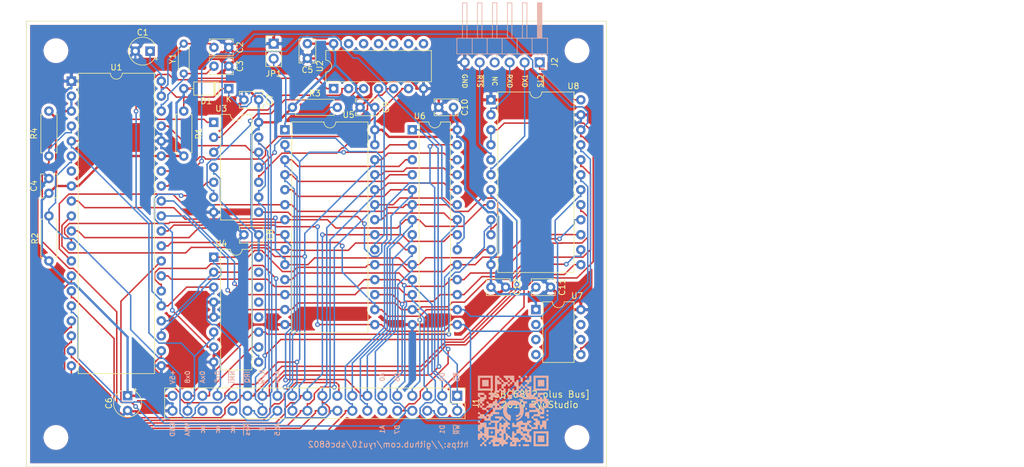
<source format=kicad_pcb>
(kicad_pcb (version 20171130) (host pcbnew "(5.1.2-1)-1")
  (title_block (title "SBC6802 plus Bus") (date 2019-11-15) (rev 1.0))
  (layers (0 F.Cu signal) (31 B.Cu signal) (34 B.Paste user) (35 F.Paste user) (36 B.SilkS user hide) (37 F.SilkS user) (38 B.Mask user) (39 F.Mask user) (44 Edge.Cuts user))
  (net 0 "")
  (net 1 GND)
  (net 2 /~Res)
  (net 3 "Net-(C2-Pad1)")
  (net 4 "Net-(C3-Pad1)")
  (net 5 +5V)
  (net 6 /~RD)
  (net 7 /~WR)
  (net 8 /D0)
  (net 9 /D1)
  (net 10 /D2)
  (net 11 /D3)
  (net 12 /D4)
  (net 13 /D5)
  (net 14 /D6)
  (net 15 /D7)
  (net 16 /A0)
  (net 17 /A1)
  (net 18 /A2)
  (net 19 /A3)
  (net 20 /A4)
  (net 21 /A5)
  (net 22 /A6)
  (net 23 /A7)
  (net 24 /A8)
  (net 25 /A9)
  (net 26 /A10)
  (net 27 /A11)
  (net 28 /A12)
  (net 29 /A13)
  (net 30 /A14)
  (net 31 /A15)
  (net 32 /R~W)
  (net 33 /E)
  (net 34 /~IRQ)
  (net 35 /~NMI)
  (net 36 "Net-(J1-Pad32)")
  (net 37 /0xe000)
  (net 38 "Net-(J1-Pad34)")
  (net 39 /0xa000)
  (net 40 "Net-(J1-Pad36)")
  (net 41 /0x8000)
  (net 42 /VMA)
  (net 43 /CTS)
  (net 44 /TXD)
  (net 45 /RXD)
  (net 46 /P5V)
  (net 47 /RTS)
  (net 48 "Net-(JP1-Pad2)")
  (net 49 "Net-(U1-Pad7)")
  (net 50 "Net-(U2-Pad6)")
  (net 51 "Net-(U2-Pad4)")
  (net 52 "Net-(U2-Pad3)")
  (net 53 "Net-(U2-Pad2)")
  (net 54 "Net-(U3-Pad3)")
  (net 55 "Net-(U3-Pad4)")
  (net 56 "Net-(U4-Pad12)")
  (net 57 "Net-(U4-Pad13)")
  (net 58 "Net-(U4-Pad14)")
  (net 59 "Net-(U4-Pad15)")
  (net 60 "Net-(U7-Pad5)")
  (net 61 "Net-(U7-Pad2)")
  (net 62 "Net-(U7-Pad6)")
  (net 63 "Net-(U7-Pad3)")
  (net 64 "Net-(U7-Pad7)")
  (net 65 "Net-(U7-Pad4)")
  (module Connector_PinHeader_2.54mm:PinHeader_1x06_P2.54mm_Horizontal (layer B.Cu) (at 191.77 69.215 90)
    (fp_text reference J2 (at 0 2.54 270) (layer F.SilkS))
    (fp_text value Conn_01x06)
    (pad 1 thru_hole rect (at 0 0 90) (size 1.7 1.7) (drill 1) (layers *.Cu *.Mask) (net 43 /CTS))
    (pad 2 thru_hole oval (at 0 -2.54 90) (size 1.7 1.7) (drill 1) (layers *.Cu *.Mask) (net 44 /TXD))
    (pad 3 thru_hole oval (at 0 -5.08 90) (size 1.7 1.7) (drill 1) (layers *.Cu *.Mask) (net 45 /RXD))
    (pad 4 thru_hole oval (at 0 -7.62 90) (size 1.7 1.7) (drill 1) (layers *.Cu *.Mask) (net 46 /P5V))
    (pad 5 thru_hole oval (at 0 -10.16 90) (size 1.7 1.7) (drill 1) (layers *.Cu *.Mask) (net 47 /RTS))
    (pad 6 thru_hole oval (at 0 -12.7 90) (size 1.7 1.7) (drill 1) (layers *.Cu *.Mask) (net 1 GND))
  )
  (module qr:qr_github_sbc6802 (layer B.Cu) (at 187.325 128.27 180)
    (fp_text reference G1 hide)
    (fp_text value LOGO hide)
  )
  (module Diode_THT:D_DO-35_SOD27_P7.62mm_Horizontal (layer F.Cu) (at 139.065 73.66 180)
    (fp_text reference D1 (at 3.81 -2.12) (layer F.SilkS))
    (fp_text value DIODE)
    (fp_text user K (at 0 -1.8) (layer F.SilkS))
    (pad 1 thru_hole rect (at 0 0 180) (size 1.6 1.6) (drill 0.8) (layers *.Cu *.Mask) (net 2 /~Res))
    (pad 2 thru_hole oval (at 7.62 0 180) (size 1.6 1.6) (drill 0.8) (layers *.Cu *.Mask) (net 5 +5V))
  )
  (module MountingHole:MountingHole_3.2mm_M3 (layer F.Cu) (at 198.105 67.23)
    (fp_text reference MH2 hide)
    (fp_text value MountingHole_3.2mm_M3 hide)
    (pad 1 np_thru_hole circle (at 0 0) (size 3.2 3.2) (drill 3.2) (layers *.Cu *.Mask))
  )
  (module MountingHole:MountingHole_3.2mm_M3 (layer F.Cu) (at 198.105 132.795)
    (fp_text reference MH4 hide)
    (fp_text value MountingHole_3.2mm_M3 hide)
    (pad 1 np_thru_hole circle (at 0 0) (size 3.2 3.2) (drill 3.2) (layers *.Cu *.Mask))
  )
  (module MountingHole:MountingHole_3.2mm_M3 (layer F.Cu) (at 109.775 132.795)
    (fp_text reference MH3 hide)
    (fp_text value MountingHole_3.2mm_M3)
    (pad 1 np_thru_hole circle (at 0 0) (size 3.2 3.2) (drill 3.2) (layers *.Cu *.Mask))
  )
  (module MountingHole:MountingHole_3.2mm_M3 (layer F.Cu) (at 109.775 67.23)
    (fp_text reference MH1 hide)
    (fp_text value MountingHole_3.2mm_M3 hide)
    (pad 1 np_thru_hole circle (at 0 0) (size 3.2 3.2) (drill 3.2) (layers *.Cu *.Mask))
  )
  (module Capacitor_THT:CP_Radial_Tantal_D4.5mm_P2.50mm (layer F.Cu) (at 125.73 67.31 180)
    (fp_text reference C1 (at 1.25 3.175) (layer F.SilkS))
    (fp_text value 10u)
    (pad 2 thru_hole circle (at 2.5 0 180) (size 1.6 1.6) (drill 0.8) (layers *.Cu *.Mask) (net 1 GND))
    (pad 1 thru_hole rect (at 0 0 180) (size 1.6 1.6) (drill 0.8) (layers *.Cu *.Mask) (net 2 /~Res))
  )
  (module Capacitor_THT:C_Disc_D3.8mm_W2.6mm_P2.50mm (layer F.Cu) (at 136.565 66.675)
    (fp_text reference C2 (at 4.405 0 90) (layer F.SilkS))
    (fp_text value 22p)
    (pad 2 thru_hole circle (at 2.5 0) (size 1.6 1.6) (drill 0.8) (layers *.Cu *.Mask) (net 1 GND))
    (pad 1 thru_hole circle (at 0 0) (size 1.6 1.6) (drill 0.8) (layers *.Cu *.Mask) (net 3 "Net-(C2-Pad1)"))
  )
  (module Connector_PinHeader_2.54mm:PinHeader_1x02_P2.54mm_Vertical (layer F.Cu) (at 146.685 66.04)
    (fp_text reference JP1 (at 0 5.08) (layer F.SilkS))
    (fp_text value Jumper_NO_Small)
    (pad 1 thru_hole rect (at 0 0) (size 1.7 1.7) (drill 1) (layers *.Cu *.Mask) (net 1 GND))
    (pad 2 thru_hole oval (at 0 2.54) (size 1.7 1.7) (drill 1) (layers *.Cu *.Mask) (net 48 "Net-(JP1-Pad2)"))
  )
  (module Resistor_THT:R_Axial_DIN0207_L6.3mm_D2.5mm_P7.62mm_Horizontal (layer F.Cu) (at 131.445 85.09 90)
    (fp_text reference R1 (at 3.81 2.54 90) (layer F.SilkS))
    (fp_text value 47k)
    (pad 2 thru_hole oval (at 7.62 0 90) (size 1.6 1.6) (drill 0.8) (layers *.Cu *.Mask) (net 2 /~Res))
    (pad 1 thru_hole circle (at 0 0 90) (size 1.6 1.6) (drill 0.8) (layers *.Cu *.Mask) (net 5 +5V))
  )
  (module Resistor_THT:R_Axial_DIN0207_L6.3mm_D2.5mm_P7.62mm_Horizontal (layer F.Cu) (at 108.585 102.87 90)
    (fp_text reference R2 (at 3.81 -2.37 90) (layer F.SilkS))
    (fp_text value 4.7k)
    (pad 1 thru_hole circle (at 0 0 90) (size 1.6 1.6) (drill 0.8) (layers *.Cu *.Mask) (net 5 +5V))
    (pad 2 thru_hole oval (at 7.62 0 90) (size 1.6 1.6) (drill 0.8) (layers *.Cu *.Mask) (net 35 /~NMI))
  )
  (module Resistor_THT:R_Axial_DIN0207_L6.3mm_D2.5mm_P7.62mm_Horizontal (layer F.Cu) (at 149.86 76.835)
    (fp_text reference R3 (at 3.81 -2.37) (layer F.SilkS))
    (fp_text value 4.7k)
    (pad 1 thru_hole circle (at 0 0) (size 1.6 1.6) (drill 0.8) (layers *.Cu *.Mask) (net 5 +5V))
    (pad 2 thru_hole oval (at 7.62 0) (size 1.6 1.6) (drill 0.8) (layers *.Cu *.Mask) (net 48 "Net-(JP1-Pad2)"))
  )
  (module Resistor_THT:R_Axial_DIN0207_L6.3mm_D2.5mm_P7.62mm_Horizontal (layer F.Cu) (at 108.585 77.47 270)
    (fp_text reference R4 (at 3.81 2.54 90) (layer F.SilkS))
    (fp_text value 4.7k)
    (pad 2 thru_hole oval (at 7.62 0 270) (size 1.6 1.6) (drill 0.8) (layers *.Cu *.Mask) (net 34 /~IRQ))
    (pad 1 thru_hole circle (at 0 0 270) (size 1.6 1.6) (drill 0.8) (layers *.Cu *.Mask) (net 5 +5V))
  )
  (module Connector_PinHeader_2.54mm:PinHeader_2x20_P2.54mm_Vertical (layer F.Cu) (at 177.8 125.73 270)
    (fp_text reference J1 (at 1.27 -3.175 90) (layer F.SilkS))
    (fp_text value Conn_02x20_Odd_Even)
    (pad 1 thru_hole rect (at 0 0 270) (size 1.7 1.7) (drill 1) (layers *.Cu *.Mask) (net 6 /~RD))
    (pad 2 thru_hole oval (at 2.54 0 270) (size 1.7 1.7) (drill 1) (layers *.Cu *.Mask) (net 7 /~WR))
    (pad 3 thru_hole oval (at 0 2.54 270) (size 1.7 1.7) (drill 1) (layers *.Cu *.Mask) (net 8 /D0))
    (pad 4 thru_hole oval (at 2.54 2.54 270) (size 1.7 1.7) (drill 1) (layers *.Cu *.Mask) (net 9 /D1))
    (pad 5 thru_hole oval (at 0 5.08 270) (size 1.7 1.7) (drill 1) (layers *.Cu *.Mask) (net 10 /D2))
    (pad 6 thru_hole oval (at 2.54 5.08 270) (size 1.7 1.7) (drill 1) (layers *.Cu *.Mask) (net 11 /D3))
    (pad 7 thru_hole oval (at 0 7.62 270) (size 1.7 1.7) (drill 1) (layers *.Cu *.Mask) (net 12 /D4))
    (pad 8 thru_hole oval (at 2.54 7.62 270) (size 1.7 1.7) (drill 1) (layers *.Cu *.Mask) (net 13 /D5))
    (pad 9 thru_hole oval (at 0 10.16 270) (size 1.7 1.7) (drill 1) (layers *.Cu *.Mask) (net 14 /D6))
    (pad 10 thru_hole oval (at 2.54 10.16 270) (size 1.7 1.7) (drill 1) (layers *.Cu *.Mask) (net 15 /D7))
    (pad 11 thru_hole oval (at 0 12.7 270) (size 1.7 1.7) (drill 1) (layers *.Cu *.Mask) (net 16 /A0))
    (pad 12 thru_hole oval (at 2.54 12.7 270) (size 1.7 1.7) (drill 1) (layers *.Cu *.Mask) (net 17 /A1))
    (pad 13 thru_hole oval (at 0 15.24 270) (size 1.7 1.7) (drill 1) (layers *.Cu *.Mask) (net 18 /A2))
    (pad 14 thru_hole oval (at 2.54 15.24 270) (size 1.7 1.7) (drill 1) (layers *.Cu *.Mask) (net 19 /A3))
    (pad 15 thru_hole oval (at 0 17.78 270) (size 1.7 1.7) (drill 1) (layers *.Cu *.Mask) (net 20 /A4))
    (pad 16 thru_hole oval (at 2.54 17.78 270) (size 1.7 1.7) (drill 1) (layers *.Cu *.Mask) (net 21 /A5))
    (pad 17 thru_hole oval (at 0 20.32 270) (size 1.7 1.7) (drill 1) (layers *.Cu *.Mask) (net 22 /A6))
    (pad 18 thru_hole oval (at 2.54 20.32 270) (size 1.7 1.7) (drill 1) (layers *.Cu *.Mask) (net 23 /A7))
    (pad 19 thru_hole oval (at 0 22.86 270) (size 1.7 1.7) (drill 1) (layers *.Cu *.Mask) (net 24 /A8))
    (pad 20 thru_hole oval (at 2.54 22.86 270) (size 1.7 1.7) (drill 1) (layers *.Cu *.Mask) (net 25 /A9))
    (pad 21 thru_hole oval (at 0 25.4 270) (size 1.7 1.7) (drill 1) (layers *.Cu *.Mask) (net 26 /A10))
    (pad 22 thru_hole oval (at 2.54 25.4 270) (size 1.7 1.7) (drill 1) (layers *.Cu *.Mask) (net 27 /A11))
    (pad 23 thru_hole oval (at 0 27.94 270) (size 1.7 1.7) (drill 1) (layers *.Cu *.Mask) (net 28 /A12))
    (pad 24 thru_hole oval (at 2.54 27.94 270) (size 1.7 1.7) (drill 1) (layers *.Cu *.Mask) (net 29 /A13))
    (pad 25 thru_hole oval (at 0 30.48 270) (size 1.7 1.7) (drill 1) (layers *.Cu *.Mask) (net 30 /A14))
    (pad 26 thru_hole oval (at 2.54 30.48 270) (size 1.7 1.7) (drill 1) (layers *.Cu *.Mask) (net 31 /A15))
    (pad 27 thru_hole oval (at 0 33.02 270) (size 1.7 1.7) (drill 1) (layers *.Cu *.Mask) (net 32 /R~W))
    (pad 28 thru_hole oval (at 2.54 33.02 270) (size 1.7 1.7) (drill 1) (layers *.Cu *.Mask) (net 33 /E))
    (pad 29 thru_hole oval (at 0 35.56 270) (size 1.7 1.7) (drill 1) (layers *.Cu *.Mask) (net 34 /~IRQ))
    (pad 30 thru_hole oval (at 2.54 35.56 270) (size 1.7 1.7) (drill 1) (layers *.Cu *.Mask) (net 2 /~Res))
    (pad 31 thru_hole oval (at 0 38.1 270) (size 1.7 1.7) (drill 1) (layers *.Cu *.Mask) (net 35 /~NMI))
    (pad 32 thru_hole oval (at 2.54 38.1 270) (size 1.7 1.7) (drill 1) (layers *.Cu *.Mask) (net 36 "Net-(J1-Pad32)"))
    (pad 33 thru_hole oval (at 0 40.64 270) (size 1.7 1.7) (drill 1) (layers *.Cu *.Mask) (net 37 /0xe000))
    (pad 34 thru_hole oval (at 2.54 40.64 270) (size 1.7 1.7) (drill 1) (layers *.Cu *.Mask) (net 38 "Net-(J1-Pad34)"))
    (pad 35 thru_hole oval (at 0 43.18 270) (size 1.7 1.7) (drill 1) (layers *.Cu *.Mask) (net 39 /0xa000))
    (pad 36 thru_hole oval (at 2.54 43.18 270) (size 1.7 1.7) (drill 1) (layers *.Cu *.Mask) (net 40 "Net-(J1-Pad36)"))
    (pad 37 thru_hole oval (at 0 45.72 270) (size 1.7 1.7) (drill 1) (layers *.Cu *.Mask) (net 41 /0x8000))
    (pad 38 thru_hole oval (at 2.54 45.72 270) (size 1.7 1.7) (drill 1) (layers *.Cu *.Mask) (net 42 /VMA))
    (pad 39 thru_hole oval (at 0 48.26 270) (size 1.7 1.7) (drill 1) (layers *.Cu *.Mask) (net 5 +5V))
    (pad 40 thru_hole oval (at 2.54 48.26 270) (size 1.7 1.7) (drill 1) (layers *.Cu *.Mask) (net 1 GND))
  )
  (module Package_DIP:DIP-40_W15.24mm (layer F.Cu) (at 112.395 72.39)
    (fp_text reference U1 (at 7.62 -2.33) (layer F.SilkS))
    (fp_text value MC6802)
    (pad 1 thru_hole rect (at 0 0) (size 1.6 1.6) (drill 0.8) (layers *.Cu *.Mask) (net 1 GND))
    (pad 21 thru_hole oval (at 15.24 48.26) (size 1.6 1.6) (drill 0.8) (layers *.Cu *.Mask) (net 1 GND))
    (pad 2 thru_hole oval (at 0 2.54) (size 1.6 1.6) (drill 0.8) (layers *.Cu *.Mask) (net 5 +5V))
    (pad 22 thru_hole oval (at 15.24 45.72) (size 1.6 1.6) (drill 0.8) (layers *.Cu *.Mask) (net 28 /A12))
    (pad 3 thru_hole oval (at 0 5.08) (size 1.6 1.6) (drill 0.8) (layers *.Cu *.Mask) (net 5 +5V))
    (pad 23 thru_hole oval (at 15.24 43.18) (size 1.6 1.6) (drill 0.8) (layers *.Cu *.Mask) (net 29 /A13))
    (pad 4 thru_hole oval (at 0 7.62) (size 1.6 1.6) (drill 0.8) (layers *.Cu *.Mask) (net 34 /~IRQ))
    (pad 24 thru_hole oval (at 15.24 40.64) (size 1.6 1.6) (drill 0.8) (layers *.Cu *.Mask) (net 30 /A14))
    (pad 5 thru_hole oval (at 0 10.16) (size 1.6 1.6) (drill 0.8) (layers *.Cu *.Mask) (net 42 /VMA))
    (pad 25 thru_hole oval (at 15.24 38.1) (size 1.6 1.6) (drill 0.8) (layers *.Cu *.Mask) (net 31 /A15))
    (pad 6 thru_hole oval (at 0 12.7) (size 1.6 1.6) (drill 0.8) (layers *.Cu *.Mask) (net 35 /~NMI))
    (pad 26 thru_hole oval (at 15.24 35.56) (size 1.6 1.6) (drill 0.8) (layers *.Cu *.Mask) (net 15 /D7))
    (pad 7 thru_hole oval (at 0 15.24) (size 1.6 1.6) (drill 0.8) (layers *.Cu *.Mask) (net 49 "Net-(U1-Pad7)"))
    (pad 27 thru_hole oval (at 15.24 33.02) (size 1.6 1.6) (drill 0.8) (layers *.Cu *.Mask) (net 14 /D6))
    (pad 8 thru_hole oval (at 0 17.78) (size 1.6 1.6) (drill 0.8) (layers *.Cu *.Mask) (net 5 +5V))
    (pad 28 thru_hole oval (at 15.24 30.48) (size 1.6 1.6) (drill 0.8) (layers *.Cu *.Mask) (net 13 /D5))
    (pad 9 thru_hole oval (at 0 20.32) (size 1.6 1.6) (drill 0.8) (layers *.Cu *.Mask) (net 16 /A0))
    (pad 29 thru_hole oval (at 15.24 27.94) (size 1.6 1.6) (drill 0.8) (layers *.Cu *.Mask) (net 12 /D4))
    (pad 10 thru_hole oval (at 0 22.86) (size 1.6 1.6) (drill 0.8) (layers *.Cu *.Mask) (net 17 /A1))
    (pad 30 thru_hole oval (at 15.24 25.4) (size 1.6 1.6) (drill 0.8) (layers *.Cu *.Mask) (net 11 /D3))
    (pad 11 thru_hole oval (at 0 25.4) (size 1.6 1.6) (drill 0.8) (layers *.Cu *.Mask) (net 18 /A2))
    (pad 31 thru_hole oval (at 15.24 22.86) (size 1.6 1.6) (drill 0.8) (layers *.Cu *.Mask) (net 10 /D2))
    (pad 12 thru_hole oval (at 0 27.94) (size 1.6 1.6) (drill 0.8) (layers *.Cu *.Mask) (net 19 /A3))
    (pad 32 thru_hole oval (at 15.24 20.32) (size 1.6 1.6) (drill 0.8) (layers *.Cu *.Mask) (net 9 /D1))
    (pad 13 thru_hole oval (at 0 30.48) (size 1.6 1.6) (drill 0.8) (layers *.Cu *.Mask) (net 20 /A4))
    (pad 33 thru_hole oval (at 15.24 17.78) (size 1.6 1.6) (drill 0.8) (layers *.Cu *.Mask) (net 8 /D0))
    (pad 14 thru_hole oval (at 0 33.02) (size 1.6 1.6) (drill 0.8) (layers *.Cu *.Mask) (net 21 /A5))
    (pad 34 thru_hole oval (at 15.24 15.24) (size 1.6 1.6) (drill 0.8) (layers *.Cu *.Mask) (net 32 /R~W))
    (pad 15 thru_hole oval (at 0 35.56) (size 1.6 1.6) (drill 0.8) (layers *.Cu *.Mask) (net 22 /A6))
    (pad 35 thru_hole oval (at 15.24 12.7) (size 1.6 1.6) (drill 0.8) (layers *.Cu *.Mask) (net 5 +5V))
    (pad 16 thru_hole oval (at 0 38.1) (size 1.6 1.6) (drill 0.8) (layers *.Cu *.Mask) (net 23 /A7))
    (pad 36 thru_hole oval (at 15.24 10.16) (size 1.6 1.6) (drill 0.8) (layers *.Cu *.Mask) (net 1 GND))
    (pad 17 thru_hole oval (at 0 40.64) (size 1.6 1.6) (drill 0.8) (layers *.Cu *.Mask) (net 24 /A8))
    (pad 37 thru_hole oval (at 15.24 7.62) (size 1.6 1.6) (drill 0.8) (layers *.Cu *.Mask) (net 33 /E))
    (pad 18 thru_hole oval (at 0 43.18) (size 1.6 1.6) (drill 0.8) (layers *.Cu *.Mask) (net 25 /A9))
    (pad 38 thru_hole oval (at 15.24 5.08) (size 1.6 1.6) (drill 0.8) (layers *.Cu *.Mask) (net 4 "Net-(C3-Pad1)"))
    (pad 19 thru_hole oval (at 0 45.72) (size 1.6 1.6) (drill 0.8) (layers *.Cu *.Mask) (net 26 /A10))
    (pad 39 thru_hole oval (at 15.24 2.54) (size 1.6 1.6) (drill 0.8) (layers *.Cu *.Mask) (net 3 "Net-(C2-Pad1)"))
    (pad 20 thru_hole oval (at 0 48.26) (size 1.6 1.6) (drill 0.8) (layers *.Cu *.Mask) (net 27 /A11))
    (pad 40 thru_hole oval (at 15.24 0) (size 1.6 1.6) (drill 0.8) (layers *.Cu *.Mask) (net 2 /~Res))
  )
  (module Package_DIP:DIP-14_W7.62mm (layer F.Cu) (at 156.845 73.66 90)
    (fp_text reference U2 (at 3.81 -2.33 90) (layer F.SilkS))
    (fp_text value 74LS04)
    (pad 14 thru_hole oval (at 7.62 0 90) (size 1.6 1.6) (drill 0.8) (layers *.Cu *.Mask) (net 5 +5V))
    (pad 7 thru_hole oval (at 0 15.24 90) (size 1.6 1.6) (drill 0.8) (layers *.Cu *.Mask) (net 1 GND))
    (pad 13 thru_hole oval (at 7.62 2.54 90) (size 1.6 1.6) (drill 0.8) (layers *.Cu *.Mask))
    (pad 6 thru_hole oval (at 0 12.7 90) (size 1.6 1.6) (drill 0.8) (layers *.Cu *.Mask) (net 50 "Net-(U2-Pad6)"))
    (pad 12 thru_hole oval (at 7.62 5.08 90) (size 1.6 1.6) (drill 0.8) (layers *.Cu *.Mask))
    (pad 5 thru_hole oval (at 0 10.16 90) (size 1.6 1.6) (drill 0.8) (layers *.Cu *.Mask) (net 32 /R~W))
    (pad 11 thru_hole oval (at 7.62 7.62 90) (size 1.6 1.6) (drill 0.8) (layers *.Cu *.Mask))
    (pad 4 thru_hole oval (at 0 7.62 90) (size 1.6 1.6) (drill 0.8) (layers *.Cu *.Mask) (net 51 "Net-(U2-Pad4)"))
    (pad 10 thru_hole oval (at 7.62 10.16 90) (size 1.6 1.6) (drill 0.8) (layers *.Cu *.Mask))
    (pad 3 thru_hole oval (at 0 5.08 90) (size 1.6 1.6) (drill 0.8) (layers *.Cu *.Mask) (net 52 "Net-(U2-Pad3)"))
    (pad 9 thru_hole oval (at 7.62 12.7 90) (size 1.6 1.6) (drill 0.8) (layers *.Cu *.Mask))
    (pad 2 thru_hole oval (at 0 2.54 90) (size 1.6 1.6) (drill 0.8) (layers *.Cu *.Mask) (net 53 "Net-(U2-Pad2)"))
    (pad 8 thru_hole oval (at 7.62 15.24 90) (size 1.6 1.6) (drill 0.8) (layers *.Cu *.Mask))
    (pad 1 thru_hole rect (at 0 0 90) (size 1.6 1.6) (drill 0.8) (layers *.Cu *.Mask) (net 31 /A15))
  )
  (module Package_DIP:DIP-14_W7.62mm (layer F.Cu) (at 136.525 79.375)
    (fp_text reference U3 (at 1.27 -2.33) (layer F.SilkS))
    (fp_text value 74LS00)
    (pad 1 thru_hole rect (at 0 0) (size 1.6 1.6) (drill 0.8) (layers *.Cu *.Mask) (net 42 /VMA))
    (pad 8 thru_hole oval (at 7.62 15.24) (size 1.6 1.6) (drill 0.8) (layers *.Cu *.Mask) (net 7 /~WR))
    (pad 2 thru_hole oval (at 0 2.54) (size 1.6 1.6) (drill 0.8) (layers *.Cu *.Mask) (net 53 "Net-(U2-Pad2)"))
    (pad 9 thru_hole oval (at 7.62 12.7) (size 1.6 1.6) (drill 0.8) (layers *.Cu *.Mask) (net 33 /E))
    (pad 3 thru_hole oval (at 0 5.08) (size 1.6 1.6) (drill 0.8) (layers *.Cu *.Mask) (net 54 "Net-(U3-Pad3)"))
    (pad 10 thru_hole oval (at 7.62 10.16) (size 1.6 1.6) (drill 0.8) (layers *.Cu *.Mask) (net 50 "Net-(U2-Pad6)"))
    (pad 4 thru_hole oval (at 0 7.62) (size 1.6 1.6) (drill 0.8) (layers *.Cu *.Mask) (net 55 "Net-(U3-Pad4)"))
    (pad 11 thru_hole oval (at 7.62 7.62) (size 1.6 1.6) (drill 0.8) (layers *.Cu *.Mask) (net 6 /~RD))
    (pad 5 thru_hole oval (at 0 10.16) (size 1.6 1.6) (drill 0.8) (layers *.Cu *.Mask) (net 37 /0xe000))
    (pad 12 thru_hole oval (at 7.62 5.08) (size 1.6 1.6) (drill 0.8) (layers *.Cu *.Mask) (net 33 /E))
    (pad 6 thru_hole oval (at 0 12.7) (size 1.6 1.6) (drill 0.8) (layers *.Cu *.Mask) (net 52 "Net-(U2-Pad3)"))
    (pad 13 thru_hole oval (at 7.62 2.54) (size 1.6 1.6) (drill 0.8) (layers *.Cu *.Mask) (net 32 /R~W))
    (pad 7 thru_hole oval (at 0 15.24) (size 1.6 1.6) (drill 0.8) (layers *.Cu *.Mask) (net 1 GND))
    (pad 14 thru_hole oval (at 7.62 0) (size 1.6 1.6) (drill 0.8) (layers *.Cu *.Mask) (net 5 +5V))
  )
  (module Package_DIP:DIP-16_W7.62mm (layer F.Cu) (at 136.525 102.235)
    (fp_text reference U4 (at 1.27 -2.33) (layer F.SilkS))
    (fp_text value 74LS138)
    (pad 1 thru_hole rect (at 0 0) (size 1.6 1.6) (drill 0.8) (layers *.Cu *.Mask) (net 29 /A13))
    (pad 9 thru_hole oval (at 7.62 17.78) (size 1.6 1.6) (drill 0.8) (layers *.Cu *.Mask) (net 55 "Net-(U3-Pad4)"))
    (pad 2 thru_hole oval (at 0 2.54) (size 1.6 1.6) (drill 0.8) (layers *.Cu *.Mask) (net 30 /A14))
    (pad 10 thru_hole oval (at 7.62 15.24) (size 1.6 1.6) (drill 0.8) (layers *.Cu *.Mask) (net 39 /0xa000))
    (pad 3 thru_hole oval (at 0 5.08) (size 1.6 1.6) (drill 0.8) (layers *.Cu *.Mask) (net 31 /A15))
    (pad 11 thru_hole oval (at 7.62 12.7) (size 1.6 1.6) (drill 0.8) (layers *.Cu *.Mask) (net 41 /0x8000))
    (pad 4 thru_hole oval (at 0 7.62) (size 1.6 1.6) (drill 0.8) (layers *.Cu *.Mask) (net 1 GND))
    (pad 12 thru_hole oval (at 7.62 10.16) (size 1.6 1.6) (drill 0.8) (layers *.Cu *.Mask) (net 56 "Net-(U4-Pad12)"))
    (pad 5 thru_hole oval (at 0 10.16) (size 1.6 1.6) (drill 0.8) (layers *.Cu *.Mask) (net 1 GND))
    (pad 13 thru_hole oval (at 7.62 7.62) (size 1.6 1.6) (drill 0.8) (layers *.Cu *.Mask) (net 57 "Net-(U4-Pad13)"))
    (pad 6 thru_hole oval (at 0 12.7) (size 1.6 1.6) (drill 0.8) (layers *.Cu *.Mask) (net 42 /VMA))
    (pad 14 thru_hole oval (at 7.62 5.08) (size 1.6 1.6) (drill 0.8) (layers *.Cu *.Mask) (net 58 "Net-(U4-Pad14)"))
    (pad 7 thru_hole oval (at 0 15.24) (size 1.6 1.6) (drill 0.8) (layers *.Cu *.Mask) (net 37 /0xe000))
    (pad 15 thru_hole oval (at 7.62 2.54) (size 1.6 1.6) (drill 0.8) (layers *.Cu *.Mask) (net 59 "Net-(U4-Pad15)"))
    (pad 8 thru_hole oval (at 0 17.78) (size 1.6 1.6) (drill 0.8) (layers *.Cu *.Mask) (net 1 GND))
    (pad 16 thru_hole oval (at 7.62 0) (size 1.6 1.6) (drill 0.8) (layers *.Cu *.Mask) (net 5 +5V))
  )
  (module Package_DIP:DIP-28_W15.24mm (layer F.Cu) (at 148.59 80.645)
    (fp_text reference U5 (at 10.795 -2.54) (layer F.SilkS))
    (fp_text value "28C256 EEPROM")
    (pad 1 thru_hole rect (at 0 0) (size 1.6 1.6) (drill 0.8) (layers *.Cu *.Mask) (net 48 "Net-(JP1-Pad2)"))
    (pad 15 thru_hole oval (at 15.24 33.02) (size 1.6 1.6) (drill 0.8) (layers *.Cu *.Mask) (net 11 /D3))
    (pad 2 thru_hole oval (at 0 2.54) (size 1.6 1.6) (drill 0.8) (layers *.Cu *.Mask) (net 28 /A12))
    (pad 16 thru_hole oval (at 15.24 30.48) (size 1.6 1.6) (drill 0.8) (layers *.Cu *.Mask) (net 12 /D4))
    (pad 3 thru_hole oval (at 0 5.08) (size 1.6 1.6) (drill 0.8) (layers *.Cu *.Mask) (net 23 /A7))
    (pad 17 thru_hole oval (at 15.24 27.94) (size 1.6 1.6) (drill 0.8) (layers *.Cu *.Mask) (net 13 /D5))
    (pad 4 thru_hole oval (at 0 7.62) (size 1.6 1.6) (drill 0.8) (layers *.Cu *.Mask) (net 22 /A6))
    (pad 18 thru_hole oval (at 15.24 25.4) (size 1.6 1.6) (drill 0.8) (layers *.Cu *.Mask) (net 14 /D6))
    (pad 5 thru_hole oval (at 0 10.16) (size 1.6 1.6) (drill 0.8) (layers *.Cu *.Mask) (net 21 /A5))
    (pad 19 thru_hole oval (at 15.24 22.86) (size 1.6 1.6) (drill 0.8) (layers *.Cu *.Mask) (net 15 /D7))
    (pad 6 thru_hole oval (at 0 12.7) (size 1.6 1.6) (drill 0.8) (layers *.Cu *.Mask) (net 20 /A4))
    (pad 20 thru_hole oval (at 15.24 20.32) (size 1.6 1.6) (drill 0.8) (layers *.Cu *.Mask) (net 51 "Net-(U2-Pad4)"))
    (pad 7 thru_hole oval (at 0 15.24) (size 1.6 1.6) (drill 0.8) (layers *.Cu *.Mask) (net 19 /A3))
    (pad 21 thru_hole oval (at 15.24 17.78) (size 1.6 1.6) (drill 0.8) (layers *.Cu *.Mask) (net 26 /A10))
    (pad 8 thru_hole oval (at 0 17.78) (size 1.6 1.6) (drill 0.8) (layers *.Cu *.Mask) (net 18 /A2))
    (pad 22 thru_hole oval (at 15.24 15.24) (size 1.6 1.6) (drill 0.8) (layers *.Cu *.Mask) (net 6 /~RD))
    (pad 9 thru_hole oval (at 0 20.32) (size 1.6 1.6) (drill 0.8) (layers *.Cu *.Mask) (net 17 /A1))
    (pad 23 thru_hole oval (at 15.24 12.7) (size 1.6 1.6) (drill 0.8) (layers *.Cu *.Mask) (net 27 /A11))
    (pad 10 thru_hole oval (at 0 22.86) (size 1.6 1.6) (drill 0.8) (layers *.Cu *.Mask) (net 16 /A0))
    (pad 24 thru_hole oval (at 15.24 10.16) (size 1.6 1.6) (drill 0.8) (layers *.Cu *.Mask) (net 25 /A9))
    (pad 11 thru_hole oval (at 0 25.4) (size 1.6 1.6) (drill 0.8) (layers *.Cu *.Mask) (net 8 /D0))
    (pad 25 thru_hole oval (at 15.24 7.62) (size 1.6 1.6) (drill 0.8) (layers *.Cu *.Mask) (net 24 /A8))
    (pad 12 thru_hole oval (at 0 27.94) (size 1.6 1.6) (drill 0.8) (layers *.Cu *.Mask) (net 9 /D1))
    (pad 26 thru_hole oval (at 15.24 5.08) (size 1.6 1.6) (drill 0.8) (layers *.Cu *.Mask) (net 29 /A13))
    (pad 13 thru_hole oval (at 0 30.48) (size 1.6 1.6) (drill 0.8) (layers *.Cu *.Mask) (net 10 /D2))
    (pad 27 thru_hole oval (at 15.24 2.54) (size 1.6 1.6) (drill 0.8) (layers *.Cu *.Mask) (net 5 +5V))
    (pad 14 thru_hole oval (at 0 33.02) (size 1.6 1.6) (drill 0.8) (layers *.Cu *.Mask) (net 1 GND))
    (pad 28 thru_hole oval (at 15.24 0) (size 1.6 1.6) (drill 0.8) (layers *.Cu *.Mask) (net 5 +5V))
  )
  (module Package_DIP:DIP-28_W7.62mm (layer F.Cu) (at 170.18 80.645)
    (fp_text reference U6 (at 1.27 -2.33) (layer F.SilkS))
    (fp_text value "71256 32KB SRAM")
    (pad 1 thru_hole rect (at 0 0) (size 1.6 1.6) (drill 0.8) (layers *.Cu *.Mask) (net 30 /A14))
    (pad 15 thru_hole oval (at 7.62 33.02) (size 1.6 1.6) (drill 0.8) (layers *.Cu *.Mask) (net 11 /D3))
    (pad 2 thru_hole oval (at 0 2.54) (size 1.6 1.6) (drill 0.8) (layers *.Cu *.Mask) (net 28 /A12))
    (pad 16 thru_hole oval (at 7.62 30.48) (size 1.6 1.6) (drill 0.8) (layers *.Cu *.Mask) (net 12 /D4))
    (pad 3 thru_hole oval (at 0 5.08) (size 1.6 1.6) (drill 0.8) (layers *.Cu *.Mask) (net 23 /A7))
    (pad 17 thru_hole oval (at 7.62 27.94) (size 1.6 1.6) (drill 0.8) (layers *.Cu *.Mask) (net 13 /D5))
    (pad 4 thru_hole oval (at 0 7.62) (size 1.6 1.6) (drill 0.8) (layers *.Cu *.Mask) (net 22 /A6))
    (pad 18 thru_hole oval (at 7.62 25.4) (size 1.6 1.6) (drill 0.8) (layers *.Cu *.Mask) (net 14 /D6))
    (pad 5 thru_hole oval (at 0 10.16) (size 1.6 1.6) (drill 0.8) (layers *.Cu *.Mask) (net 21 /A5))
    (pad 19 thru_hole oval (at 7.62 22.86) (size 1.6 1.6) (drill 0.8) (layers *.Cu *.Mask) (net 15 /D7))
    (pad 6 thru_hole oval (at 0 12.7) (size 1.6 1.6) (drill 0.8) (layers *.Cu *.Mask) (net 20 /A4))
    (pad 20 thru_hole oval (at 7.62 20.32) (size 1.6 1.6) (drill 0.8) (layers *.Cu *.Mask) (net 54 "Net-(U3-Pad3)"))
    (pad 7 thru_hole oval (at 0 15.24) (size 1.6 1.6) (drill 0.8) (layers *.Cu *.Mask) (net 19 /A3))
    (pad 21 thru_hole oval (at 7.62 17.78) (size 1.6 1.6) (drill 0.8) (layers *.Cu *.Mask) (net 26 /A10))
    (pad 8 thru_hole oval (at 0 17.78) (size 1.6 1.6) (drill 0.8) (layers *.Cu *.Mask) (net 18 /A2))
    (pad 22 thru_hole oval (at 7.62 15.24) (size 1.6 1.6) (drill 0.8) (layers *.Cu *.Mask) (net 6 /~RD))
    (pad 9 thru_hole oval (at 0 20.32) (size 1.6 1.6) (drill 0.8) (layers *.Cu *.Mask) (net 17 /A1))
    (pad 23 thru_hole oval (at 7.62 12.7) (size 1.6 1.6) (drill 0.8) (layers *.Cu *.Mask) (net 27 /A11))
    (pad 10 thru_hole oval (at 0 22.86) (size 1.6 1.6) (drill 0.8) (layers *.Cu *.Mask) (net 16 /A0))
    (pad 24 thru_hole oval (at 7.62 10.16) (size 1.6 1.6) (drill 0.8) (layers *.Cu *.Mask) (net 25 /A9))
    (pad 11 thru_hole oval (at 0 25.4) (size 1.6 1.6) (drill 0.8) (layers *.Cu *.Mask) (net 8 /D0))
    (pad 25 thru_hole oval (at 7.62 7.62) (size 1.6 1.6) (drill 0.8) (layers *.Cu *.Mask) (net 24 /A8))
    (pad 12 thru_hole oval (at 0 27.94) (size 1.6 1.6) (drill 0.8) (layers *.Cu *.Mask) (net 9 /D1))
    (pad 26 thru_hole oval (at 7.62 5.08) (size 1.6 1.6) (drill 0.8) (layers *.Cu *.Mask) (net 29 /A13))
    (pad 13 thru_hole oval (at 0 30.48) (size 1.6 1.6) (drill 0.8) (layers *.Cu *.Mask) (net 10 /D2))
    (pad 27 thru_hole oval (at 7.62 2.54) (size 1.6 1.6) (drill 0.8) (layers *.Cu *.Mask) (net 7 /~WR))
    (pad 14 thru_hole oval (at 0 33.02) (size 1.6 1.6) (drill 0.8) (layers *.Cu *.Mask) (net 1 GND))
    (pad 28 thru_hole oval (at 7.62 0) (size 1.6 1.6) (drill 0.8) (layers *.Cu *.Mask) (net 5 +5V))
  )
  (module Package_DIP:DIP-8_W7.62mm (layer F.Cu) (at 191.135 111.125)
    (fp_text reference U7 (at 6.985 -2.33) (layer F.SilkS))
    (fp_text value PIC12F1822-IP)
    (pad 1 thru_hole rect (at 0 0) (size 1.6 1.6) (drill 0.8) (layers *.Cu *.Mask) (net 5 +5V))
    (pad 5 thru_hole oval (at 7.62 7.62) (size 1.6 1.6) (drill 0.8) (layers *.Cu *.Mask) (net 60 "Net-(U7-Pad5)"))
    (pad 2 thru_hole oval (at 0 2.54) (size 1.6 1.6) (drill 0.8) (layers *.Cu *.Mask) (net 61 "Net-(U7-Pad2)"))
    (pad 6 thru_hole oval (at 7.62 5.08) (size 1.6 1.6) (drill 0.8) (layers *.Cu *.Mask) (net 62 "Net-(U7-Pad6)"))
    (pad 3 thru_hole oval (at 0 5.08) (size 1.6 1.6) (drill 0.8) (layers *.Cu *.Mask) (net 63 "Net-(U7-Pad3)"))
    (pad 7 thru_hole oval (at 7.62 2.54) (size 1.6 1.6) (drill 0.8) (layers *.Cu *.Mask) (net 64 "Net-(U7-Pad7)"))
    (pad 4 thru_hole oval (at 0 7.62) (size 1.6 1.6) (drill 0.8) (layers *.Cu *.Mask) (net 65 "Net-(U7-Pad4)"))
    (pad 8 thru_hole oval (at 7.62 0) (size 1.6 1.6) (drill 0.8) (layers *.Cu *.Mask) (net 1 GND))
  )
  (module Package_DIP:DIP-24_W15.24mm (layer F.Cu) (at 183.515 75.565)
    (fp_text reference U8 (at 13.97 -2.33) (layer F.SilkS))
    (fp_text value MC6850)
    (pad 1 thru_hole rect (at 0 0) (size 1.6 1.6) (drill 0.8) (layers *.Cu *.Mask) (net 1 GND))
    (pad 13 thru_hole oval (at 15.24 27.94) (size 1.6 1.6) (drill 0.8) (layers *.Cu *.Mask) (net 32 /R~W))
    (pad 2 thru_hole oval (at 0 2.54) (size 1.6 1.6) (drill 0.8) (layers *.Cu *.Mask) (net 45 /RXD))
    (pad 14 thru_hole oval (at 15.24 25.4) (size 1.6 1.6) (drill 0.8) (layers *.Cu *.Mask) (net 33 /E))
    (pad 3 thru_hole oval (at 0 5.08) (size 1.6 1.6) (drill 0.8) (layers *.Cu *.Mask) (net 60 "Net-(U7-Pad5)"))
    (pad 15 thru_hole oval (at 15.24 22.86) (size 1.6 1.6) (drill 0.8) (layers *.Cu *.Mask) (net 15 /D7))
    (pad 4 thru_hole oval (at 0 7.62) (size 1.6 1.6) (drill 0.8) (layers *.Cu *.Mask) (net 60 "Net-(U7-Pad5)"))
    (pad 16 thru_hole oval (at 15.24 20.32) (size 1.6 1.6) (drill 0.8) (layers *.Cu *.Mask) (net 14 /D6))
    (pad 5 thru_hole oval (at 0 10.16) (size 1.6 1.6) (drill 0.8) (layers *.Cu *.Mask) (net 47 /RTS))
    (pad 17 thru_hole oval (at 15.24 17.78) (size 1.6 1.6) (drill 0.8) (layers *.Cu *.Mask) (net 13 /D5))
    (pad 6 thru_hole oval (at 0 12.7) (size 1.6 1.6) (drill 0.8) (layers *.Cu *.Mask) (net 44 /TXD))
    (pad 18 thru_hole oval (at 15.24 15.24) (size 1.6 1.6) (drill 0.8) (layers *.Cu *.Mask) (net 12 /D4))
    (pad 7 thru_hole oval (at 0 15.24) (size 1.6 1.6) (drill 0.8) (layers *.Cu *.Mask) (net 34 /~IRQ))
    (pad 19 thru_hole oval (at 15.24 12.7) (size 1.6 1.6) (drill 0.8) (layers *.Cu *.Mask) (net 11 /D3))
    (pad 8 thru_hole oval (at 0 17.78) (size 1.6 1.6) (drill 0.8) (layers *.Cu *.Mask) (net 19 /A3))
    (pad 20 thru_hole oval (at 15.24 10.16) (size 1.6 1.6) (drill 0.8) (layers *.Cu *.Mask) (net 10 /D2))
    (pad 9 thru_hole oval (at 0 20.32) (size 1.6 1.6) (drill 0.8) (layers *.Cu *.Mask) (net 41 /0x8000))
    (pad 21 thru_hole oval (at 15.24 7.62) (size 1.6 1.6) (drill 0.8) (layers *.Cu *.Mask) (net 9 /D1))
    (pad 10 thru_hole oval (at 0 22.86) (size 1.6 1.6) (drill 0.8) (layers *.Cu *.Mask) (net 20 /A4))
    (pad 22 thru_hole oval (at 15.24 5.08) (size 1.6 1.6) (drill 0.8) (layers *.Cu *.Mask) (net 8 /D0))
    (pad 11 thru_hole oval (at 0 25.4) (size 1.6 1.6) (drill 0.8) (layers *.Cu *.Mask) (net 16 /A0))
    (pad 23 thru_hole oval (at 15.24 2.54) (size 1.6 1.6) (drill 0.8) (layers *.Cu *.Mask) (net 1 GND))
    (pad 12 thru_hole oval (at 0 27.94) (size 1.6 1.6) (drill 0.8) (layers *.Cu *.Mask) (net 5 +5V))
    (pad 24 thru_hole oval (at 15.24 0) (size 1.6 1.6) (drill 0.8) (layers *.Cu *.Mask) (net 43 /CTS))
  )
  (module Resistor_THT:R_Axial_DIN0204_L3.6mm_D1.6mm_P5.08mm_Horizontal (layer F.Cu) (at 131.445 66.04 270)
    (fp_text reference Y1 (at 2.54 1.905 90) (layer F.SilkS))
    (fp_text value 4MHz)
    (pad 1 thru_hole circle (at 0 0 270) (size 1.4 1.4) (drill 0.7) (layers *.Cu *.Mask) (net 3 "Net-(C2-Pad1)"))
    (pad 2 thru_hole oval (at 5.08 0 270) (size 1.4 1.4) (drill 0.7) (layers *.Cu *.Mask) (net 4 "Net-(C3-Pad1)"))
  )
  (module Capacitor_THT:C_Disc_D3.8mm_W2.6mm_P2.50mm (layer F.Cu) (at 191.135 107.315)
    (fp_text reference C11 (at 4.445 0 90) (layer F.SilkS))
    (fp_text value 0.1u)
    (pad 1 thru_hole circle (at 0 0) (size 1.6 1.6) (drill 0.8) (layers *.Cu *.Mask) (net 5 +5V))
    (pad 2 thru_hole circle (at 2.5 0) (size 1.6 1.6) (drill 0.8) (layers *.Cu *.Mask) (net 1 GND))
  )
  (module Capacitor_THT:C_Disc_D3.8mm_W2.6mm_P2.50mm (layer F.Cu) (at 177.165 76.835 180)
    (fp_text reference C10 (at -1.905 0 90) (layer F.SilkS))
    (fp_text value 0.1u)
    (pad 2 thru_hole circle (at 2.5 0 180) (size 1.6 1.6) (drill 0.8) (layers *.Cu *.Mask) (net 1 GND))
    (pad 1 thru_hole circle (at 0 0 180) (size 1.6 1.6) (drill 0.8) (layers *.Cu *.Mask) (net 5 +5V))
  )
  (module Capacitor_THT:C_Disc_D3.8mm_W2.6mm_P2.50mm (layer F.Cu) (at 183.515 107.315)
    (fp_text reference C12 (at 4.445 0 90) (layer F.SilkS))
    (fp_text value 0.1u)
    (pad 2 thru_hole circle (at 2.5 0) (size 1.6 1.6) (drill 0.8) (layers *.Cu *.Mask) (net 1 GND))
    (pad 1 thru_hole circle (at 0 0) (size 1.6 1.6) (drill 0.8) (layers *.Cu *.Mask) (net 5 +5V))
  )
  (module Capacitor_THT:C_Disc_D3.8mm_W2.6mm_P2.50mm (layer F.Cu) (at 136.565 69.85)
    (fp_text reference C3 (at 4.405 0 90) (layer F.SilkS))
    (fp_text value 22p)
    (pad 1 thru_hole circle (at 0 0) (size 1.6 1.6) (drill 0.8) (layers *.Cu *.Mask) (net 4 "Net-(C3-Pad1)"))
    (pad 2 thru_hole circle (at 2.5 0) (size 1.6 1.6) (drill 0.8) (layers *.Cu *.Mask) (net 1 GND))
  )
  (module Capacitor_THT:C_Disc_D3.8mm_W2.6mm_P2.50mm (layer F.Cu) (at 108.585 91.4 90)
    (fp_text reference C4 (at 1.25 -2.55 90) (layer F.SilkS))
    (fp_text value 0.1u)
    (pad 2 thru_hole circle (at 2.5 0 90) (size 1.6 1.6) (drill 0.8) (layers *.Cu *.Mask) (net 1 GND))
    (pad 1 thru_hole circle (at 0 0 90) (size 1.6 1.6) (drill 0.8) (layers *.Cu *.Mask) (net 5 +5V))
  )
  (module Capacitor_THT:C_Disc_D3.8mm_W2.6mm_P2.50mm (layer F.Cu) (at 152.4 66.04 270)
    (fp_text reference C5 (at 4.445 0) (layer F.SilkS))
    (fp_text value 0.1u)
    (pad 1 thru_hole circle (at 0 0 270) (size 1.6 1.6) (drill 0.8) (layers *.Cu *.Mask) (net 5 +5V))
    (pad 2 thru_hole circle (at 2.5 0 270) (size 1.6 1.6) (drill 0.8) (layers *.Cu *.Mask) (net 1 GND))
  )
  (module Capacitor_THT:CP_Radial_Tantal_D4.5mm_P2.50mm (layer F.Cu) (at 121.92 125.73 270)
    (fp_text reference C6 (at 1.27 3.175 90) (layer F.SilkS))
    (fp_text value 100u)
    (pad 1 thru_hole rect (at 0 0 270) (size 1.6 1.6) (drill 0.8) (layers *.Cu *.Mask) (net 5 +5V))
    (pad 2 thru_hole circle (at 2.5 0 270) (size 1.6 1.6) (drill 0.8) (layers *.Cu *.Mask) (net 1 GND))
  )
  (module Capacitor_THT:C_Disc_D3.8mm_W2.6mm_P2.50mm (layer F.Cu) (at 144.145 75.565 180)
    (fp_text reference C7 (at -1.905 0 90) (layer F.SilkS))
    (fp_text value 0.1u)
    (pad 2 thru_hole circle (at 2.5 0 180) (size 1.6 1.6) (drill 0.8) (layers *.Cu *.Mask) (net 1 GND))
    (pad 1 thru_hole circle (at 0 0 180) (size 1.6 1.6) (drill 0.8) (layers *.Cu *.Mask) (net 5 +5V))
  )
  (module Capacitor_THT:C_Disc_D3.8mm_W2.6mm_P2.50mm (layer F.Cu) (at 144.145 98.425 180)
    (fp_text reference C8 (at -1.905 0 90) (layer F.SilkS))
    (fp_text value 0.1u)
    (pad 1 thru_hole circle (at 0 0 180) (size 1.6 1.6) (drill 0.8) (layers *.Cu *.Mask) (net 5 +5V))
    (pad 2 thru_hole circle (at 2.5 0 180) (size 1.6 1.6) (drill 0.8) (layers *.Cu *.Mask) (net 1 GND))
  )
  (module Capacitor_THT:C_Disc_D3.8mm_W2.6mm_P2.50mm (layer F.Cu) (at 163.83 76.835 180)
    (fp_text reference C9 (at -1.905 0 90) (layer F.SilkS))
    (fp_text value 0.1u)
    (pad 1 thru_hole circle (at 0 0 180) (size 1.6 1.6) (drill 0.8) (layers *.Cu *.Mask) (net 5 +5V))
    (pad 2 thru_hole circle (at 2.5 0 180) (size 1.6 1.6) (drill 0.8) (layers *.Cu *.Mask) (net 1 GND))
  )
  (module "" (layer F.Cu) (at 127 86.36)
    (fp_text reference "" (at 144.13 26.59) (layer F.SilkS) (effects (font (size 1.27 1.27))))
    (fp_text value "" (at 144.13 26.59) (layer F.SilkS) (effects (font (size 1.27 1.27))))
  )
  (module "" (layer F.Cu) (at 126.365 86.995)
    (fp_text reference "" (at 144.13 26.59) (layer F.SilkS) (effects (font (size 1.27 1.27))))
    (fp_text value "" (at 144.13 26.59) (layer F.SilkS) (effects (font (size 1.27 1.27))))
  )
  (module "" (layer F.Cu) (at 129.54 75.565)
    (fp_text reference "" (at 144.13 26.59) (layer F.SilkS) (effects (font (size 1.27 1.27))))
    (fp_text value "" (at 144.13 26.59) (layer F.SilkS) (effects (font (size 1.27 1.27))))
  )
  (gr_text GND (at 179.07 72.39 -90) (layer F.SilkS) (effects (font (size 0.8 0.8))))
  (gr_text ~RTS (at 181.61 72.39 -90) (layer F.SilkS) (effects (font (size 0.8 0.8))))
  (gr_text NC (at 184.15 72.39 -90) (layer F.SilkS) (effects (font (size 0.8 0.8))))
  (gr_text RXD (at 186.69 72.39 -90) (layer F.SilkS) (effects (font (size 0.8 0.8))))
  (gr_text TXD (at 189.23 72.39 -90) (layer F.SilkS) (effects (font (size 0.8 0.8))))
  (gr_text ~CTS (at 191.77 72.39 -90) (layer F.SilkS) (effects (font (size 0.8 0.8))))
  (gr_text GND (at 129.54 131.445 90) (layer B.SilkS) (effects (font (size 0.8 0.8)) (justify mirror)))
  (gr_text VMA (at 132.08 131.445 90) (layer B.SilkS) (effects (font (size 0.8 0.8)) (justify mirror)))
  (gr_text nc (at 134.62 131.445 90) (layer B.SilkS) (effects (font (size 0.8 0.8)) (justify mirror)))
  (gr_text nc (at 137.16 131.445 90) (layer B.SilkS) (effects (font (size 0.8 0.8)) (justify mirror)))
  (gr_text nc (at 139.7 131.445 90) (layer B.SilkS) (effects (font (size 0.8 0.8)) (justify mirror)))
  (gr_text ~Res (at 142.24 131.445 90) (layer B.SilkS) (effects (font (size 0.8 0.8)) (justify mirror)))
  (gr_text E (at 144.78 131.445 90) (layer B.SilkS) (effects (font (size 0.8 0.8)) (justify mirror)))
  (gr_text A15 (at 147.32 131.445 90) (layer B.SilkS) (effects (font (size 0.8 0.8)) (justify mirror)))
  (gr_text A1 (at 165.1 131.445 90) (layer B.SilkS) (effects (font (size 0.8 0.8)) (justify mirror)))
  (gr_text D7 (at 167.64 131.445 90) (layer B.SilkS) (effects (font (size 0.8 0.8)) (justify mirror)))
  (gr_text D1 (at 175.26 131.445 90) (layer B.SilkS) (effects (font (size 0.8 0.8)) (justify mirror)))
  (gr_text ~WR (at 177.8 131.445 90) (layer B.SilkS) (effects (font (size 0.8 0.8)) (justify mirror)))
  (gr_text ~RD (at 177.8 122.555 90) (layer B.SilkS) (effects (font (size 0.8 0.8)) (justify mirror)))
  (gr_text "D0\n" (at 175.26 122.555 90) (layer B.SilkS) (effects (font (size 0.8 0.8)) (justify mirror)))
  (gr_text "D6\n" (at 167.64 122.555 90) (layer B.SilkS) (effects (font (size 0.8 0.8)) (justify mirror)))
  (gr_text A0 (at 165.1 122.555 90) (layer B.SilkS) (effects (font (size 0.8 0.8)) (justify mirror)))
  (gr_text A14 (at 147.32 122.555 90) (layer B.SilkS) (effects (font (size 0.8 0.8)) (justify mirror)))
  (gr_text R/~W (at 144.78 122.555 90) (layer B.SilkS) (effects (font (size 0.8 0.8)) (justify mirror)))
  (gr_text ~IRQ (at 142.24 122.555 90) (layer B.SilkS) (effects (font (size 0.8 0.8)) (justify mirror)))
  (gr_text ~NMI (at 139.7 122.555 90) (layer B.SilkS) (effects (font (size 0.8 0.8)) (justify mirror)))
  (gr_text 0xE (at 137.16 122.555 90) (layer B.SilkS) (effects (font (size 0.8 0.8)) (justify mirror)))
  (gr_text 0xA (at 134.62 122.555 90) (layer B.SilkS) (effects (font (size 0.8 0.8)) (justify mirror)))
  (gr_text 0x8 (at 132.08 122.555 90) (layer B.SilkS) (effects (font (size 0.8 0.8)) (justify mirror)))
  (gr_text +5V (at 129.54 122.555 90) (layer B.SilkS) (effects (font (size 0.8 0.8)) (justify mirror)))
  (gr_text https://github.com/ryu10/sbc6802 (at 152.4 133.985) (layer B.SilkS) (effects (font (size 1 1)) (justify right mirror)))
  (gr_text "[SBC6802 plus Bus]\n2019 RyuStudio" (at 191.77 126.365) (layer F.SilkS) (effects (font (size 1.1 1.1))))
  (gr_line (start 104.775 137.795) (end 104.775 62.23) (layer Edge.Cuts) (width 0.05))
  (gr_line (start 203.105 137.795) (end 104.775 137.795) (layer Edge.Cuts) (width 0.05))
  (gr_line (start 203.105 62.23) (end 203.105 137.795) (layer Edge.Cuts) (width 0.05))
  (gr_line (start 104.775 62.23) (end 203.105 62.23) (layer Edge.Cuts) (width 0.05))
  (gr_line (start 104.775 62.23) (end 104.775 63.5) (layer F.SilkS) (width 0.12))
  (gr_line (start 203.105 62.23) (end 104.775 62.23) (layer F.SilkS) (width 0.12))
  (gr_line (start 203.105 137.795) (end 203.105 62.23) (layer F.SilkS) (width 0.12))
  (gr_line (start 104.775 137.795) (end 203.105 137.795) (layer F.SilkS) (width 0.12))
  (gr_line (start 104.775 62.865) (end 104.775 137.795) (layer F.SilkS) (width 0.12))
  (segment (start 174.665 73.66) (end 175.8753 73.66) (width 0.4) (layer F.Cu) (net 1))
  (segment (start 175.8753 73.66) (end 179.07 70.4653) (width 0.4) (layer F.Cu) (net 1))
  (segment (start 174.665 73.66) (end 174.665 76.835) (width 0.4) (layer F.Cu) (net 1))
  (segment (start 173.2853 73.66) (end 174.665 73.66) (width 0.4) (layer F.Cu) (net 1))
  (segment (start 179.07 69.215) (end 179.07 70.4653) (width 0.4) (layer F.Cu) (net 1))
  (segment (start 183.515 75.565) (end 183.515 74.3647) (width 0.4) (layer F.Cu) (net 1))
  (segment (start 183.515 74.3647) (end 179.6156 70.4653) (width 0.4) (layer F.Cu) (net 1))
  (segment (start 179.6156 70.4653) (end 179.07 70.4653) (width 0.4) (layer F.Cu) (net 1))
  (segment (start 197.5547 78.105) (end 195.0147 75.565) (width 0.4) (layer F.Cu) (net 1))
  (segment (start 195.0147 75.565) (end 183.515 75.565) (width 0.4) (layer F.Cu) (net 1))
  (segment (start 198.755 111.125) (end 197.5547 111.125) (width 0.4) (layer F.Cu) (net 1))
  (segment (start 193.635 107.315) (end 193.7447 107.315) (width 0.4) (layer F.Cu) (net 1))
  (segment (start 193.7447 107.315) (end 197.5547 111.125) (width 0.4) (layer F.Cu) (net 1))
  (segment (start 152.4 68.54) (end 149.9 66.04) (width 0.4) (layer F.Cu) (net 1))
  (segment (start 149.9 66.04) (end 146.685 66.04) (width 0.4) (layer F.Cu) (net 1))
  (segment (start 163.195 73.1656) (end 158.5694 68.54) (width 0.4) (layer F.Cu) (net 1))
  (segment (start 158.5694 68.54) (end 152.4 68.54) (width 0.4) (layer F.Cu) (net 1))
  (segment (start 138.9953 113.665) (end 148.59 113.665) (width 0.4) (layer F.Cu) (net 1))
  (segment (start 137.7253 112.395) (end 138.9953 113.665) (width 0.4) (layer F.Cu) (net 1))
  (segment (start 138.9953 113.665) (end 138.9953 116.7393) (width 0.4) (layer F.Cu) (net 1))
  (segment (start 138.9953 116.7393) (end 136.9199 118.8147) (width 0.4) (layer F.Cu) (net 1))
  (segment (start 136.9199 118.8147) (end 136.525 118.8147) (width 0.4) (layer F.Cu) (net 1))
  (segment (start 136.525 120.015) (end 136.525 118.8147) (width 0.4) (layer F.Cu) (net 1))
  (segment (start 136.525 112.395) (end 137.7253 112.395) (width 0.4) (layer F.Cu) (net 1))
  (segment (start 186.015 107.315) (end 186.3348 107.6348) (width 0.4) (layer B.Cu) (net 1))
  (segment (start 186.3348 107.6348) (end 188.4906 107.6348) (width 0.4) (layer B.Cu) (net 1))
  (segment (start 188.4906 107.6348) (end 190.0756 106.0498) (width 0.4) (layer B.Cu) (net 1))
  (segment (start 190.0756 106.0498) (end 192.3698 106.0498) (width 0.4) (layer B.Cu) (net 1))
  (segment (start 186.015 107.315) (end 181.0046 112.3254) (width 0.4) (layer F.Cu) (net 1))
  (segment (start 181.0046 112.3254) (end 177.2713 112.3254) (width 0.4) (layer F.Cu) (net 1))
  (segment (start 177.2713 112.3254) (end 175.9317 113.665) (width 0.4) (layer F.Cu) (net 1))
  (segment (start 175.9317 113.665) (end 170.18 113.665) (width 0.4) (layer F.Cu) (net 1))
  (segment (start 121.92 128.23) (end 122.0423 128.3523) (width 0.4) (layer F.Cu) (net 1))
  (segment (start 122.0423 128.3523) (end 128.2074 128.3523) (width 0.4) (layer F.Cu) (net 1))
  (segment (start 128.2074 128.3523) (end 128.2897 128.27) (width 0.4) (layer F.Cu) (net 1))
  (segment (start 129.54 128.27) (end 128.2897 128.27) (width 0.4) (layer F.Cu) (net 1))
  (segment (start 136.525 109.855) (end 136.525 112.395) (width 0.4) (layer B.Cu) (net 1))
  (segment (start 136.525 109.855) (end 138.033 109.855) (width 0.4) (layer B.Cu) (net 1))
  (segment (start 138.033 109.855) (end 140.8384 107.0496) (width 0.4) (layer B.Cu) (net 1))
  (segment (start 140.8384 107.0496) (end 140.8384 99.7163) (width 0.4) (layer B.Cu) (net 1))
  (segment (start 140.8384 99.7163) (end 140.5961 99.4739) (width 0.4) (layer B.Cu) (net 1))
  (segment (start 172.085 73.66) (end 173.2853 73.66) (width 0.4) (layer F.Cu) (net 1))
  (segment (start 139.065 69.85) (end 141.645 72.43) (width 0.4) (layer B.Cu) (net 1))
  (segment (start 141.645 72.43) (end 141.645 75.565) (width 0.4) (layer B.Cu) (net 1))
  (segment (start 136.525 93.4147) (end 136.0993 93.4147) (width 0.4) (layer B.Cu) (net 1))
  (segment (start 136.0993 93.4147) (end 130.9042 88.2196) (width 0.4) (layer B.Cu) (net 1))
  (segment (start 130.9042 88.2196) (end 130.9042 86.6465) (width 0.4) (layer B.Cu) (net 1))
  (segment (start 130.9042 86.6465) (end 128.008 83.7503) (width 0.4) (layer B.Cu) (net 1))
  (segment (start 128.008 83.7503) (end 127.635 83.7503) (width 0.4) (layer B.Cu) (net 1))
  (segment (start 163.195 73.1656) (end 163.9603 72.4003) (width 0.4) (layer F.Cu) (net 1))
  (segment (start 163.9603 72.4003) (end 169.998 72.4003) (width 0.4) (layer F.Cu) (net 1))
  (segment (start 169.998 72.4003) (end 170.8847 73.287) (width 0.4) (layer F.Cu) (net 1))
  (segment (start 170.8847 73.287) (end 170.8847 73.66) (width 0.4) (layer F.Cu) (net 1))
  (segment (start 161.33 76.835) (end 163.195 74.97) (width 0.4) (layer F.Cu) (net 1))
  (segment (start 163.195 74.97) (end 163.195 73.1656) (width 0.4) (layer F.Cu) (net 1))
  (segment (start 140.5961 99.4739) (end 140.2553 99.1332) (width 0.4) (layer B.Cu) (net 1))
  (segment (start 140.2553 99.1332) (end 139.8429 99.1332) (width 0.4) (layer B.Cu) (net 1))
  (segment (start 139.8429 99.1332) (end 136.525 95.8153) (width 0.4) (layer B.Cu) (net 1))
  (segment (start 140.5961 99.4739) (end 141.645 98.425) (width 0.4) (layer B.Cu) (net 1))
  (segment (start 139.065 66.675) (end 139.065 67.4096) (width 0.4) (layer F.Cu) (net 1))
  (segment (start 139.065 67.4096) (end 137.8448 68.6298) (width 0.4) (layer F.Cu) (net 1))
  (segment (start 146.685 66.04) (end 139.7 66.04) (width 0.4) (layer F.Cu) (net 1))
  (segment (start 139.7 66.04) (end 139.065 66.675) (width 0.4) (layer F.Cu) (net 1))
  (segment (start 137.8448 68.6298) (end 124.5498 68.6298) (width 0.4) (layer F.Cu) (net 1))
  (segment (start 124.5498 68.6298) (end 123.23 67.31) (width 0.4) (layer F.Cu) (net 1))
  (segment (start 139.065 69.85) (end 137.8448 68.6298) (width 0.4) (layer F.Cu) (net 1))
  (segment (start 127.635 81.3497) (end 127.2764 81.3497) (width 0.4) (layer B.Cu) (net 1))
  (segment (start 127.2764 81.3497) (end 124.1653 78.2386) (width 0.4) (layer B.Cu) (net 1))
  (segment (start 124.1653 78.2386) (end 124.1653 77.1594) (width 0.4) (layer B.Cu) (net 1))
  (segment (start 124.1653 77.1594) (end 123.2301 76.2242) (width 0.4) (layer B.Cu) (net 1))
  (segment (start 123.2301 76.2242) (end 123.23 76.2242) (width 0.4) (layer B.Cu) (net 1))
  (segment (start 123.23 76.2242) (end 123.23 72.39) (width 0.4) (layer B.Cu) (net 1))
  (segment (start 123.23 72.39) (end 123.23 67.31) (width 0.4) (layer B.Cu) (net 1))
  (segment (start 123.23 72.39) (end 113.5953 72.39) (width 0.4) (layer B.Cu) (net 1))
  (segment (start 112.395 72.39) (end 113.5953 72.39) (width 0.4) (layer B.Cu) (net 1))
  (segment (start 198.755 78.105) (end 197.5547 78.105) (width 0.4) (layer F.Cu) (net 1))
  (segment (start 172.085 73.66) (end 170.8847 73.66) (width 0.4) (layer F.Cu) (net 1))
  (segment (start 129.54 128.27) (end 129.54 127.0197) (width 0.4) (layer B.Cu) (net 1))
  (segment (start 127.635 120.65) (end 127.635 125.6328) (width 0.4) (layer B.Cu) (net 1))
  (segment (start 127.635 125.6328) (end 129.0219 127.0197) (width 0.4) (layer B.Cu) (net 1))
  (segment (start 129.0219 127.0197) (end 129.54 127.0197) (width 0.4) (layer B.Cu) (net 1))
  (segment (start 136.525 94.615) (end 136.525 95.8153) (width 0.4) (layer B.Cu) (net 1))
  (segment (start 192.3698 106.0498) (end 192.3698 85.3174) (width 0.4) (layer B.Cu) (net 1))
  (segment (start 192.3698 85.3174) (end 198.3819 79.3053) (width 0.4) (layer B.Cu) (net 1))
  (segment (start 198.3819 79.3053) (end 198.755 79.3053) (width 0.4) (layer B.Cu) (net 1))
  (segment (start 112.395 72.39) (end 112.395 73.5903) (width 0.4) (layer B.Cu) (net 1))
  (segment (start 108.585 88.9) (end 107.3846 87.6996) (width 0.4) (layer B.Cu) (net 1))
  (segment (start 107.3846 87.6996) (end 107.3846 84.4221) (width 0.4) (layer B.Cu) (net 1))
  (segment (start 107.3846 84.4221) (end 111.1947 80.612) (width 0.4) (layer B.Cu) (net 1))
  (segment (start 111.1947 80.612) (end 111.1947 74.4154) (width 0.4) (layer B.Cu) (net 1))
  (segment (start 111.1947 74.4154) (end 112.0198 73.5903) (width 0.4) (layer B.Cu) (net 1))
  (segment (start 112.0198 73.5903) (end 112.395 73.5903) (width 0.4) (layer B.Cu) (net 1))
  (segment (start 193.635 107.315) (end 192.3698 106.0498) (width 0.4) (layer B.Cu) (net 1))
  (segment (start 198.755 78.105) (end 198.755 79.3053) (width 0.4) (layer B.Cu) (net 1))
  (segment (start 127.635 82.55) (end 127.635 83.7503) (width 0.4) (layer B.Cu) (net 1))
  (segment (start 136.525 94.615) (end 136.525 93.4147) (width 0.4) (layer B.Cu) (net 1))
  (segment (start 128.8353 120.65) (end 129.4703 120.015) (width 0.4) (layer F.Cu) (net 1))
  (segment (start 129.4703 120.015) (end 136.525 120.015) (width 0.4) (layer F.Cu) (net 1))
  (segment (start 127.635 82.55) (end 127.635 81.3497) (width 0.4) (layer B.Cu) (net 1))
  (segment (start 127.635 120.65) (end 128.8353 120.65) (width 0.4) (layer F.Cu) (net 1))
  (segment (start 127.635 72.39) (end 127.635 71.2647) (width 0.25) (layer B.Cu) (net 2))
  (segment (start 127.635 71.2647) (end 125.73 69.3597) (width 0.25) (layer B.Cu) (net 2))
  (segment (start 125.73 69.3597) (end 125.73 67.31) (width 0.25) (layer B.Cu) (net 2))
  (segment (start 139.065 74.7853) (end 140.9701 76.6904) (width 0.25) (layer B.Cu) (net 2))
  (segment (start 140.9701 76.6904) (end 142.124 76.6904) (width 0.25) (layer B.Cu) (net 2))
  (segment (start 142.124 76.6904) (end 142.895 75.9194) (width 0.25) (layer B.Cu) (net 2))
  (segment (start 142.895 75.9194) (end 142.895 75.1794) (width 0.25) (layer B.Cu) (net 2))
  (segment (start 142.895 75.1794) (end 143.6512 74.4232) (width 0.25) (layer B.Cu) (net 2))
  (segment (start 143.6512 74.4232) (end 144.6053 74.4232) (width 0.25) (layer B.Cu) (net 2))
  (segment (start 144.6053 74.4232) (end 146.1287 75.9466) (width 0.25) (layer B.Cu) (net 2))
  (segment (start 146.1287 75.9466) (end 146.1287 84.7965) (width 0.25) (layer B.Cu) (net 2))
  (segment (start 146.1287 84.7965) (end 146.244 84.9118) (width 0.25) (layer B.Cu) (net 2))
  (segment (start 146.244 84.9118) (end 146.244 104.967) (width 0.25) (layer B.Cu) (net 2))
  (segment (start 146.244 104.967) (end 146.3519 105.0749) (width 0.25) (layer B.Cu) (net 2))
  (segment (start 146.3519 105.0749) (end 146.3519 125.0359) (width 0.25) (layer B.Cu) (net 2))
  (segment (start 146.3519 125.0359) (end 146.1447 125.2431) (width 0.25) (layer B.Cu) (net 2))
  (segment (start 146.1447 125.2431) (end 146.1447 128.579) (width 0.25) (layer B.Cu) (net 2))
  (segment (start 146.1447 128.579) (end 145.2784 129.4453) (width 0.25) (layer B.Cu) (net 2))
  (segment (start 145.2784 129.4453) (end 144.2232 129.4453) (width 0.25) (layer B.Cu) (net 2))
  (segment (start 144.2232 129.4453) (end 143.4153 128.6374) (width 0.25) (layer B.Cu) (net 2))
  (segment (start 143.4153 128.6374) (end 143.4153 128.27) (width 0.25) (layer B.Cu) (net 2))
  (segment (start 131.445 75.0995) (end 136.5002 75.0995) (width 0.25) (layer F.Cu) (net 2))
  (segment (start 136.5002 75.0995) (end 137.9397 73.66) (width 0.25) (layer F.Cu) (net 2))
  (segment (start 127.635 73.5153) (end 128.6156 73.5153) (width 0.25) (layer F.Cu) (net 2))
  (segment (start 128.6156 73.5153) (end 130.1998 75.0995) (width 0.25) (layer F.Cu) (net 2))
  (segment (start 130.1998 75.0995) (end 131.445 75.0995) (width 0.25) (layer F.Cu) (net 2))
  (segment (start 131.445 75.0995) (end 131.445 76.3447) (width 0.25) (layer F.Cu) (net 2))
  (segment (start 139.065 73.66) (end 137.9397 73.66) (width 0.25) (layer F.Cu) (net 2))
  (segment (start 131.445 77.47) (end 131.445 76.3447) (width 0.25) (layer F.Cu) (net 2))
  (segment (start 127.635 72.39) (end 127.635 73.5153) (width 0.25) (layer F.Cu) (net 2))
  (segment (start 142.24 128.27) (end 143.4153 128.27) (width 0.25) (layer B.Cu) (net 2))
  (segment (start 139.065 73.66) (end 139.065 74.7853) (width 0.25) (layer B.Cu) (net 2))
  (segment (start 131.445 66.04) (end 135.93 66.04) (width 0.25) (layer F.Cu) (net 3))
  (segment (start 135.93 66.04) (end 136.565 66.675) (width 0.25) (layer F.Cu) (net 3))
  (segment (start 127.635 74.93) (end 127.635 73.8047) (width 0.25) (layer B.Cu) (net 3))
  (segment (start 127.635 73.8047) (end 127.9164 73.8047) (width 0.25) (layer B.Cu) (net 3))
  (segment (start 127.9164 73.8047) (end 128.7603 72.9608) (width 0.25) (layer B.Cu) (net 3))
  (segment (start 128.7603 72.9608) (end 128.7603 68.7247) (width 0.25) (layer B.Cu) (net 3))
  (segment (start 128.7603 68.7247) (end 131.445 66.04) (width 0.25) (layer B.Cu) (net 3))
  (segment (start 131.445 71.12) (end 131.445 72.1453) (width 0.25) (layer B.Cu) (net 4))
  (segment (start 127.635 77.47) (end 127.635 76.3447) (width 0.25) (layer B.Cu) (net 4))
  (segment (start 127.635 76.3447) (end 127.9164 76.3447) (width 0.25) (layer B.Cu) (net 4))
  (segment (start 127.9164 76.3447) (end 128.7603 75.5008) (width 0.25) (layer B.Cu) (net 4))
  (segment (start 128.7603 75.5008) (end 128.7603 74.7018) (width 0.25) (layer B.Cu) (net 4))
  (segment (start 128.7603 74.7018) (end 131.3168 72.1453) (width 0.25) (layer B.Cu) (net 4))
  (segment (start 131.3168 72.1453) (end 131.445 72.1453) (width 0.25) (layer B.Cu) (net 4))
  (segment (start 131.445 71.12) (end 135.295 71.12) (width 0.25) (layer F.Cu) (net 4))
  (segment (start 135.295 71.12) (end 136.565 69.85) (width 0.25) (layer F.Cu) (net 4))
  (segment (start 183.515 103.505) (end 183.515 102.3047) (width 0.4) (layer B.Cu) (net 5))
  (segment (start 183.515 102.3047) (end 183.8901 102.3047) (width 0.4) (layer B.Cu) (net 5))
  (segment (start 183.8901 102.3047) (end 184.7172 101.4776) (width 0.4) (layer B.Cu) (net 5))
  (segment (start 184.7172 101.4776) (end 184.7172 95.3827) (width 0.4) (layer B.Cu) (net 5))
  (segment (start 184.7172 95.3827) (end 183.9495 94.615) (width 0.4) (layer B.Cu) (net 5))
  (segment (start 183.9495 94.615) (end 183.0299 94.615) (width 0.4) (layer B.Cu) (net 5))
  (segment (start 183.0299 94.615) (end 179.1396 90.7247) (width 0.4) (layer B.Cu) (net 5))
  (segment (start 179.1396 90.7247) (end 179.1396 82.8119) (width 0.4) (layer B.Cu) (net 5))
  (segment (start 179.1396 82.8119) (end 178.173 81.8453) (width 0.4) (layer B.Cu) (net 5))
  (segment (start 178.173 81.8453) (end 177.8 81.8453) (width 0.4) (layer B.Cu) (net 5))
  (segment (start 183.515 103.505) (end 183.515 107.315) (width 0.4) (layer B.Cu) (net 5))
  (segment (start 177.8 80.645) (end 177.8 81.8453) (width 0.4) (layer B.Cu) (net 5))
  (segment (start 109.815 78.7) (end 108.585 77.47) (width 0.4) (layer F.Cu) (net 5))
  (segment (start 109.815 90.17) (end 109.815 78.7) (width 0.4) (layer F.Cu) (net 5))
  (segment (start 112.395 77.47) (end 111.045 77.47) (width 0.4) (layer F.Cu) (net 5))
  (segment (start 111.045 77.47) (end 109.815 78.7) (width 0.4) (layer F.Cu) (net 5))
  (segment (start 109.815 90.17) (end 108.585 91.4) (width 0.4) (layer F.Cu) (net 5))
  (segment (start 112.395 90.17) (end 109.815 90.17) (width 0.4) (layer F.Cu) (net 5))
  (segment (start 157.0946 69.6004) (end 149.86 76.835) (width 0.4) (layer B.Cu) (net 5))
  (segment (start 156.845 67.2403) (end 157.0946 67.4899) (width 0.4) (layer B.Cu) (net 5))
  (segment (start 157.0946 67.4899) (end 157.0946 69.6004) (width 0.4) (layer B.Cu) (net 5))
  (segment (start 163.83 76.835) (end 163.3699 76.835) (width 0.4) (layer B.Cu) (net 5))
  (segment (start 163.3699 76.835) (end 160.655 74.1201) (width 0.4) (layer B.Cu) (net 5))
  (segment (start 160.655 74.1201) (end 160.655 73.1608) (width 0.4) (layer B.Cu) (net 5))
  (segment (start 160.655 73.1608) (end 157.0946 69.6004) (width 0.4) (layer B.Cu) (net 5))
  (segment (start 163.83 80.645) (end 163.83 76.835) (width 0.4) (layer B.Cu) (net 5))
  (segment (start 156.845 66.04) (end 156.845 67.2403) (width 0.4) (layer B.Cu) (net 5))
  (segment (start 129.54 125.73) (end 128.2897 125.73) (width 0.4) (layer F.Cu) (net 5))
  (segment (start 121.92 125.73) (end 123.1203 125.73) (width 0.4) (layer F.Cu) (net 5))
  (segment (start 123.1203 125.73) (end 128.2897 125.73) (width 0.4) (layer F.Cu) (net 5))
  (segment (start 176.5997 80.645) (end 175.3993 81.8454) (width 0.4) (layer F.Cu) (net 5))
  (segment (start 175.3993 81.8454) (end 166.2307 81.8454) (width 0.4) (layer F.Cu) (net 5))
  (segment (start 166.2307 81.8454) (end 165.0303 80.645) (width 0.4) (layer F.Cu) (net 5))
  (segment (start 149.86 76.835) (end 147.32 79.375) (width 0.4) (layer F.Cu) (net 5))
  (segment (start 147.32 79.375) (end 144.145 79.375) (width 0.4) (layer F.Cu) (net 5))
  (segment (start 191.135 111.125) (end 191.135 109.9247) (width 0.4) (layer B.Cu) (net 5))
  (segment (start 189.9346 108.5154) (end 191.135 107.315) (width 0.4) (layer B.Cu) (net 5))
  (segment (start 183.515 107.315) (end 184.7154 108.5154) (width 0.4) (layer B.Cu) (net 5))
  (segment (start 184.7154 108.5154) (end 189.9346 108.5154) (width 0.4) (layer B.Cu) (net 5))
  (segment (start 191.135 109.9247) (end 189.9346 108.7243) (width 0.4) (layer B.Cu) (net 5))
  (segment (start 189.9346 108.7243) (end 189.9346 108.5154) (width 0.4) (layer B.Cu) (net 5))
  (segment (start 131.445 73.66) (end 131.445 74.8603) (width 0.4) (layer B.Cu) (net 5))
  (segment (start 131.445 74.8603) (end 130.2178 76.0875) (width 0.4) (layer B.Cu) (net 5))
  (segment (start 130.2178 76.0875) (end 130.2178 83.8628) (width 0.4) (layer B.Cu) (net 5))
  (segment (start 130.2178 83.8628) (end 131.445 85.09) (width 0.4) (layer B.Cu) (net 5))
  (segment (start 131.445 73.66) (end 132.6453 73.66) (width 0.4) (layer F.Cu) (net 5))
  (segment (start 144.145 75.565) (end 141.0396 72.4596) (width 0.4) (layer F.Cu) (net 5))
  (segment (start 141.0396 72.4596) (end 133.8457 72.4596) (width 0.4) (layer F.Cu) (net 5))
  (segment (start 133.8457 72.4596) (end 132.6453 73.66) (width 0.4) (layer F.Cu) (net 5))
  (segment (start 144.145 79.375) (end 144.145 80.5753) (width 0.4) (layer B.Cu) (net 5))
  (segment (start 144.145 98.425) (end 142.9266 97.2066) (width 0.4) (layer B.Cu) (net 5))
  (segment (start 142.9266 97.2066) (end 142.9266 81.4206) (width 0.4) (layer B.Cu) (net 5))
  (segment (start 142.9266 81.4206) (end 143.7719 80.5753) (width 0.4) (layer B.Cu) (net 5))
  (segment (start 143.7719 80.5753) (end 144.145 80.5753) (width 0.4) (layer B.Cu) (net 5))
  (segment (start 144.145 102.235) (end 144.145 98.425) (width 0.4) (layer B.Cu) (net 5))
  (segment (start 177.8 80.645) (end 176.5997 80.645) (width 0.4) (layer F.Cu) (net 5))
  (segment (start 163.83 80.645) (end 165.0303 80.645) (width 0.4) (layer F.Cu) (net 5))
  (segment (start 121.92 125.73) (end 121.92 115.7596) (width 0.4) (layer B.Cu) (net 5))
  (segment (start 121.92 115.7596) (end 112.8404 106.68) (width 0.4) (layer B.Cu) (net 5))
  (segment (start 112.8404 106.68) (end 111.9448 106.68) (width 0.4) (layer B.Cu) (net 5))
  (segment (start 111.9448 106.68) (end 108.585 103.3202) (width 0.4) (layer B.Cu) (net 5))
  (segment (start 108.585 103.3202) (end 108.585 102.87) (width 0.4) (layer B.Cu) (net 5))
  (segment (start 112.395 90.17) (end 113.5953 90.17) (width 0.4) (layer F.Cu) (net 5))
  (segment (start 127.635 85.09) (end 118.6753 85.09) (width 0.4) (layer F.Cu) (net 5))
  (segment (start 118.6753 85.09) (end 113.5953 90.17) (width 0.4) (layer F.Cu) (net 5))
  (segment (start 131.445 85.09) (end 127.635 85.09) (width 0.4) (layer F.Cu) (net 5))
  (segment (start 108.585 102.87) (end 107.381 101.666) (width 0.4) (layer B.Cu) (net 5))
  (segment (start 107.381 101.666) (end 107.381 92.604) (width 0.4) (layer B.Cu) (net 5))
  (segment (start 107.381 92.604) (end 108.585 91.4) (width 0.4) (layer B.Cu) (net 5))
  (segment (start 112.395 77.47) (end 112.395 74.93) (width 0.4) (layer B.Cu) (net 5))
  (segment (start 156.845 66.04) (end 152.4 66.04) (width 0.4) (layer F.Cu) (net 5))
  (segment (start 144.145 79.375) (end 144.145 75.565) (width 0.4) (layer B.Cu) (net 5))
  (segment (start 163.83 83.185) (end 163.83 80.645) (width 0.4) (layer B.Cu) (net 5))
  (segment (start 177.8 80.645) (end 177.8 79.4447) (width 0.4) (layer B.Cu) (net 5))
  (segment (start 177.8 79.4447) (end 177.165 78.8097) (width 0.4) (layer B.Cu) (net 5))
  (segment (start 177.165 78.8097) (end 177.165 76.835) (width 0.4) (layer B.Cu) (net 5))
  (segment (start 177.8 97.0103) (end 177.5187 97.0103) (width 0.25) (layer B.Cu) (net 6))
  (segment (start 177.5187 97.0103) (end 175.1506 99.3784) (width 0.25) (layer B.Cu) (net 6))
  (segment (start 175.1506 99.3784) (end 175.1506 117.7387) (width 0.25) (layer B.Cu) (net 6))
  (segment (start 175.1506 117.7387) (end 177.8 120.3881) (width 0.25) (layer B.Cu) (net 6))
  (segment (start 177.8 120.3881) (end 177.8 124.5547) (width 0.25) (layer B.Cu) (net 6))
  (segment (start 177.8 95.885) (end 176.6747 95.885) (width 0.25) (layer F.Cu) (net 6))
  (segment (start 164.9553 95.885) (end 166.0806 94.7597) (width 0.25) (layer F.Cu) (net 6))
  (segment (start 166.0806 94.7597) (end 175.5494 94.7597) (width 0.25) (layer F.Cu) (net 6))
  (segment (start 175.5494 94.7597) (end 176.6747 95.885) (width 0.25) (layer F.Cu) (net 6))
  (segment (start 163.83 95.885) (end 164.9553 95.885) (width 0.25) (layer F.Cu) (net 6))
  (segment (start 164.9553 95.885) (end 164.9553 85.256) (width 0.25) (layer B.Cu) (net 6))
  (segment (start 164.9553 85.256) (end 164.0351 84.3358) (width 0.25) (layer B.Cu) (net 6))
  (segment (start 164.0351 84.3358) (end 159.4559 84.3358) (width 0.25) (layer B.Cu) (net 6))
  (segment (start 159.4559 84.3358) (end 157.1757 82.0556) (width 0.25) (layer B.Cu) (net 6))
  (segment (start 157.1757 82.0556) (end 148.0582 82.0556) (width 0.25) (layer B.Cu) (net 6))
  (segment (start 148.0582 82.0556) (end 146.854 83.2598) (width 0.25) (layer B.Cu) (net 6))
  (segment (start 146.854 83.2598) (end 146.854 84.4961) (width 0.25) (layer B.Cu) (net 6))
  (segment (start 146.854 84.4961) (end 144.3551 86.995) (width 0.25) (layer F.Cu) (net 6))
  (segment (start 144.3551 86.995) (end 144.145 86.995) (width 0.25) (layer F.Cu) (net 6))
  (segment (start 163.83 95.885) (end 164.9553 95.885) (width 0.25) (layer B.Cu) (net 6))
  (segment (start 177.8 95.885) (end 177.8 97.0103) (width 0.25) (layer B.Cu) (net 6))
  (segment (start 177.8 125.73) (end 177.8 124.5547) (width 0.25) (layer B.Cu) (net 6))
  (via (at 146.854 84.4961) (size 0.8) (layers F.Cu B.Cu) (net 6))
  (segment (start 173.187 89.6506) (end 169.6975 89.6506) (width 0.25) (layer B.Cu) (net 7))
  (segment (start 169.6975 89.6506) (end 165.8755 93.4726) (width 0.25) (layer B.Cu) (net 7))
  (segment (start 165.8755 93.4726) (end 165.8755 99.2274) (width 0.25) (layer B.Cu) (net 7))
  (segment (start 165.8755 99.2274) (end 165.0213 100.0816) (width 0.25) (layer B.Cu) (net 7))
  (segment (start 165.0213 100.0816) (end 165.0213 101.3739) (width 0.25) (layer B.Cu) (net 7))
  (segment (start 165.0213 101.3739) (end 164.296 102.0992) (width 0.25) (layer B.Cu) (net 7))
  (segment (start 164.296 102.0992) (end 163.3726 102.0992) (width 0.25) (layer B.Cu) (net 7))
  (segment (start 163.3726 102.0992) (end 162.0809 100.8075) (width 0.25) (layer B.Cu) (net 7))
  (segment (start 162.0809 100.8075) (end 162.0809 96.561) (width 0.25) (layer B.Cu) (net 7))
  (segment (start 177.8 127.0947) (end 176.9919 127.0947) (width 0.25) (layer B.Cu) (net 7))
  (segment (start 176.9919 127.0947) (end 176.6247 126.7275) (width 0.25) (layer B.Cu) (net 7))
  (segment (start 176.6247 126.7275) (end 176.6247 124.0554) (width 0.25) (layer B.Cu) (net 7))
  (segment (start 176.6247 124.0554) (end 173.9754 121.4061) (width 0.25) (layer B.Cu) (net 7))
  (segment (start 173.9754 121.4061) (end 173.9754 90.439) (width 0.25) (layer B.Cu) (net 7))
  (segment (start 173.9754 90.439) (end 173.187 89.6506) (width 0.25) (layer B.Cu) (net 7))
  (segment (start 144.145 94.615) (end 149.1202 94.615) (width 0.25) (layer F.Cu) (net 7))
  (segment (start 149.1202 94.615) (end 149.8583 95.3531) (width 0.25) (layer F.Cu) (net 7))
  (segment (start 149.8583 95.3531) (end 160.873 95.3531) (width 0.25) (layer F.Cu) (net 7))
  (segment (start 160.873 95.3531) (end 162.0809 96.561) (width 0.25) (layer F.Cu) (net 7))
  (segment (start 173.187 89.6506) (end 173.187 83.4567) (width 0.25) (layer B.Cu) (net 7))
  (segment (start 177.8 128.27) (end 177.8 127.0947) (width 0.25) (layer B.Cu) (net 7))
  (segment (start 177.8 83.185) (end 173.4587 83.185) (width 0.25) (layer F.Cu) (net 7))
  (segment (start 173.4587 83.185) (end 173.187 83.4567) (width 0.25) (layer F.Cu) (net 7))
  (via (at 162.0809 96.561) (size 0.8) (layers F.Cu B.Cu) (net 7))
  (via (at 173.187 83.4567) (size 0.8) (layers F.Cu B.Cu) (net 7))
  (segment (start 175.26 124.5547) (end 189.1208 110.6939) (width 0.25) (layer F.Cu) (net 8))
  (segment (start 189.1208 110.6939) (end 189.1208 107.7093) (width 0.25) (layer F.Cu) (net 8))
  (segment (start 189.1208 107.7093) (end 191.0724 105.7577) (width 0.25) (layer F.Cu) (net 8))
  (segment (start 191.0724 105.7577) (end 198.0957 105.7577) (width 0.25) (layer F.Cu) (net 8))
  (segment (start 198.0957 105.7577) (end 200.8512 103.0022) (width 0.25) (layer F.Cu) (net 8))
  (segment (start 200.8512 103.0022) (end 200.8512 83.5852) (width 0.25) (layer F.Cu) (net 8))
  (segment (start 200.8512 83.5852) (end 199.0363 81.7703) (width 0.25) (layer F.Cu) (net 8))
  (segment (start 199.0363 81.7703) (end 198.755 81.7703) (width 0.25) (layer F.Cu) (net 8))
  (segment (start 175.26 124.5547) (end 175.26 123.3276) (width 0.25) (layer B.Cu) (net 8))
  (segment (start 175.26 123.3276) (end 173.5251 121.5927) (width 0.25) (layer B.Cu) (net 8))
  (segment (start 173.5251 121.5927) (end 173.5251 110.2341) (width 0.25) (layer B.Cu) (net 8))
  (segment (start 173.5251 110.2341) (end 170.4613 107.1703) (width 0.25) (layer B.Cu) (net 8))
  (segment (start 170.4613 107.1703) (end 170.18 107.1703) (width 0.25) (layer B.Cu) (net 8))
  (segment (start 148.59 106.045) (end 149.7153 106.045) (width 0.25) (layer F.Cu) (net 8))
  (segment (start 127.635 90.17) (end 128.7603 90.17) (width 0.25) (layer F.Cu) (net 8))
  (segment (start 134.477 85.9524) (end 131.3847 89.0447) (width 0.25) (layer F.Cu) (net 8))
  (segment (start 131.3847 89.0447) (end 129.8856 89.0447) (width 0.25) (layer F.Cu) (net 8))
  (segment (start 129.8856 89.0447) (end 128.7603 90.17) (width 0.25) (layer F.Cu) (net 8))
  (segment (start 198.755 80.645) (end 199.9059 79.4941) (width 0.25) (layer B.Cu) (net 8))
  (segment (start 199.9059 79.4941) (end 199.9059 77.5992) (width 0.25) (layer B.Cu) (net 8))
  (segment (start 199.9059 77.5992) (end 199.0678 76.7611) (width 0.25) (layer B.Cu) (net 8))
  (segment (start 199.0678 76.7611) (end 197.0856 76.7611) (width 0.25) (layer B.Cu) (net 8))
  (segment (start 197.0856 76.7611) (end 190.5946 70.2701) (width 0.25) (layer B.Cu) (net 8))
  (segment (start 190.5946 70.2701) (end 190.5946 68.8765) (width 0.25) (layer B.Cu) (net 8))
  (segment (start 190.5946 68.8765) (end 186.1369 64.4188) (width 0.25) (layer B.Cu) (net 8))
  (segment (start 186.1369 64.4188) (end 143.3998 64.4188) (width 0.25) (layer B.Cu) (net 8))
  (segment (start 143.3998 64.4188) (end 140.0182 67.8004) (width 0.25) (layer B.Cu) (net 8))
  (segment (start 140.0182 67.8004) (end 137.011 67.8004) (width 0.25) (layer B.Cu) (net 8))
  (segment (start 137.011 67.8004) (end 134.477 70.3344) (width 0.25) (layer B.Cu) (net 8))
  (segment (start 134.477 70.3344) (end 134.477 85.9524) (width 0.25) (layer B.Cu) (net 8))
  (segment (start 169.0547 106.045) (end 167.9294 104.9197) (width 0.25) (layer F.Cu) (net 8))
  (segment (start 167.9294 104.9197) (end 150.8406 104.9197) (width 0.25) (layer F.Cu) (net 8))
  (segment (start 150.8406 104.9197) (end 149.7153 106.045) (width 0.25) (layer F.Cu) (net 8))
  (segment (start 170.18 106.045) (end 170.18 107.1703) (width 0.25) (layer B.Cu) (net 8))
  (segment (start 175.26 125.73) (end 175.26 124.5547) (width 0.25) (layer B.Cu) (net 8))
  (segment (start 175.26 125.73) (end 175.26 124.5547) (width 0.25) (layer F.Cu) (net 8))
  (segment (start 198.755 80.645) (end 198.755 81.7703) (width 0.25) (layer F.Cu) (net 8))
  (segment (start 170.18 106.045) (end 169.0547 106.045) (width 0.25) (layer F.Cu) (net 8))
  (via (at 134.477 85.9524) (size 0.8) (layers F.Cu B.Cu) (net 8))
  (segment (start 198.755 83.185) (end 198.755 84.3103) (width 0.25) (layer B.Cu) (net 9))
  (segment (start 174.0847 126.2868) (end 174.8926 127.0947) (width 0.25) (layer B.Cu) (net 9))
  (segment (start 174.8926 127.0947) (end 175.26 127.0947) (width 0.25) (layer B.Cu) (net 9))
  (segment (start 170.18 109.7103) (end 170.391 109.7103) (width 0.25) (layer B.Cu) (net 9))
  (segment (start 170.391 109.7103) (end 172.8495 112.1688) (width 0.25) (layer B.Cu) (net 9))
  (segment (start 172.8495 112.1688) (end 172.8495 121.9429) (width 0.25) (layer B.Cu) (net 9))
  (segment (start 172.8495 121.9429) (end 174.0847 123.1781) (width 0.25) (layer B.Cu) (net 9))
  (segment (start 174.0847 123.1781) (end 174.0847 126.2868) (width 0.25) (layer B.Cu) (net 9))
  (segment (start 198.755 84.3103) (end 199.0363 84.3103) (width 0.25) (layer B.Cu) (net 9))
  (segment (start 199.0363 84.3103) (end 200.381 85.655) (width 0.25) (layer B.Cu) (net 9))
  (segment (start 200.381 85.655) (end 200.381 107.0698) (width 0.25) (layer B.Cu) (net 9))
  (segment (start 200.381 107.0698) (end 192.6988 114.752) (width 0.25) (layer B.Cu) (net 9))
  (segment (start 192.6988 114.752) (end 192.6988 118.787) (width 0.25) (layer B.Cu) (net 9))
  (segment (start 192.6988 118.787) (end 181.5564 129.9294) (width 0.25) (layer B.Cu) (net 9))
  (segment (start 181.5564 129.9294) (end 172.7039 129.9294) (width 0.25) (layer B.Cu) (net 9))
  (segment (start 172.7039 129.9294) (end 171.5047 128.7302) (width 0.25) (layer B.Cu) (net 9))
  (segment (start 171.5047 128.7302) (end 171.5047 127.8205) (width 0.25) (layer B.Cu) (net 9))
  (segment (start 171.5047 127.8205) (end 172.4198 126.9054) (width 0.25) (layer B.Cu) (net 9))
  (segment (start 172.4198 126.9054) (end 173.4661 126.9054) (width 0.25) (layer B.Cu) (net 9))
  (segment (start 173.4661 126.9054) (end 174.0847 126.2868) (width 0.25) (layer B.Cu) (net 9))
  (segment (start 175.26 128.27) (end 175.26 127.0947) (width 0.25) (layer B.Cu) (net 9))
  (segment (start 170.18 108.585) (end 170.18 109.7103) (width 0.25) (layer B.Cu) (net 9))
  (segment (start 170.18 108.585) (end 169.0547 108.585) (width 0.25) (layer F.Cu) (net 9))
  (segment (start 148.59 108.585) (end 160.483 108.585) (width 0.25) (layer F.Cu) (net 9))
  (segment (start 160.483 108.585) (end 161.6083 107.4597) (width 0.25) (layer F.Cu) (net 9))
  (segment (start 161.6083 107.4597) (end 167.9294 107.4597) (width 0.25) (layer F.Cu) (net 9))
  (segment (start 167.9294 107.4597) (end 169.0547 108.585) (width 0.25) (layer F.Cu) (net 9))
  (segment (start 140.0381 106.7181) (end 140.0381 103.0272) (width 0.25) (layer B.Cu) (net 9))
  (segment (start 140.0381 103.0272) (end 129.7209 92.71) (width 0.25) (layer B.Cu) (net 9))
  (segment (start 129.7209 92.71) (end 128.7603 92.71) (width 0.25) (layer B.Cu) (net 9))
  (segment (start 127.635 92.71) (end 128.7603 92.71) (width 0.25) (layer B.Cu) (net 9))
  (segment (start 148.59 108.585) (end 141.905 108.585) (width 0.25) (layer F.Cu) (net 9))
  (segment (start 141.905 108.585) (end 140.0381 106.7181) (width 0.25) (layer F.Cu) (net 9))
  (via (at 140.0381 106.7181) (size 0.8) (layers F.Cu B.Cu) (net 9))
  (segment (start 149.7153 111.125) (end 150.8406 109.9997) (width 0.25) (layer F.Cu) (net 10))
  (segment (start 150.8406 109.9997) (end 167.2312 109.9997) (width 0.25) (layer F.Cu) (net 10))
  (segment (start 167.2312 109.9997) (end 168.3565 111.125) (width 0.25) (layer F.Cu) (net 10))
  (segment (start 168.3565 111.125) (end 169.0547 111.125) (width 0.25) (layer F.Cu) (net 10))
  (segment (start 170.18 111.125) (end 169.0547 111.125) (width 0.25) (layer F.Cu) (net 10))
  (segment (start 172.72 124.5547) (end 172.1898 124.0245) (width 0.25) (layer B.Cu) (net 10))
  (segment (start 172.1898 124.0245) (end 172.1898 112.5602) (width 0.25) (layer B.Cu) (net 10))
  (segment (start 172.1898 112.5602) (end 170.7546 111.125) (width 0.25) (layer B.Cu) (net 10))
  (segment (start 170.7546 111.125) (end 170.18 111.125) (width 0.25) (layer B.Cu) (net 10))
  (segment (start 171.3053 111.125) (end 171.7716 110.6587) (width 0.25) (layer F.Cu) (net 10))
  (segment (start 171.7716 110.6587) (end 176.1766 110.6587) (width 0.25) (layer F.Cu) (net 10))
  (segment (start 176.1766 110.6587) (end 176.9803 109.855) (width 0.25) (layer F.Cu) (net 10))
  (segment (start 176.9803 109.855) (end 179.033 109.855) (width 0.25) (layer F.Cu) (net 10))
  (segment (start 179.033 109.855) (end 182.8971 105.9909) (width 0.25) (layer F.Cu) (net 10))
  (segment (start 182.8971 105.9909) (end 187.0845 105.9909) (width 0.25) (layer F.Cu) (net 10))
  (segment (start 187.0845 105.9909) (end 190.8404 102.235) (width 0.25) (layer F.Cu) (net 10))
  (segment (start 190.8404 102.235) (end 199.099 102.235) (width 0.25) (layer F.Cu) (net 10))
  (segment (start 199.099 102.235) (end 200.4008 100.9332) (width 0.25) (layer F.Cu) (net 10))
  (segment (start 200.4008 100.9332) (end 200.4008 88.2148) (width 0.25) (layer F.Cu) (net 10))
  (segment (start 200.4008 88.2148) (end 199.0363 86.8503) (width 0.25) (layer F.Cu) (net 10))
  (segment (start 199.0363 86.8503) (end 198.755 86.8503) (width 0.25) (layer F.Cu) (net 10))
  (segment (start 172.72 125.73) (end 172.72 124.5547) (width 0.25) (layer B.Cu) (net 10))
  (segment (start 170.18 111.125) (end 171.3053 111.125) (width 0.25) (layer F.Cu) (net 10))
  (segment (start 198.755 85.725) (end 198.755 86.8503) (width 0.25) (layer F.Cu) (net 10))
  (segment (start 148.59 111.125) (end 149.7153 111.125) (width 0.25) (layer F.Cu) (net 10))
  (segment (start 148.59 111.125) (end 142.1984 111.125) (width 0.25) (layer F.Cu) (net 10))
  (segment (start 142.1984 111.125) (end 138.898 107.8246) (width 0.25) (layer F.Cu) (net 10))
  (segment (start 128.7603 95.25) (end 131.6055 95.25) (width 0.25) (layer B.Cu) (net 10))
  (segment (start 131.6055 95.25) (end 138.898 102.5425) (width 0.25) (layer B.Cu) (net 10))
  (segment (start 138.898 102.5425) (end 138.898 107.8246) (width 0.25) (layer B.Cu) (net 10))
  (segment (start 127.635 95.25) (end 128.7603 95.25) (width 0.25) (layer B.Cu) (net 10))
  (via (at 138.898 107.8246) (size 0.8) (layers F.Cu B.Cu) (net 10))
  (segment (start 198.755 89.3903) (end 199.0363 89.3903) (width 0.25) (layer B.Cu) (net 11))
  (segment (start 199.0363 89.3903) (end 199.9306 90.2846) (width 0.25) (layer B.Cu) (net 11))
  (segment (start 199.9306 90.2846) (end 199.9306 106.4963) (width 0.25) (layer B.Cu) (net 11))
  (segment (start 199.9306 106.4963) (end 191.6366 114.7903) (width 0.25) (layer B.Cu) (net 11))
  (segment (start 191.6366 114.7903) (end 180.0506 114.7903) (width 0.25) (layer B.Cu) (net 11))
  (segment (start 180.0506 114.7903) (end 178.9253 113.665) (width 0.25) (layer B.Cu) (net 11))
  (segment (start 180.0506 114.7903) (end 180.0506 127.6987) (width 0.25) (layer B.Cu) (net 11))
  (segment (start 180.0506 127.6987) (end 178.304 129.4453) (width 0.25) (layer B.Cu) (net 11))
  (segment (start 178.304 129.4453) (end 174.7032 129.4453) (width 0.25) (layer B.Cu) (net 11))
  (segment (start 174.7032 129.4453) (end 173.8953 128.6374) (width 0.25) (layer B.Cu) (net 11))
  (segment (start 173.8953 128.6374) (end 173.8953 128.27) (width 0.25) (layer B.Cu) (net 11))
  (segment (start 172.72 128.27) (end 173.8953 128.27) (width 0.25) (layer B.Cu) (net 11))
  (segment (start 177.8 113.665) (end 178.9253 113.665) (width 0.25) (layer B.Cu) (net 11))
  (segment (start 198.755 88.265) (end 198.755 89.3903) (width 0.25) (layer B.Cu) (net 11))
  (segment (start 128.7603 97.79) (end 129.7535 96.7968) (width 0.25) (layer F.Cu) (net 11))
  (segment (start 129.7535 96.7968) (end 146.9033 96.7968) (width 0.25) (layer F.Cu) (net 11))
  (segment (start 146.9033 96.7968) (end 147.1738 97.0673) (width 0.25) (layer F.Cu) (net 11))
  (segment (start 147.1738 97.0673) (end 154.1221 97.0673) (width 0.25) (layer F.Cu) (net 11))
  (segment (start 154.1221 113.665) (end 154.1221 97.0673) (width 0.25) (layer B.Cu) (net 11))
  (segment (start 163.83 113.665) (end 154.1221 113.665) (width 0.25) (layer F.Cu) (net 11))
  (segment (start 163.83 113.665) (end 164.9553 113.665) (width 0.25) (layer F.Cu) (net 11))
  (segment (start 177.8 113.665) (end 176.6747 113.665) (width 0.25) (layer F.Cu) (net 11))
  (segment (start 176.6747 113.665) (end 175.5494 114.7903) (width 0.25) (layer F.Cu) (net 11))
  (segment (start 175.5494 114.7903) (end 166.0806 114.7903) (width 0.25) (layer F.Cu) (net 11))
  (segment (start 166.0806 114.7903) (end 164.9553 113.665) (width 0.25) (layer F.Cu) (net 11))
  (segment (start 127.635 97.79) (end 128.7603 97.79) (width 0.25) (layer F.Cu) (net 11))
  (via (at 154.1221 97.0673) (size 0.8) (layers F.Cu B.Cu) (net 11))
  (via (at 154.1221 113.665) (size 0.8) (layers F.Cu B.Cu) (net 11))
  (segment (start 158.3125 100.3415) (end 157.7153 99.7443) (width 0.25) (layer F.Cu) (net 12))
  (segment (start 157.7153 99.7443) (end 129.346 99.7443) (width 0.25) (layer F.Cu) (net 12))
  (segment (start 129.346 99.7443) (end 128.7603 100.33) (width 0.25) (layer F.Cu) (net 12))
  (segment (start 198.755 91.9303) (end 198.4737 91.9303) (width 0.25) (layer B.Cu) (net 12))
  (segment (start 198.4737 91.9303) (end 194.403 96.001) (width 0.25) (layer B.Cu) (net 12))
  (segment (start 194.403 96.001) (end 194.403 99.4277) (width 0.25) (layer B.Cu) (net 12))
  (segment (start 194.403 99.4277) (end 194.8089 99.8336) (width 0.25) (layer B.Cu) (net 12))
  (segment (start 194.8089 99.8336) (end 194.8089 109.5356) (width 0.25) (layer B.Cu) (net 12))
  (segment (start 194.8089 109.5356) (end 192.0942 112.2503) (width 0.25) (layer B.Cu) (net 12))
  (segment (start 192.0942 112.2503) (end 180.0506 112.2503) (width 0.25) (layer B.Cu) (net 12))
  (segment (start 180.0506 112.2503) (end 178.9253 111.125) (width 0.25) (layer B.Cu) (net 12))
  (segment (start 170.18 125.73) (end 170.18 124.5547) (width 0.25) (layer B.Cu) (net 12))
  (segment (start 171.4645 112.2503) (end 166.0806 112.2503) (width 0.25) (layer F.Cu) (net 12))
  (segment (start 166.0806 112.2503) (end 164.9553 111.125) (width 0.25) (layer F.Cu) (net 12))
  (segment (start 177.8 111.125) (end 172.5898 111.125) (width 0.25) (layer F.Cu) (net 12))
  (segment (start 172.5898 111.125) (end 171.4645 112.2503) (width 0.25) (layer F.Cu) (net 12))
  (segment (start 171.4645 112.2503) (end 171.4645 112.8607) (width 0.25) (layer F.Cu) (net 12))
  (segment (start 171.4645 112.8607) (end 171.4645 123.2702) (width 0.25) (layer B.Cu) (net 12))
  (segment (start 171.4645 123.2702) (end 170.18 124.5547) (width 0.25) (layer B.Cu) (net 12))
  (segment (start 163.83 111.125) (end 164.9553 111.125) (width 0.25) (layer F.Cu) (net 12))
  (segment (start 177.8 111.125) (end 178.9253 111.125) (width 0.25) (layer B.Cu) (net 12))
  (segment (start 198.755 90.805) (end 198.755 91.9303) (width 0.25) (layer B.Cu) (net 12))
  (segment (start 163.83 109.9997) (end 163.5487 109.9997) (width 0.25) (layer B.Cu) (net 12))
  (segment (start 163.5487 109.9997) (end 158.3125 104.7635) (width 0.25) (layer B.Cu) (net 12))
  (segment (start 158.3125 104.7635) (end 158.3125 100.3415) (width 0.25) (layer B.Cu) (net 12))
  (segment (start 163.83 111.125) (end 163.83 109.9997) (width 0.25) (layer B.Cu) (net 12))
  (segment (start 127.635 100.33) (end 128.7603 100.33) (width 0.25) (layer F.Cu) (net 12))
  (via (at 171.4645 112.8607) (size 0.8) (layers F.Cu B.Cu) (net 12))
  (via (at 158.3125 100.3415) (size 0.8) (layers F.Cu B.Cu) (net 12))
  (segment (start 178.9253 108.585) (end 181.9791 105.5312) (width 0.25) (layer F.Cu) (net 13))
  (segment (start 181.9791 105.5312) (end 186.7428 105.5312) (width 0.25) (layer F.Cu) (net 13))
  (segment (start 186.7428 105.5312) (end 192.4214 99.8526) (width 0.25) (layer F.Cu) (net 13))
  (segment (start 192.4214 99.8526) (end 195.4288 99.8526) (width 0.25) (layer F.Cu) (net 13))
  (segment (start 195.4288 99.8526) (end 195.4517 99.8297) (width 0.25) (layer F.Cu) (net 13))
  (segment (start 195.4517 99.8297) (end 198.9421 99.8297) (width 0.25) (layer F.Cu) (net 13))
  (segment (start 198.9421 99.8297) (end 199.9187 98.8531) (width 0.25) (layer F.Cu) (net 13))
  (segment (start 199.9187 98.8531) (end 199.9187 95.3527) (width 0.25) (layer F.Cu) (net 13))
  (segment (start 199.9187 95.3527) (end 199.0363 94.4703) (width 0.25) (layer F.Cu) (net 13))
  (segment (start 199.0363 94.4703) (end 198.755 94.4703) (width 0.25) (layer F.Cu) (net 13))
  (segment (start 168.4643 110.2071) (end 166.8422 108.585) (width 0.25) (layer F.Cu) (net 13))
  (segment (start 166.8422 108.585) (end 163.83 108.585) (width 0.25) (layer F.Cu) (net 13))
  (segment (start 177.8 108.585) (end 174.9178 108.585) (width 0.25) (layer F.Cu) (net 13))
  (segment (start 174.9178 108.585) (end 173.7846 109.7182) (width 0.25) (layer F.Cu) (net 13))
  (segment (start 173.7846 109.7182) (end 168.9532 109.7182) (width 0.25) (layer F.Cu) (net 13))
  (segment (start 168.9532 109.7182) (end 168.4643 110.2071) (width 0.25) (layer F.Cu) (net 13))
  (segment (start 168.4643 110.2071) (end 168.4643 121.8273) (width 0.25) (layer B.Cu) (net 13))
  (segment (start 168.4643 121.8273) (end 166.4646 123.827) (width 0.25) (layer B.Cu) (net 13))
  (segment (start 166.4646 123.827) (end 166.4646 126.2556) (width 0.25) (layer B.Cu) (net 13))
  (segment (start 166.4646 126.2556) (end 167.209 127) (width 0.25) (layer B.Cu) (net 13))
  (segment (start 167.209 127) (end 168.0387 127) (width 0.25) (layer B.Cu) (net 13))
  (segment (start 168.0387 127) (end 169.0047 127.966) (width 0.25) (layer B.Cu) (net 13))
  (segment (start 169.0047 127.966) (end 169.0047 128.27) (width 0.25) (layer B.Cu) (net 13))
  (segment (start 178.3627 108.585) (end 177.8 108.585) (width 0.25) (layer F.Cu) (net 13))
  (segment (start 178.3627 108.585) (end 178.9253 108.585) (width 0.25) (layer F.Cu) (net 13))
  (segment (start 198.755 93.345) (end 198.755 94.4703) (width 0.25) (layer F.Cu) (net 13))
  (segment (start 170.18 128.27) (end 169.0047 128.27) (width 0.25) (layer B.Cu) (net 13))
  (segment (start 123.2879 127.552) (end 122.5913 126.8554) (width 0.25) (layer F.Cu) (net 13))
  (segment (start 122.5913 126.8554) (end 120.9069 126.8554) (width 0.25) (layer F.Cu) (net 13))
  (segment (start 120.9069 126.8554) (end 120.7946 126.7431) (width 0.25) (layer F.Cu) (net 13))
  (segment (start 120.7946 126.7431) (end 120.7946 109.7104) (width 0.25) (layer F.Cu) (net 13))
  (segment (start 120.7946 109.7104) (end 127.635 102.87) (width 0.25) (layer F.Cu) (net 13))
  (segment (start 169.0047 128.27) (end 169.0047 128.6373) (width 0.25) (layer B.Cu) (net 13))
  (segment (start 169.0047 128.6373) (end 166.7914 130.8506) (width 0.25) (layer B.Cu) (net 13))
  (segment (start 166.7914 130.8506) (end 126.5865 130.8506) (width 0.25) (layer B.Cu) (net 13))
  (segment (start 126.5865 130.8506) (end 123.2879 127.552) (width 0.25) (layer B.Cu) (net 13))
  (via (at 168.4643 110.2071) (size 0.8) (layers F.Cu B.Cu) (net 13))
  (via (at 123.2879 127.552) (size 0.8) (layers F.Cu B.Cu) (net 13))
  (segment (start 198.755 95.885) (end 197.6297 95.885) (width 0.25) (layer B.Cu) (net 14))
  (segment (start 177.8 106.045) (end 178.9253 106.045) (width 0.25) (layer F.Cu) (net 14))
  (segment (start 195.1283 99.1273) (end 190.904 99.1273) (width 0.25) (layer F.Cu) (net 14))
  (segment (start 190.904 99.1273) (end 185.1116 104.9197) (width 0.25) (layer F.Cu) (net 14))
  (segment (start 185.1116 104.9197) (end 180.0506 104.9197) (width 0.25) (layer F.Cu) (net 14))
  (segment (start 180.0506 104.9197) (end 178.9253 106.045) (width 0.25) (layer F.Cu) (net 14))
  (segment (start 197.6297 95.885) (end 197.6297 96.6259) (width 0.25) (layer B.Cu) (net 14))
  (segment (start 197.6297 96.6259) (end 195.1283 99.1273) (width 0.25) (layer B.Cu) (net 14))
  (segment (start 167.64 124.5547) (end 168.9146 123.2801) (width 0.25) (layer B.Cu) (net 14))
  (segment (start 168.9146 123.2801) (end 168.9146 110.7826) (width 0.25) (layer B.Cu) (net 14))
  (segment (start 168.9146 110.7826) (end 169.1896 110.5076) (width 0.25) (layer B.Cu) (net 14))
  (segment (start 169.1896 110.5076) (end 169.1896 109.9066) (width 0.25) (layer B.Cu) (net 14))
  (segment (start 169.1896 109.9066) (end 168.8153 109.5323) (width 0.25) (layer B.Cu) (net 14))
  (segment (start 168.8153 109.5323) (end 168.8153 107.0093) (width 0.25) (layer B.Cu) (net 14))
  (segment (start 168.8153 107.0093) (end 167.851 106.045) (width 0.25) (layer F.Cu) (net 14))
  (segment (start 167.851 106.045) (end 163.83 106.045) (width 0.25) (layer F.Cu) (net 14))
  (segment (start 176.6747 106.045) (end 175.5415 107.1782) (width 0.25) (layer F.Cu) (net 14))
  (segment (start 175.5415 107.1782) (end 168.9842 107.1782) (width 0.25) (layer F.Cu) (net 14))
  (segment (start 168.9842 107.1782) (end 168.8153 107.0093) (width 0.25) (layer F.Cu) (net 14))
  (segment (start 167.64 125.73) (end 167.64 124.5547) (width 0.25) (layer B.Cu) (net 14))
  (segment (start 177.8 106.045) (end 176.6747 106.045) (width 0.25) (layer F.Cu) (net 14))
  (segment (start 162.7047 106.045) (end 162.0679 106.045) (width 0.25) (layer F.Cu) (net 14))
  (segment (start 162.0679 106.045) (end 160.9038 107.2091) (width 0.25) (layer F.Cu) (net 14))
  (segment (start 160.9038 107.2091) (end 146.7993 107.2091) (width 0.25) (layer F.Cu) (net 14))
  (segment (start 146.7993 107.2091) (end 145.5564 105.9662) (width 0.25) (layer F.Cu) (net 14))
  (segment (start 145.5564 105.9662) (end 129.3165 105.9662) (width 0.25) (layer F.Cu) (net 14))
  (segment (start 129.3165 105.9662) (end 128.7603 105.41) (width 0.25) (layer F.Cu) (net 14))
  (segment (start 127.635 105.41) (end 128.7603 105.41) (width 0.25) (layer F.Cu) (net 14))
  (segment (start 163.83 106.045) (end 162.7047 106.045) (width 0.25) (layer F.Cu) (net 14))
  (via (at 195.1283 99.1273) (size 0.8) (layers F.Cu B.Cu) (net 14))
  (via (at 168.8153 107.0093) (size 0.8) (layers F.Cu B.Cu) (net 14))
  (segment (start 163.83 103.505) (end 162.7047 103.505) (width 0.25) (layer F.Cu) (net 15))
  (segment (start 162.7047 103.505) (end 162.2543 103.9554) (width 0.25) (layer F.Cu) (net 15))
  (segment (start 162.2543 103.9554) (end 150.6749 103.9554) (width 0.25) (layer F.Cu) (net 15))
  (segment (start 150.6749 103.9554) (end 149.9575 104.6728) (width 0.25) (layer F.Cu) (net 15))
  (segment (start 149.9575 104.6728) (end 148.1649 104.6728) (width 0.25) (layer F.Cu) (net 15))
  (segment (start 148.1649 104.6728) (end 146.2396 102.7475) (width 0.25) (layer F.Cu) (net 15))
  (segment (start 146.2396 102.7475) (end 146.2396 102.6694) (width 0.25) (layer F.Cu) (net 15))
  (segment (start 146.2396 102.6694) (end 144.6654 101.0952) (width 0.25) (layer F.Cu) (net 15))
  (segment (start 144.6654 101.0952) (end 143.47 101.0952) (width 0.25) (layer F.Cu) (net 15))
  (segment (start 143.47 101.0952) (end 141.2048 103.3604) (width 0.25) (layer F.Cu) (net 15))
  (segment (start 141.2048 103.3604) (end 136.0346 103.3604) (width 0.25) (layer F.Cu) (net 15))
  (segment (start 136.0346 103.3604) (end 135.255 104.14) (width 0.25) (layer F.Cu) (net 15))
  (segment (start 135.255 104.14) (end 127.2659 104.14) (width 0.25) (layer F.Cu) (net 15))
  (segment (start 127.2659 104.14) (end 126.5097 104.8962) (width 0.25) (layer F.Cu) (net 15))
  (segment (start 126.5097 104.8962) (end 126.5097 105.9808) (width 0.25) (layer F.Cu) (net 15))
  (segment (start 126.5097 105.9808) (end 127.3536 106.8247) (width 0.25) (layer F.Cu) (net 15))
  (segment (start 127.3536 106.8247) (end 127.635 106.8247) (width 0.25) (layer F.Cu) (net 15))
  (segment (start 176.6747 103.505) (end 175.5136 104.6661) (width 0.25) (layer F.Cu) (net 15))
  (segment (start 175.5136 104.6661) (end 169.5789 104.6661) (width 0.25) (layer F.Cu) (net 15))
  (segment (start 169.5789 104.6661) (end 168.4178 103.505) (width 0.25) (layer F.Cu) (net 15))
  (segment (start 168.4178 103.505) (end 163.83 103.505) (width 0.25) (layer F.Cu) (net 15))
  (segment (start 127.635 107.95) (end 127.635 106.8247) (width 0.25) (layer F.Cu) (net 15))
  (segment (start 198.755 98.425) (end 197.6297 98.425) (width 0.25) (layer F.Cu) (net 15))
  (segment (start 197.6297 98.425) (end 197.6067 98.402) (width 0.25) (layer F.Cu) (net 15))
  (segment (start 197.6067 98.402) (end 189.5563 98.402) (width 0.25) (layer F.Cu) (net 15))
  (segment (start 189.5563 98.402) (end 185.7233 102.235) (width 0.25) (layer F.Cu) (net 15))
  (segment (start 185.7233 102.235) (end 182.0984 102.235) (width 0.25) (layer F.Cu) (net 15))
  (segment (start 182.0984 102.235) (end 180.8284 103.505) (width 0.25) (layer F.Cu) (net 15))
  (segment (start 180.8284 103.505) (end 177.8 103.505) (width 0.25) (layer F.Cu) (net 15))
  (segment (start 167.64 128.27) (end 168.8153 128.27) (width 0.25) (layer F.Cu) (net 15))
  (segment (start 176.2551 117.8175) (end 176.2551 120.2823) (width 0.25) (layer F.Cu) (net 15))
  (segment (start 176.2551 120.2823) (end 171.5446 124.9928) (width 0.25) (layer F.Cu) (net 15))
  (segment (start 171.5446 124.9928) (end 171.5446 126.0819) (width 0.25) (layer F.Cu) (net 15))
  (segment (start 171.5446 126.0819) (end 170.5318 127.0947) (width 0.25) (layer F.Cu) (net 15))
  (segment (start 170.5318 127.0947) (end 169.6232 127.0947) (width 0.25) (layer F.Cu) (net 15))
  (segment (start 169.6232 127.0947) (end 168.8153 127.9026) (width 0.25) (layer F.Cu) (net 15))
  (segment (start 168.8153 127.9026) (end 168.8153 128.27) (width 0.25) (layer F.Cu) (net 15))
  (segment (start 177.8 103.505) (end 175.6494 105.6556) (width 0.25) (layer B.Cu) (net 15))
  (segment (start 175.6494 105.6556) (end 175.6494 117.2118) (width 0.25) (layer B.Cu) (net 15))
  (segment (start 175.6494 117.2118) (end 176.2551 117.8175) (width 0.25) (layer B.Cu) (net 15))
  (segment (start 177.8 103.505) (end 176.6747 103.505) (width 0.25) (layer F.Cu) (net 15))
  (via (at 176.2551 117.8175) (size 0.8) (layers F.Cu B.Cu) (net 15))
  (segment (start 170.18 104.6303) (end 169.9908 104.6303) (width 0.25) (layer B.Cu) (net 16))
  (segment (start 169.9908 104.6303) (end 167.739 106.8821) (width 0.25) (layer B.Cu) (net 16))
  (segment (start 167.739 106.8821) (end 167.739 121.9157) (width 0.25) (layer B.Cu) (net 16))
  (segment (start 167.739 121.9157) (end 165.1 124.5547) (width 0.25) (layer B.Cu) (net 16))
  (segment (start 182.3897 100.965) (end 181.0295 102.3252) (width 0.25) (layer F.Cu) (net 16))
  (segment (start 181.0295 102.3252) (end 172.485 102.3252) (width 0.25) (layer F.Cu) (net 16))
  (segment (start 172.485 102.3252) (end 172.485 102.3253) (width 0.25) (layer F.Cu) (net 16))
  (segment (start 172.485 102.3253) (end 171.3053 103.505) (width 0.25) (layer F.Cu) (net 16))
  (segment (start 149.7153 103.505) (end 152.4752 103.505) (width 0.25) (layer F.Cu) (net 16))
  (segment (start 152.4752 103.505) (end 153.6148 102.3654) (width 0.25) (layer F.Cu) (net 16))
  (segment (start 153.6148 102.3654) (end 167.9151 102.3654) (width 0.25) (layer F.Cu) (net 16))
  (segment (start 167.9151 102.3654) (end 169.0547 103.505) (width 0.25) (layer F.Cu) (net 16))
  (segment (start 148.59 103.505) (end 148.59 102.3797) (width 0.25) (layer B.Cu) (net 16))
  (segment (start 146.9739 95.5807) (end 146.7722 95.7824) (width 0.25) (layer F.Cu) (net 16))
  (segment (start 146.7722 95.7824) (end 131.6826 95.7824) (width 0.25) (layer F.Cu) (net 16))
  (segment (start 131.6826 95.7824) (end 129.7355 93.8353) (width 0.25) (layer F.Cu) (net 16))
  (segment (start 129.7355 93.8353) (end 114.6456 93.8353) (width 0.25) (layer F.Cu) (net 16))
  (segment (start 114.6456 93.8353) (end 113.5203 92.71) (width 0.25) (layer F.Cu) (net 16))
  (segment (start 148.59 102.3797) (end 148.3087 102.3797) (width 0.25) (layer B.Cu) (net 16))
  (segment (start 148.3087 102.3797) (end 146.9739 101.0449) (width 0.25) (layer B.Cu) (net 16))
  (segment (start 146.9739 101.0449) (end 146.9739 95.5807) (width 0.25) (layer B.Cu) (net 16))
  (segment (start 112.395 92.71) (end 113.5203 92.71) (width 0.25) (layer F.Cu) (net 16))
  (segment (start 165.1 125.73) (end 165.1 124.5547) (width 0.25) (layer B.Cu) (net 16))
  (segment (start 170.18 103.505) (end 170.18 104.6303) (width 0.25) (layer B.Cu) (net 16))
  (segment (start 170.18 103.505) (end 171.3053 103.505) (width 0.25) (layer F.Cu) (net 16))
  (segment (start 183.515 100.965) (end 182.3897 100.965) (width 0.25) (layer F.Cu) (net 16))
  (segment (start 170.18 103.505) (end 169.0547 103.505) (width 0.25) (layer F.Cu) (net 16))
  (segment (start 148.59 103.505) (end 149.7153 103.505) (width 0.25) (layer F.Cu) (net 16))
  (via (at 146.9739 95.5807) (size 0.8) (layers F.Cu B.Cu) (net 16))
  (segment (start 147.4647 100.965) (end 146.3561 100.965) (width 0.25) (layer F.Cu) (net 17))
  (segment (start 146.3561 100.965) (end 145.5857 100.1946) (width 0.25) (layer F.Cu) (net 17))
  (segment (start 145.5857 100.1946) (end 142.8715 100.1946) (width 0.25) (layer F.Cu) (net 17))
  (segment (start 142.8715 100.1946) (end 142.4863 100.5798) (width 0.25) (layer F.Cu) (net 17))
  (segment (start 142.4863 100.5798) (end 132.7051 100.5798) (width 0.25) (layer F.Cu) (net 17))
  (segment (start 132.7051 100.5798) (end 131.7759 101.509) (width 0.25) (layer F.Cu) (net 17))
  (segment (start 131.7759 101.509) (end 111.9515 101.509) (width 0.25) (layer F.Cu) (net 17))
  (segment (start 111.9515 101.509) (end 110.7957 100.3532) (width 0.25) (layer F.Cu) (net 17))
  (segment (start 110.7957 100.3532) (end 110.7957 96.8493) (width 0.25) (layer F.Cu) (net 17))
  (segment (start 110.7957 96.8493) (end 112.395 95.25) (width 0.25) (layer F.Cu) (net 17))
  (segment (start 169.0547 100.965) (end 167.9294 99.8397) (width 0.25) (layer F.Cu) (net 17))
  (segment (start 167.9294 99.8397) (end 160.5662 99.8397) (width 0.25) (layer F.Cu) (net 17))
  (segment (start 160.5662 99.8397) (end 159.329 101.0769) (width 0.25) (layer F.Cu) (net 17))
  (segment (start 159.329 101.0769) (end 149.8272 101.0769) (width 0.25) (layer F.Cu) (net 17))
  (segment (start 149.8272 101.0769) (end 149.7153 100.965) (width 0.25) (layer F.Cu) (net 17))
  (segment (start 170.18 102.0903) (end 169.8986 102.0903) (width 0.25) (layer B.Cu) (net 17))
  (segment (start 169.8986 102.0903) (end 167.2887 104.7002) (width 0.25) (layer B.Cu) (net 17))
  (segment (start 167.2887 104.7002) (end 167.2887 114.8424) (width 0.25) (layer B.Cu) (net 17))
  (segment (start 167.2887 114.8424) (end 163.9247 118.2064) (width 0.25) (layer B.Cu) (net 17))
  (segment (start 163.9247 118.2064) (end 163.9247 126.2868) (width 0.25) (layer B.Cu) (net 17))
  (segment (start 163.9247 126.2868) (end 164.7326 127.0947) (width 0.25) (layer B.Cu) (net 17))
  (segment (start 164.7326 127.0947) (end 165.1 127.0947) (width 0.25) (layer B.Cu) (net 17))
  (segment (start 165.1 128.27) (end 165.1 127.0947) (width 0.25) (layer B.Cu) (net 17))
  (segment (start 170.18 100.965) (end 170.18 102.0903) (width 0.25) (layer B.Cu) (net 17))
  (segment (start 148.59 100.965) (end 147.4647 100.965) (width 0.25) (layer F.Cu) (net 17))
  (segment (start 149.2934 100.965) (end 148.59 100.965) (width 0.25) (layer F.Cu) (net 17))
  (segment (start 149.2934 100.965) (end 149.7153 100.965) (width 0.25) (layer F.Cu) (net 17))
  (segment (start 170.18 100.965) (end 169.0547 100.965) (width 0.25) (layer F.Cu) (net 17))
  (segment (start 170.18 99.5503) (end 169.8986 99.5503) (width 0.25) (layer B.Cu) (net 18))
  (segment (start 169.8986 99.5503) (end 166.8384 102.6105) (width 0.25) (layer B.Cu) (net 18))
  (segment (start 166.8384 102.6105) (end 166.8384 114.6558) (width 0.25) (layer B.Cu) (net 18))
  (segment (start 166.8384 114.6558) (end 162.56 118.9342) (width 0.25) (layer B.Cu) (net 18))
  (segment (start 162.56 118.9342) (end 162.56 124.5547) (width 0.25) (layer B.Cu) (net 18))
  (segment (start 148.59 98.425) (end 148.59 99.5503) (width 0.25) (layer B.Cu) (net 18))
  (segment (start 162.56 125.73) (end 161.3847 125.73) (width 0.25) (layer F.Cu) (net 18))
  (segment (start 148.7056 123.0583) (end 148.7056 115.2196) (width 0.25) (layer B.Cu) (net 18))
  (segment (start 148.7056 115.2196) (end 149.7153 114.2099) (width 0.25) (layer B.Cu) (net 18))
  (segment (start 149.7153 114.2099) (end 149.7153 100.3942) (width 0.25) (layer B.Cu) (net 18))
  (segment (start 149.7153 100.3942) (end 148.8714 99.5503) (width 0.25) (layer B.Cu) (net 18))
  (segment (start 148.8714 99.5503) (end 148.59 99.5503) (width 0.25) (layer B.Cu) (net 18))
  (segment (start 161.3847 125.73) (end 161.3847 125.3627) (width 0.25) (layer F.Cu) (net 18))
  (segment (start 161.3847 125.3627) (end 158.9973 122.9753) (width 0.25) (layer F.Cu) (net 18))
  (segment (start 158.9973 122.9753) (end 148.7886 122.9753) (width 0.25) (layer F.Cu) (net 18))
  (segment (start 148.7886 122.9753) (end 148.7056 123.0583) (width 0.25) (layer F.Cu) (net 18))
  (segment (start 112.395 97.79) (end 113.5203 97.79) (width 0.25) (layer F.Cu) (net 18))
  (segment (start 148.59 98.425) (end 147.1243 98.425) (width 0.25) (layer F.Cu) (net 18))
  (segment (start 147.1243 98.425) (end 145.9974 97.2981) (width 0.25) (layer F.Cu) (net 18))
  (segment (start 145.9974 97.2981) (end 133.946 97.2981) (width 0.25) (layer F.Cu) (net 18))
  (segment (start 133.946 97.2981) (end 132.3288 98.9153) (width 0.25) (layer F.Cu) (net 18))
  (segment (start 132.3288 98.9153) (end 114.6456 98.9153) (width 0.25) (layer F.Cu) (net 18))
  (segment (start 114.6456 98.9153) (end 113.5203 97.79) (width 0.25) (layer F.Cu) (net 18))
  (segment (start 162.56 125.73) (end 162.56 124.5547) (width 0.25) (layer B.Cu) (net 18))
  (segment (start 170.18 98.425) (end 170.18 99.5503) (width 0.25) (layer B.Cu) (net 18))
  (via (at 148.7056 123.0583) (size 0.8) (layers F.Cu B.Cu) (net 18))
  (segment (start 170.18 97.0103) (end 169.9639 97.0103) (width 0.25) (layer B.Cu) (net 19))
  (segment (start 169.9639 97.0103) (end 168.7451 98.2291) (width 0.25) (layer B.Cu) (net 19))
  (segment (start 168.7451 98.2291) (end 168.7451 98.4935) (width 0.25) (layer B.Cu) (net 19))
  (segment (start 168.7451 98.4935) (end 166.3881 100.8505) (width 0.25) (layer B.Cu) (net 19))
  (segment (start 166.3881 100.8505) (end 166.3881 114.4692) (width 0.25) (layer B.Cu) (net 19))
  (segment (start 166.3881 114.4692) (end 161.3847 119.4726) (width 0.25) (layer B.Cu) (net 19))
  (segment (start 161.3847 119.4726) (end 161.3847 126.2868) (width 0.25) (layer B.Cu) (net 19))
  (segment (start 161.3847 126.2868) (end 162.1926 127.0947) (width 0.25) (layer B.Cu) (net 19))
  (segment (start 162.1926 127.0947) (end 162.56 127.0947) (width 0.25) (layer B.Cu) (net 19))
  (segment (start 170.18 95.885) (end 171.3053 95.885) (width 0.25) (layer F.Cu) (net 19))
  (segment (start 183.515 93.345) (end 182.3897 93.345) (width 0.25) (layer F.Cu) (net 19))
  (segment (start 182.3897 93.345) (end 178.7244 97.0103) (width 0.25) (layer F.Cu) (net 19))
  (segment (start 178.7244 97.0103) (end 172.4306 97.0103) (width 0.25) (layer F.Cu) (net 19))
  (segment (start 172.4306 97.0103) (end 171.3053 95.885) (width 0.25) (layer F.Cu) (net 19))
  (segment (start 170.18 95.885) (end 169.0547 95.885) (width 0.25) (layer F.Cu) (net 19))
  (segment (start 169.0547 95.885) (end 167.6533 97.2864) (width 0.25) (layer F.Cu) (net 19))
  (segment (start 167.6533 97.2864) (end 157.1993 97.2864) (width 0.25) (layer F.Cu) (net 19))
  (segment (start 157.1993 97.2864) (end 155.7979 95.885) (width 0.25) (layer F.Cu) (net 19))
  (segment (start 155.7979 95.885) (end 148.59 95.885) (width 0.25) (layer F.Cu) (net 19))
  (segment (start 162.56 128.27) (end 162.56 127.0947) (width 0.25) (layer B.Cu) (net 19))
  (segment (start 170.18 95.885) (end 170.18 97.0103) (width 0.25) (layer B.Cu) (net 19))
  (segment (start 112.395 99.2047) (end 112.1903 99.2047) (width 0.25) (layer F.Cu) (net 19))
  (segment (start 112.1903 99.2047) (end 111.246 98.2604) (width 0.25) (layer F.Cu) (net 19))
  (segment (start 111.246 98.2604) (end 111.246 97.3338) (width 0.25) (layer F.Cu) (net 19))
  (segment (start 111.246 97.3338) (end 112.0598 96.52) (width 0.25) (layer F.Cu) (net 19))
  (segment (start 112.0598 96.52) (end 128.9003 96.52) (width 0.25) (layer F.Cu) (net 19))
  (segment (start 128.9003 96.52) (end 129.085 96.3353) (width 0.25) (layer F.Cu) (net 19))
  (segment (start 129.085 96.3353) (end 148.1397 96.3353) (width 0.25) (layer F.Cu) (net 19))
  (segment (start 148.1397 96.3353) (end 148.59 95.885) (width 0.25) (layer F.Cu) (net 19))
  (segment (start 112.395 100.33) (end 112.395 99.2047) (width 0.25) (layer F.Cu) (net 19))
  (segment (start 170.18 94.4703) (end 169.8986 94.4703) (width 0.25) (layer B.Cu) (net 20))
  (segment (start 169.8986 94.4703) (end 168.1355 96.2334) (width 0.25) (layer B.Cu) (net 20))
  (segment (start 168.1355 96.2334) (end 168.1355 98.4277) (width 0.25) (layer B.Cu) (net 20))
  (segment (start 168.1355 98.4277) (end 165.9219 100.6413) (width 0.25) (layer B.Cu) (net 20))
  (segment (start 165.9219 100.6413) (end 165.9219 114.2985) (width 0.25) (layer B.Cu) (net 20))
  (segment (start 165.9219 114.2985) (end 160.02 120.2004) (width 0.25) (layer B.Cu) (net 20))
  (segment (start 160.02 120.2004) (end 160.02 124.5547) (width 0.25) (layer B.Cu) (net 20))
  (segment (start 170.18 93.345) (end 170.18 94.4703) (width 0.25) (layer B.Cu) (net 20))
  (segment (start 160.02 125.73) (end 160.02 124.5547) (width 0.25) (layer B.Cu) (net 20))
  (segment (start 183.515 98.425) (end 183.515 97.2997) (width 0.25) (layer F.Cu) (net 20))
  (segment (start 183.515 97.2997) (end 183.7963 97.2997) (width 0.25) (layer F.Cu) (net 20))
  (segment (start 183.7963 97.2997) (end 184.6612 96.4348) (width 0.25) (layer F.Cu) (net 20))
  (segment (start 184.6612 96.4348) (end 184.6612 92.8503) (width 0.25) (layer F.Cu) (net 20))
  (segment (start 184.6612 92.8503) (end 184.0288 92.2179) (width 0.25) (layer F.Cu) (net 20))
  (segment (start 184.0288 92.2179) (end 181.9246 92.2179) (width 0.25) (layer F.Cu) (net 20))
  (segment (start 181.9246 92.2179) (end 179.6643 94.4782) (width 0.25) (layer F.Cu) (net 20))
  (segment (start 179.6643 94.4782) (end 177.171 94.4782) (width 0.25) (layer F.Cu) (net 20))
  (segment (start 177.171 94.4782) (end 176.0378 93.345) (width 0.25) (layer F.Cu) (net 20))
  (segment (start 176.0378 93.345) (end 170.18 93.345) (width 0.25) (layer F.Cu) (net 20))
  (segment (start 148.59 93.345) (end 149.7153 93.345) (width 0.25) (layer F.Cu) (net 20))
  (segment (start 170.18 93.345) (end 169.0547 93.345) (width 0.25) (layer F.Cu) (net 20))
  (segment (start 169.0547 93.345) (end 168.6043 93.7954) (width 0.25) (layer F.Cu) (net 20))
  (segment (start 168.6043 93.7954) (end 165.9149 93.7954) (width 0.25) (layer F.Cu) (net 20))
  (segment (start 165.9149 93.7954) (end 165.24 94.4703) (width 0.25) (layer F.Cu) (net 20))
  (segment (start 165.24 94.4703) (end 150.8406 94.4703) (width 0.25) (layer F.Cu) (net 20))
  (segment (start 150.8406 94.4703) (end 149.7153 93.345) (width 0.25) (layer F.Cu) (net 20))
  (segment (start 112.395 102.87) (end 110.3453 100.8203) (width 0.25) (layer F.Cu) (net 20))
  (segment (start 110.3453 100.8203) (end 110.3453 93.1654) (width 0.25) (layer F.Cu) (net 20))
  (segment (start 110.3453 93.1654) (end 111.9706 91.5401) (width 0.25) (layer F.Cu) (net 20))
  (segment (start 111.9706 91.5401) (end 129.5793 91.5401) (width 0.25) (layer F.Cu) (net 20))
  (segment (start 129.5793 91.5401) (end 131.3842 93.345) (width 0.25) (layer F.Cu) (net 20))
  (segment (start 131.3842 93.345) (end 148.59 93.345) (width 0.25) (layer F.Cu) (net 20))
  (segment (start 170.18 91.9303) (end 169.8987 91.9303) (width 0.25) (layer B.Cu) (net 21))
  (segment (start 169.8987 91.9303) (end 166.5854 95.2436) (width 0.25) (layer B.Cu) (net 21))
  (segment (start 166.5854 95.2436) (end 166.5854 99.2174) (width 0.25) (layer B.Cu) (net 21))
  (segment (start 166.5854 99.2174) (end 165.4716 100.3312) (width 0.25) (layer B.Cu) (net 21))
  (segment (start 165.4716 100.3312) (end 165.4716 114.1119) (width 0.25) (layer B.Cu) (net 21))
  (segment (start 165.4716 114.1119) (end 158.8447 120.7388) (width 0.25) (layer B.Cu) (net 21))
  (segment (start 158.8447 120.7388) (end 158.8447 126.2868) (width 0.25) (layer B.Cu) (net 21))
  (segment (start 158.8447 126.2868) (end 159.6526 127.0947) (width 0.25) (layer B.Cu) (net 21))
  (segment (start 159.6526 127.0947) (end 160.02 127.0947) (width 0.25) (layer B.Cu) (net 21))
  (segment (start 160.02 128.27) (end 160.02 127.0947) (width 0.25) (layer B.Cu) (net 21))
  (segment (start 170.18 90.805) (end 170.18 91.9303) (width 0.25) (layer B.Cu) (net 21))
  (segment (start 148.59 90.805) (end 149.7153 90.805) (width 0.25) (layer F.Cu) (net 21))
  (segment (start 170.18 90.805) (end 166.5149 90.805) (width 0.25) (layer F.Cu) (net 21))
  (segment (start 166.5149 90.805) (end 165.3896 91.9303) (width 0.25) (layer F.Cu) (net 21))
  (segment (start 165.3896 91.9303) (end 150.8406 91.9303) (width 0.25) (layer F.Cu) (net 21))
  (segment (start 150.8406 91.9303) (end 149.7153 90.805) (width 0.25) (layer F.Cu) (net 21))
  (segment (start 112.395 106.5353) (end 112.1137 106.5353) (width 0.25) (layer F.Cu) (net 21))
  (segment (start 112.1137 106.5353) (end 110.339 108.31) (width 0.25) (layer F.Cu) (net 21))
  (segment (start 110.339 108.31) (end 110.339 122.0899) (width 0.25) (layer F.Cu) (net 21))
  (segment (start 110.339 122.0899) (end 120.3968 132.1477) (width 0.25) (layer F.Cu) (net 21))
  (segment (start 120.3968 132.1477) (end 155.3343 132.1477) (width 0.25) (layer F.Cu) (net 21))
  (segment (start 155.3343 132.1477) (end 158.8447 128.6373) (width 0.25) (layer F.Cu) (net 21))
  (segment (start 158.8447 128.6373) (end 158.8447 128.27) (width 0.25) (layer F.Cu) (net 21))
  (segment (start 112.395 105.41) (end 112.395 106.5353) (width 0.25) (layer F.Cu) (net 21))
  (segment (start 160.02 128.27) (end 158.8447 128.27) (width 0.25) (layer F.Cu) (net 21))
  (segment (start 148.6172 124.249) (end 148.6172 124.1725) (width 0.25) (layer B.Cu) (net 22))
  (segment (start 148.6172 124.1725) (end 149.4309 123.3588) (width 0.25) (layer B.Cu) (net 22))
  (segment (start 149.4309 123.3588) (end 149.4309 115.1312) (width 0.25) (layer B.Cu) (net 22))
  (segment (start 149.4309 115.1312) (end 150.1937 114.3684) (width 0.25) (layer B.Cu) (net 22))
  (segment (start 150.1937 114.3684) (end 150.1937 90.7127) (width 0.25) (layer B.Cu) (net 22))
  (segment (start 150.1937 90.7127) (end 148.8713 89.3903) (width 0.25) (layer B.Cu) (net 22))
  (segment (start 148.8713 89.3903) (end 148.59 89.3903) (width 0.25) (layer B.Cu) (net 22))
  (segment (start 148.59 88.265) (end 149.7153 88.265) (width 0.25) (layer F.Cu) (net 22))
  (segment (start 170.18 88.265) (end 166.3653 88.265) (width 0.25) (layer F.Cu) (net 22))
  (segment (start 166.3653 88.265) (end 165.24 89.3903) (width 0.25) (layer F.Cu) (net 22))
  (segment (start 165.24 89.3903) (end 150.8406 89.3903) (width 0.25) (layer F.Cu) (net 22))
  (segment (start 150.8406 89.3903) (end 149.7153 88.265) (width 0.25) (layer F.Cu) (net 22))
  (segment (start 148.59 88.265) (end 148.59 89.3903) (width 0.25) (layer B.Cu) (net 22))
  (segment (start 149.1414 124.7731) (end 150.4176 123.4969) (width 0.25) (layer F.Cu) (net 22))
  (segment (start 150.4176 123.4969) (end 157.2939 123.4969) (width 0.25) (layer F.Cu) (net 22))
  (segment (start 157.2939 123.4969) (end 157.7381 123.9411) (width 0.25) (layer F.Cu) (net 22))
  (segment (start 157.7381 123.9411) (end 157.7381 125.4719) (width 0.25) (layer F.Cu) (net 22))
  (segment (start 157.7381 125.4719) (end 157.48 125.73) (width 0.25) (layer F.Cu) (net 22))
  (segment (start 112.395 109.0753) (end 112.6763 109.0753) (width 0.25) (layer F.Cu) (net 22))
  (segment (start 112.6763 109.0753) (end 119.6325 116.0315) (width 0.25) (layer F.Cu) (net 22))
  (segment (start 119.6325 116.0315) (end 119.6325 128.1989) (width 0.25) (layer F.Cu) (net 22))
  (segment (start 119.6325 128.1989) (end 121.3298 129.8962) (width 0.25) (layer F.Cu) (net 22))
  (segment (start 121.3298 129.8962) (end 144.8965 129.8962) (width 0.25) (layer F.Cu) (net 22))
  (segment (start 144.8965 129.8962) (end 146.05 128.7427) (width 0.25) (layer F.Cu) (net 22))
  (segment (start 146.05 128.7427) (end 146.05 127.839) (width 0.25) (layer F.Cu) (net 22))
  (segment (start 146.05 127.839) (end 146.7944 127.0946) (width 0.25) (layer F.Cu) (net 22))
  (segment (start 146.7944 127.0946) (end 147.6564 127.0946) (width 0.25) (layer F.Cu) (net 22))
  (segment (start 147.6564 127.0946) (end 148.4954 126.2556) (width 0.25) (layer F.Cu) (net 22))
  (segment (start 148.4954 126.2556) (end 148.4954 125.4191) (width 0.25) (layer F.Cu) (net 22))
  (segment (start 148.4954 125.4191) (end 149.1414 124.7731) (width 0.25) (layer F.Cu) (net 22))
  (segment (start 148.6172 124.249) (end 149.1414 124.7731) (width 0.25) (layer F.Cu) (net 22))
  (segment (start 112.395 107.95) (end 112.395 109.0753) (width 0.25) (layer F.Cu) (net 22))
  (via (at 148.6172 124.249) (size 0.8) (layers F.Cu B.Cu) (net 22))
  (segment (start 148.649 129.4637) (end 148.649 125.243) (width 0.25) (layer B.Cu) (net 23))
  (segment (start 148.649 125.243) (end 149.3425 124.5495) (width 0.25) (layer B.Cu) (net 23))
  (segment (start 149.3425 124.5495) (end 149.3425 124.0841) (width 0.25) (layer B.Cu) (net 23))
  (segment (start 149.3425 124.0841) (end 149.8812 123.5454) (width 0.25) (layer B.Cu) (net 23))
  (segment (start 149.8812 123.5454) (end 149.8812 115.5317) (width 0.25) (layer B.Cu) (net 23))
  (segment (start 149.8812 115.5317) (end 150.644 114.7689) (width 0.25) (layer B.Cu) (net 23))
  (segment (start 150.644 114.7689) (end 150.644 88.623) (width 0.25) (layer B.Cu) (net 23))
  (segment (start 150.644 88.623) (end 148.8713 86.8503) (width 0.25) (layer B.Cu) (net 23))
  (segment (start 148.8713 86.8503) (end 148.59 86.8503) (width 0.25) (layer B.Cu) (net 23))
  (segment (start 112.395 111.6153) (end 112.6764 111.6153) (width 0.25) (layer B.Cu) (net 23))
  (segment (start 112.6764 111.6153) (end 113.5203 112.4592) (width 0.25) (layer B.Cu) (net 23))
  (segment (start 113.5203 112.4592) (end 113.5203 119.3967) (width 0.25) (layer B.Cu) (net 23))
  (segment (start 113.5203 119.3967) (end 120.9971 126.8735) (width 0.25) (layer B.Cu) (net 23))
  (segment (start 120.9971 126.8735) (end 122.9178 126.8735) (width 0.25) (layer B.Cu) (net 23))
  (segment (start 122.9178 126.8735) (end 123.0075 126.7838) (width 0.25) (layer B.Cu) (net 23))
  (segment (start 123.0075 126.7838) (end 124.5488 126.7838) (width 0.25) (layer B.Cu) (net 23))
  (segment (start 124.5488 126.7838) (end 128.1652 130.4002) (width 0.25) (layer B.Cu) (net 23))
  (segment (start 128.1652 130.4002) (end 147.7125 130.4002) (width 0.25) (layer B.Cu) (net 23))
  (segment (start 147.7125 130.4002) (end 148.649 129.4637) (width 0.25) (layer B.Cu) (net 23))
  (segment (start 148.649 129.4637) (end 155.4783 129.4637) (width 0.25) (layer B.Cu) (net 23))
  (segment (start 155.4783 129.4637) (end 156.3047 128.6373) (width 0.25) (layer B.Cu) (net 23))
  (segment (start 156.3047 128.6373) (end 156.3047 128.27) (width 0.25) (layer B.Cu) (net 23))
  (segment (start 157.48 128.27) (end 156.3047 128.27) (width 0.25) (layer B.Cu) (net 23))
  (segment (start 148.59 85.725) (end 148.59 86.8503) (width 0.25) (layer B.Cu) (net 23))
  (segment (start 112.395 110.49) (end 112.395 111.6153) (width 0.25) (layer B.Cu) (net 23))
  (segment (start 169.0547 85.725) (end 167.9294 86.8503) (width 0.25) (layer F.Cu) (net 23))
  (segment (start 167.9294 86.8503) (end 150.8406 86.8503) (width 0.25) (layer F.Cu) (net 23))
  (segment (start 150.8406 86.8503) (end 149.7153 85.725) (width 0.25) (layer F.Cu) (net 23))
  (segment (start 148.59 85.725) (end 149.7153 85.725) (width 0.25) (layer F.Cu) (net 23))
  (segment (start 170.18 85.725) (end 169.0547 85.725) (width 0.25) (layer F.Cu) (net 23))
  (segment (start 154.94 124.5547) (end 155.683 123.8117) (width 0.25) (layer B.Cu) (net 24))
  (segment (start 155.683 123.8117) (end 155.683 97.256) (width 0.25) (layer B.Cu) (net 24))
  (segment (start 155.683 97.256) (end 163.5487 89.3903) (width 0.25) (layer B.Cu) (net 24))
  (segment (start 163.5487 89.3903) (end 163.83 89.3903) (width 0.25) (layer B.Cu) (net 24))
  (segment (start 154.94 125.73) (end 154.94 124.5547) (width 0.25) (layer B.Cu) (net 24))
  (segment (start 163.83 88.265) (end 163.83 89.3903) (width 0.25) (layer B.Cu) (net 24))
  (segment (start 163.83 88.265) (end 164.9553 88.265) (width 0.25) (layer F.Cu) (net 24))
  (segment (start 177.8 88.265) (end 176.6747 88.265) (width 0.25) (layer F.Cu) (net 24))
  (segment (start 176.6747 88.265) (end 175.5384 87.1287) (width 0.25) (layer F.Cu) (net 24))
  (segment (start 175.5384 87.1287) (end 169.2266 87.1287) (width 0.25) (layer F.Cu) (net 24))
  (segment (start 169.2266 87.1287) (end 168.6599 87.6954) (width 0.25) (layer F.Cu) (net 24))
  (segment (start 168.6599 87.6954) (end 165.5249 87.6954) (width 0.25) (layer F.Cu) (net 24))
  (segment (start 165.5249 87.6954) (end 164.9553 88.265) (width 0.25) (layer F.Cu) (net 24))
  (segment (start 112.395 114.1553) (end 112.1137 114.1553) (width 0.25) (layer F.Cu) (net 24))
  (segment (start 112.1137 114.1553) (end 110.7987 115.4703) (width 0.25) (layer F.Cu) (net 24))
  (segment (start 110.7987 115.4703) (end 110.7987 121.9127) (width 0.25) (layer F.Cu) (net 24))
  (segment (start 110.7987 121.9127) (end 120.5834 131.6974) (width 0.25) (layer F.Cu) (net 24))
  (segment (start 120.5834 131.6974) (end 153.2197 131.6974) (width 0.25) (layer F.Cu) (net 24))
  (segment (start 153.2197 131.6974) (end 156.1201 128.797) (width 0.25) (layer F.Cu) (net 24))
  (segment (start 156.1201 128.797) (end 156.1201 127.7181) (width 0.25) (layer F.Cu) (net 24))
  (segment (start 156.1201 127.7181) (end 155.3073 126.9053) (width 0.25) (layer F.Cu) (net 24))
  (segment (start 155.3073 126.9053) (end 154.94 126.9053) (width 0.25) (layer F.Cu) (net 24))
  (segment (start 112.395 113.03) (end 112.395 114.1553) (width 0.25) (layer F.Cu) (net 24))
  (segment (start 154.94 125.73) (end 154.94 126.9053) (width 0.25) (layer F.Cu) (net 24))
  (segment (start 154.94 127.0947) (end 155.3073 127.0947) (width 0.25) (layer B.Cu) (net 25))
  (segment (start 155.3073 127.0947) (end 156.2451 126.1569) (width 0.25) (layer B.Cu) (net 25))
  (segment (start 156.2451 126.1569) (end 156.2451 99.3115) (width 0.25) (layer B.Cu) (net 25))
  (segment (start 156.2451 99.3115) (end 163.6263 91.9303) (width 0.25) (layer B.Cu) (net 25))
  (segment (start 163.6263 91.9303) (end 163.83 91.9303) (width 0.25) (layer B.Cu) (net 25))
  (segment (start 112.395 116.6953) (end 112.1918 116.6953) (width 0.25) (layer F.Cu) (net 25))
  (segment (start 112.1918 116.6953) (end 111.249 117.6381) (width 0.25) (layer F.Cu) (net 25))
  (segment (start 111.249 117.6381) (end 111.249 121.7261) (width 0.25) (layer F.Cu) (net 25))
  (segment (start 111.249 121.7261) (end 120.77 131.2471) (width 0.25) (layer F.Cu) (net 25))
  (segment (start 120.77 131.2471) (end 151.155 131.2471) (width 0.25) (layer F.Cu) (net 25))
  (segment (start 151.155 131.2471) (end 153.7647 128.6374) (width 0.25) (layer F.Cu) (net 25))
  (segment (start 153.7647 128.6374) (end 153.7647 128.27) (width 0.25) (layer F.Cu) (net 25))
  (segment (start 112.395 115.57) (end 112.395 116.6953) (width 0.25) (layer F.Cu) (net 25))
  (segment (start 154.94 128.27) (end 153.7647 128.27) (width 0.25) (layer F.Cu) (net 25))
  (segment (start 154.94 128.27) (end 154.94 127.0947) (width 0.25) (layer B.Cu) (net 25))
  (segment (start 163.83 90.805) (end 163.83 91.9303) (width 0.25) (layer B.Cu) (net 25))
  (segment (start 163.83 90.805) (end 164.9553 90.805) (width 0.25) (layer F.Cu) (net 25))
  (segment (start 177.8 90.805) (end 176.6747 90.805) (width 0.25) (layer F.Cu) (net 25))
  (segment (start 176.6747 90.805) (end 175.5494 89.6797) (width 0.25) (layer F.Cu) (net 25))
  (segment (start 175.5494 89.6797) (end 166.0806 89.6797) (width 0.25) (layer F.Cu) (net 25))
  (segment (start 166.0806 89.6797) (end 164.9553 90.805) (width 0.25) (layer F.Cu) (net 25))
  (segment (start 162.7047 98.425) (end 154.9453 98.425) (width 0.25) (layer F.Cu) (net 26))
  (segment (start 152.4 124.5547) (end 154.9453 122.0094) (width 0.25) (layer B.Cu) (net 26))
  (segment (start 154.9453 122.0094) (end 154.9453 98.425) (width 0.25) (layer B.Cu) (net 26))
  (segment (start 177.8 98.425) (end 176.6747 98.425) (width 0.25) (layer F.Cu) (net 26))
  (segment (start 176.6747 98.425) (end 175.5415 99.5582) (width 0.25) (layer F.Cu) (net 26))
  (segment (start 175.5415 99.5582) (end 169.551 99.5582) (width 0.25) (layer F.Cu) (net 26))
  (segment (start 169.551 99.5582) (end 168.4178 98.425) (width 0.25) (layer F.Cu) (net 26))
  (segment (start 168.4178 98.425) (end 163.83 98.425) (width 0.25) (layer F.Cu) (net 26))
  (segment (start 112.395 119.2353) (end 112.5996 119.2353) (width 0.25) (layer F.Cu) (net 26))
  (segment (start 112.5996 119.2353) (end 119.023 125.6587) (width 0.25) (layer F.Cu) (net 26))
  (segment (start 119.023 125.6587) (end 119.023 128.2263) (width 0.25) (layer F.Cu) (net 26))
  (segment (start 119.023 128.2263) (end 121.1432 130.3465) (width 0.25) (layer F.Cu) (net 26))
  (segment (start 121.1432 130.3465) (end 147.0022 130.3465) (width 0.25) (layer F.Cu) (net 26))
  (segment (start 147.0022 130.3465) (end 148.59 128.7587) (width 0.25) (layer F.Cu) (net 26))
  (segment (start 148.59 128.7587) (end 148.59 127.8757) (width 0.25) (layer F.Cu) (net 26))
  (segment (start 148.59 127.8757) (end 149.5604 126.9053) (width 0.25) (layer F.Cu) (net 26))
  (segment (start 149.5604 126.9053) (end 150.4168 126.9053) (width 0.25) (layer F.Cu) (net 26))
  (segment (start 150.4168 126.9053) (end 151.2247 126.0974) (width 0.25) (layer F.Cu) (net 26))
  (segment (start 151.2247 126.0974) (end 151.2247 125.73) (width 0.25) (layer F.Cu) (net 26))
  (segment (start 152.4 125.73) (end 152.4 124.5547) (width 0.25) (layer B.Cu) (net 26))
  (segment (start 112.395 118.11) (end 112.395 119.2353) (width 0.25) (layer F.Cu) (net 26))
  (segment (start 152.4 125.73) (end 151.2247 125.73) (width 0.25) (layer F.Cu) (net 26))
  (segment (start 163.83 98.425) (end 162.7047 98.425) (width 0.25) (layer F.Cu) (net 26))
  (via (at 154.9453 98.425) (size 0.8) (layers F.Cu B.Cu) (net 26))
  (segment (start 163.83 94.4703) (end 163.1459 94.4703) (width 0.25) (layer B.Cu) (net 27))
  (segment (start 163.1459 94.4703) (end 156.9704 100.6458) (width 0.25) (layer B.Cu) (net 27))
  (segment (start 156.9704 100.6458) (end 156.9704 124.2735) (width 0.25) (layer B.Cu) (net 27))
  (segment (start 163.83 93.345) (end 166.9583 93.345) (width 0.25) (layer F.Cu) (net 27))
  (segment (start 166.9583 93.345) (end 168.0915 92.2118) (width 0.25) (layer F.Cu) (net 27))
  (segment (start 168.0915 92.2118) (end 175.5415 92.2118) (width 0.25) (layer F.Cu) (net 27))
  (segment (start 175.5415 92.2118) (end 176.6747 93.345) (width 0.25) (layer F.Cu) (net 27))
  (segment (start 112.395 120.65) (end 112.395 122.2352) (width 0.25) (layer F.Cu) (net 27))
  (segment (start 112.395 122.2352) (end 120.9566 130.7968) (width 0.25) (layer F.Cu) (net 27))
  (segment (start 120.9566 130.7968) (end 148.9955 130.7968) (width 0.25) (layer F.Cu) (net 27))
  (segment (start 148.9955 130.7968) (end 151.2247 128.5676) (width 0.25) (layer F.Cu) (net 27))
  (segment (start 151.2247 128.5676) (end 151.2247 128.27) (width 0.25) (layer F.Cu) (net 27))
  (segment (start 163.83 93.345) (end 163.83 94.4703) (width 0.25) (layer B.Cu) (net 27))
  (segment (start 152.4 128.27) (end 152.4 127.0947) (width 0.25) (layer F.Cu) (net 27))
  (segment (start 156.9704 124.2735) (end 154.6558 124.2735) (width 0.25) (layer F.Cu) (net 27))
  (segment (start 154.6558 124.2735) (end 153.5753 125.354) (width 0.25) (layer F.Cu) (net 27))
  (segment (start 153.5753 125.354) (end 153.5753 126.2868) (width 0.25) (layer F.Cu) (net 27))
  (segment (start 153.5753 126.2868) (end 152.7674 127.0947) (width 0.25) (layer F.Cu) (net 27))
  (segment (start 152.7674 127.0947) (end 152.4 127.0947) (width 0.25) (layer F.Cu) (net 27))
  (segment (start 177.8 93.345) (end 176.6747 93.345) (width 0.25) (layer F.Cu) (net 27))
  (segment (start 152.4 128.27) (end 151.2247 128.27) (width 0.25) (layer F.Cu) (net 27))
  (via (at 156.9704 124.2735) (size 0.8) (layers F.Cu B.Cu) (net 27))
  (segment (start 150.6311 120.0165) (end 151.0943 119.5533) (width 0.25) (layer B.Cu) (net 28))
  (segment (start 151.0943 119.5533) (end 151.0943 86.0664) (width 0.25) (layer B.Cu) (net 28))
  (segment (start 149.86 124.5547) (end 150.6311 123.7836) (width 0.25) (layer B.Cu) (net 28))
  (segment (start 150.6311 123.7836) (end 150.6311 120.0165) (width 0.25) (layer B.Cu) (net 28))
  (segment (start 127.635 119.2353) (end 127.3536 119.2353) (width 0.25) (layer F.Cu) (net 28))
  (segment (start 127.3536 119.2353) (end 126.5097 120.0792) (width 0.25) (layer F.Cu) (net 28))
  (segment (start 126.5097 120.0792) (end 126.5097 121.147) (width 0.25) (layer F.Cu) (net 28))
  (segment (start 126.5097 121.147) (end 127.8402 122.4775) (width 0.25) (layer F.Cu) (net 28))
  (segment (start 127.8402 122.4775) (end 128.0302 122.4775) (width 0.25) (layer F.Cu) (net 28))
  (segment (start 128.0302 122.4775) (end 130.81 125.2573) (width 0.25) (layer F.Cu) (net 28))
  (segment (start 130.81 125.2573) (end 130.81 126.161) (width 0.25) (layer F.Cu) (net 28))
  (segment (start 130.81 126.161) (end 131.5544 126.9054) (width 0.25) (layer F.Cu) (net 28))
  (segment (start 131.5544 126.9054) (end 137.7232 126.9054) (width 0.25) (layer F.Cu) (net 28))
  (segment (start 137.7232 126.9054) (end 138.4179 126.2107) (width 0.25) (layer F.Cu) (net 28))
  (segment (start 138.4179 126.2107) (end 138.4179 125.3175) (width 0.25) (layer F.Cu) (net 28))
  (segment (start 138.4179 125.3175) (end 139.9411 123.7943) (width 0.25) (layer F.Cu) (net 28))
  (segment (start 139.9411 123.7943) (end 143.6153 123.7943) (width 0.25) (layer F.Cu) (net 28))
  (segment (start 143.6153 123.7943) (end 147.3931 120.0165) (width 0.25) (layer F.Cu) (net 28))
  (segment (start 147.3931 120.0165) (end 150.6311 120.0165) (width 0.25) (layer F.Cu) (net 28))
  (segment (start 151.0943 86.0664) (end 149.3382 84.3103) (width 0.25) (layer B.Cu) (net 28))
  (segment (start 149.3382 84.3103) (end 148.59 84.3103) (width 0.25) (layer B.Cu) (net 28))
  (segment (start 158.5432 84.4489) (end 152.7118 84.4489) (width 0.25) (layer B.Cu) (net 28))
  (segment (start 152.7118 84.4489) (end 151.0943 86.0664) (width 0.25) (layer B.Cu) (net 28))
  (segment (start 170.18 83.185) (end 166.3653 83.185) (width 0.25) (layer F.Cu) (net 28))
  (segment (start 166.3653 83.185) (end 165.1014 84.4489) (width 0.25) (layer F.Cu) (net 28))
  (segment (start 165.1014 84.4489) (end 158.5432 84.4489) (width 0.25) (layer F.Cu) (net 28))
  (segment (start 127.635 118.11) (end 127.635 119.2353) (width 0.25) (layer F.Cu) (net 28))
  (segment (start 149.86 125.73) (end 149.86 124.5547) (width 0.25) (layer B.Cu) (net 28))
  (segment (start 148.59 83.185) (end 148.59 84.3103) (width 0.25) (layer B.Cu) (net 28))
  (via (at 158.5432 84.4489) (size 0.8) (layers F.Cu B.Cu) (net 28))
  (via (at 150.6311 120.0165) (size 0.8) (layers F.Cu B.Cu) (net 28))
  (segment (start 151.9496 102.1223) (end 146.8765 102.1223) (width 0.25) (layer F.Cu) (net 29))
  (segment (start 146.8765 102.1223) (end 145.3991 100.6449) (width 0.25) (layer F.Cu) (net 29))
  (segment (start 145.3991 100.6449) (end 143.0581 100.6449) (width 0.25) (layer F.Cu) (net 29))
  (segment (start 143.0581 100.6449) (end 141.468 102.235) (width 0.25) (layer F.Cu) (net 29))
  (segment (start 141.468 102.235) (end 137.6503 102.235) (width 0.25) (layer F.Cu) (net 29))
  (segment (start 151.9496 102.1223) (end 151.9496 123.102) (width 0.25) (layer B.Cu) (net 29))
  (segment (start 151.9496 123.102) (end 151.0353 124.0163) (width 0.25) (layer B.Cu) (net 29))
  (segment (start 151.0353 124.0163) (end 151.0353 126.2868) (width 0.25) (layer B.Cu) (net 29))
  (segment (start 151.0353 126.2868) (end 150.2274 127.0947) (width 0.25) (layer B.Cu) (net 29))
  (segment (start 150.2274 127.0947) (end 149.86 127.0947) (width 0.25) (layer B.Cu) (net 29))
  (segment (start 163.83 86.8503) (end 163.3134 86.8503) (width 0.25) (layer B.Cu) (net 29))
  (segment (start 163.3134 86.8503) (end 151.9496 98.2141) (width 0.25) (layer B.Cu) (net 29))
  (segment (start 151.9496 98.2141) (end 151.9496 102.1223) (width 0.25) (layer B.Cu) (net 29))
  (segment (start 136.525 102.235) (end 137.6503 102.235) (width 0.25) (layer F.Cu) (net 29))
  (segment (start 149.86 128.27) (end 149.86 127.0947) (width 0.25) (layer B.Cu) (net 29))
  (segment (start 163.83 85.725) (end 163.83 86.8503) (width 0.25) (layer B.Cu) (net 29))
  (segment (start 127.635 115.57) (end 127.635 114.4447) (width 0.25) (layer B.Cu) (net 29))
  (segment (start 136.525 102.235) (end 136.525 103.3603) (width 0.25) (layer B.Cu) (net 29))
  (segment (start 136.525 103.3603) (end 136.8063 103.3603) (width 0.25) (layer B.Cu) (net 29))
  (segment (start 136.8063 103.3603) (end 137.7024 104.2564) (width 0.25) (layer B.Cu) (net 29))
  (segment (start 137.7024 104.2564) (end 137.7024 105.2501) (width 0.25) (layer B.Cu) (net 29))
  (segment (start 137.7024 105.2501) (end 137.0521 105.9004) (width 0.25) (layer B.Cu) (net 29))
  (segment (start 137.0521 105.9004) (end 136.328 105.9004) (width 0.25) (layer B.Cu) (net 29))
  (segment (start 136.328 105.9004) (end 134.5366 107.6918) (width 0.25) (layer B.Cu) (net 29))
  (segment (start 134.5366 107.6918) (end 134.5366 107.9134) (width 0.25) (layer B.Cu) (net 29))
  (segment (start 134.5366 107.9134) (end 128.0053 114.4447) (width 0.25) (layer B.Cu) (net 29))
  (segment (start 128.0053 114.4447) (end 127.635 114.4447) (width 0.25) (layer B.Cu) (net 29))
  (segment (start 177.8 85.725) (end 176.6747 85.725) (width 0.25) (layer F.Cu) (net 29))
  (segment (start 163.83 85.725) (end 164.9553 85.725) (width 0.25) (layer F.Cu) (net 29))
  (segment (start 164.9553 85.725) (end 166.0806 84.5997) (width 0.25) (layer F.Cu) (net 29))
  (segment (start 166.0806 84.5997) (end 175.5494 84.5997) (width 0.25) (layer F.Cu) (net 29))
  (segment (start 175.5494 84.5997) (end 176.6747 85.725) (width 0.25) (layer F.Cu) (net 29))
  (via (at 151.9496 102.1223) (size 0.8) (layers F.Cu B.Cu) (net 29))
  (segment (start 174.7081 120.7645) (end 173.2538 122.2188) (width 0.25) (layer F.Cu) (net 30))
  (segment (start 173.2538 122.2188) (end 148.4853 122.2188) (width 0.25) (layer F.Cu) (net 30))
  (segment (start 148.4853 122.2188) (end 147.32 123.3841) (width 0.25) (layer F.Cu) (net 30))
  (segment (start 147.32 123.3841) (end 147.32 124.5547) (width 0.25) (layer F.Cu) (net 30))
  (segment (start 147.0843 105.8681) (end 144.8549 103.6387) (width 0.25) (layer F.Cu) (net 30))
  (segment (start 144.8549 103.6387) (end 143.1917 103.6387) (width 0.25) (layer F.Cu) (net 30))
  (segment (start 143.1917 103.6387) (end 142.0554 104.775) (width 0.25) (layer F.Cu) (net 30))
  (segment (start 142.0554 104.775) (end 136.525 104.775) (width 0.25) (layer F.Cu) (net 30))
  (segment (start 147.32 124.5547) (end 147.0843 124.319) (width 0.25) (layer B.Cu) (net 30))
  (segment (start 147.0843 124.319) (end 147.0843 105.8681) (width 0.25) (layer B.Cu) (net 30))
  (segment (start 147.32 125.73) (end 147.32 124.5547) (width 0.25) (layer B.Cu) (net 30))
  (segment (start 170.18 80.645) (end 171.4164 80.645) (width 0.25) (layer B.Cu) (net 30))
  (segment (start 171.4164 80.645) (end 174.5632 83.7918) (width 0.25) (layer B.Cu) (net 30))
  (segment (start 174.5632 83.7918) (end 174.5632 120.6196) (width 0.25) (layer B.Cu) (net 30))
  (segment (start 174.5632 120.6196) (end 174.7081 120.7645) (width 0.25) (layer B.Cu) (net 30))
  (segment (start 127.635 113.03) (end 128.7603 113.03) (width 0.25) (layer B.Cu) (net 30))
  (segment (start 136.525 104.775) (end 133.927 107.373) (width 0.25) (layer B.Cu) (net 30))
  (segment (start 133.927 107.373) (end 133.927 107.8633) (width 0.25) (layer B.Cu) (net 30))
  (segment (start 133.927 107.8633) (end 128.7603 113.03) (width 0.25) (layer B.Cu) (net 30))
  (segment (start 147.32 125.73) (end 147.32 124.5547) (width 0.25) (layer F.Cu) (net 30))
  (via (at 147.0843 105.8681) (size 0.8) (layers F.Cu B.Cu) (net 30))
  (via (at 174.7081 120.7645) (size 0.8) (layers F.Cu B.Cu) (net 30))
  (segment (start 136.525 107.315) (end 136.525 108.4403) (width 0.25) (layer B.Cu) (net 31))
  (segment (start 136.525 108.4403) (end 136.2437 108.4403) (width 0.25) (layer B.Cu) (net 31))
  (segment (start 136.2437 108.4403) (end 135.3857 109.2983) (width 0.25) (layer B.Cu) (net 31))
  (segment (start 135.3857 109.2983) (end 135.3857 112.8506) (width 0.25) (layer B.Cu) (net 31))
  (segment (start 135.3857 112.8506) (end 136.2001 113.665) (width 0.25) (layer B.Cu) (net 31))
  (segment (start 136.2001 113.665) (end 136.9139 113.665) (width 0.25) (layer B.Cu) (net 31))
  (segment (start 136.9139 113.665) (end 140.97 117.7211) (width 0.25) (layer B.Cu) (net 31))
  (segment (start 140.97 117.7211) (end 140.97 128.7308) (width 0.25) (layer B.Cu) (net 31))
  (segment (start 140.97 128.7308) (end 142.1692 129.93) (width 0.25) (layer B.Cu) (net 31))
  (segment (start 142.1692 129.93) (end 145.66 129.93) (width 0.25) (layer B.Cu) (net 31))
  (segment (start 145.66 129.93) (end 147.32 128.27) (width 0.25) (layer B.Cu) (net 31))
  (segment (start 128.1977 110.49) (end 127.635 110.49) (width 0.25) (layer F.Cu) (net 31))
  (segment (start 123.365 77.4909) (end 123.365 93.7111) (width 0.25) (layer B.Cu) (net 31))
  (segment (start 123.365 93.7111) (end 126.0593 96.4054) (width 0.25) (layer B.Cu) (net 31))
  (segment (start 126.0593 96.4054) (end 126.0593 108.0135) (width 0.25) (layer B.Cu) (net 31))
  (segment (start 126.0593 108.0135) (end 127.4105 109.3647) (width 0.25) (layer B.Cu) (net 31))
  (segment (start 127.4105 109.3647) (end 127.635 109.3647) (width 0.25) (layer B.Cu) (net 31))
  (segment (start 135.3997 107.315) (end 131.9353 107.315) (width 0.25) (layer F.Cu) (net 31))
  (segment (start 131.9353 107.315) (end 128.7603 110.49) (width 0.25) (layer F.Cu) (net 31))
  (segment (start 127.635 110.49) (end 127.635 109.3647) (width 0.25) (layer B.Cu) (net 31))
  (segment (start 156.845 73.66) (end 155.7197 73.66) (width 0.25) (layer F.Cu) (net 31))
  (segment (start 123.365 77.4909) (end 123.365 74.9885) (width 0.25) (layer F.Cu) (net 31))
  (segment (start 123.365 74.9885) (end 127.0889 71.2646) (width 0.25) (layer F.Cu) (net 31))
  (segment (start 127.0889 71.2646) (end 128.9314 71.2646) (width 0.25) (layer F.Cu) (net 31))
  (segment (start 128.9314 71.2646) (end 129.8263 72.1595) (width 0.25) (layer F.Cu) (net 31))
  (segment (start 129.8263 72.1595) (end 132.2451 72.1595) (width 0.25) (layer F.Cu) (net 31))
  (segment (start 132.2451 72.1595) (end 132.493 71.9116) (width 0.25) (layer F.Cu) (net 31))
  (segment (start 132.493 71.9116) (end 153.9713 71.9116) (width 0.25) (layer F.Cu) (net 31))
  (segment (start 153.9713 71.9116) (end 155.7197 73.66) (width 0.25) (layer F.Cu) (net 31))
  (segment (start 128.1977 110.49) (end 128.7603 110.49) (width 0.25) (layer F.Cu) (net 31))
  (segment (start 136.525 107.315) (end 135.3997 107.315) (width 0.25) (layer F.Cu) (net 31))
  (via (at 123.365 77.4909) (size 0.8) (layers F.Cu B.Cu) (net 31))
  (segment (start 197.6297 103.505) (end 195.9571 105.1776) (width 0.25) (layer F.Cu) (net 32))
  (segment (start 195.9571 105.1776) (end 190.9361 105.1776) (width 0.25) (layer F.Cu) (net 32))
  (segment (start 190.9361 105.1776) (end 188.5112 107.6025) (width 0.25) (layer F.Cu) (net 32))
  (segment (start 188.5112 107.6025) (end 188.5112 107.8152) (width 0.25) (layer F.Cu) (net 32))
  (segment (start 188.5112 107.8152) (end 179.2342 117.0922) (width 0.25) (layer F.Cu) (net 32))
  (segment (start 179.2342 117.0922) (end 175.9547 117.0922) (width 0.25) (layer F.Cu) (net 32))
  (segment (start 175.9547 117.0922) (end 175.5298 117.5171) (width 0.25) (layer F.Cu) (net 32))
  (segment (start 175.5298 117.5171) (end 175.5298 117.6334) (width 0.25) (layer F.Cu) (net 32))
  (segment (start 175.5298 117.6334) (end 171.6583 121.5049) (width 0.25) (layer F.Cu) (net 32))
  (segment (start 171.6583 121.5049) (end 148.4685 121.5049) (width 0.25) (layer F.Cu) (net 32))
  (segment (start 148.4685 121.5049) (end 145.9553 124.0181) (width 0.25) (layer F.Cu) (net 32))
  (segment (start 145.9553 124.0181) (end 145.9553 125.73) (width 0.25) (layer F.Cu) (net 32))
  (segment (start 144.145 83.0403) (end 144.4263 83.0403) (width 0.25) (layer B.Cu) (net 32))
  (segment (start 144.4263 83.0403) (end 145.6784 84.2924) (width 0.25) (layer B.Cu) (net 32))
  (segment (start 145.6784 84.2924) (end 145.6784 84.9831) (width 0.25) (layer B.Cu) (net 32))
  (segment (start 145.6784 84.9831) (end 145.7937 85.0984) (width 0.25) (layer B.Cu) (net 32))
  (segment (start 145.7937 85.0984) (end 145.7937 105.1536) (width 0.25) (layer B.Cu) (net 32))
  (segment (start 145.7937 105.1536) (end 145.9016 105.2615) (width 0.25) (layer B.Cu) (net 32))
  (segment (start 145.9016 105.2615) (end 145.9016 123.4331) (width 0.25) (layer B.Cu) (net 32))
  (segment (start 145.9016 123.4331) (end 144.78 124.5547) (width 0.25) (layer B.Cu) (net 32))
  (segment (start 145.301 83.915) (end 145.301 84.9596) (width 0.25) (layer F.Cu) (net 32))
  (segment (start 145.301 84.9596) (end 144.6618 85.5988) (width 0.25) (layer F.Cu) (net 32))
  (segment (start 144.6618 85.5988) (end 135.1492 85.5988) (width 0.25) (layer F.Cu) (net 32))
  (segment (start 135.1492 85.5988) (end 134.7775 85.2271) (width 0.25) (layer F.Cu) (net 32))
  (segment (start 134.7775 85.2271) (end 134.1766 85.2271) (width 0.25) (layer F.Cu) (net 32))
  (segment (start 134.1766 85.2271) (end 131.7737 87.63) (width 0.25) (layer F.Cu) (net 32))
  (segment (start 131.7737 87.63) (end 127.635 87.63) (width 0.25) (layer F.Cu) (net 32))
  (segment (start 167.005 73.66) (end 165.8797 73.66) (width 0.25) (layer F.Cu) (net 32))
  (segment (start 144.145 83.0403) (end 144.4263 83.0403) (width 0.25) (layer F.Cu) (net 32))
  (segment (start 144.4263 83.0403) (end 145.301 83.915) (width 0.25) (layer F.Cu) (net 32))
  (segment (start 165.8797 73.66) (end 165.8797 73.9414) (width 0.25) (layer F.Cu) (net 32))
  (segment (start 165.8797 73.9414) (end 165.0358 74.7853) (width 0.25) (layer F.Cu) (net 32))
  (segment (start 165.0358 74.7853) (end 164.2882 74.7853) (width 0.25) (layer F.Cu) (net 32))
  (segment (start 164.2882 74.7853) (end 162.58 76.4935) (width 0.25) (layer F.Cu) (net 32))
  (segment (start 162.58 76.4935) (end 162.58 77.1807) (width 0.25) (layer F.Cu) (net 32))
  (segment (start 162.58 77.1807) (end 157.9903 81.7704) (width 0.25) (layer F.Cu) (net 32))
  (segment (start 157.9903 81.7704) (end 147.4456 81.7704) (width 0.25) (layer F.Cu) (net 32))
  (segment (start 147.4456 81.7704) (end 145.301 83.915) (width 0.25) (layer F.Cu) (net 32))
  (segment (start 144.145 81.915) (end 144.145 83.0403) (width 0.25) (layer F.Cu) (net 32))
  (segment (start 144.145 81.915) (end 144.145 83.0403) (width 0.25) (layer B.Cu) (net 32))
  (segment (start 144.78 125.73) (end 144.78 124.5547) (width 0.25) (layer B.Cu) (net 32))
  (segment (start 198.755 103.505) (end 197.6297 103.505) (width 0.25) (layer F.Cu) (net 32))
  (segment (start 144.78 125.73) (end 145.9553 125.73) (width 0.25) (layer F.Cu) (net 32))
  (segment (start 145.1763 118.9207) (end 147.9054 116.1916) (width 0.25) (layer F.Cu) (net 33))
  (segment (start 147.9054 116.1916) (end 178.7333 116.1916) (width 0.25) (layer F.Cu) (net 33))
  (segment (start 178.7333 116.1916) (end 187.1782 107.7467) (width 0.25) (layer F.Cu) (net 33))
  (segment (start 187.1782 107.7467) (end 187.1782 106.5341) (width 0.25) (layer F.Cu) (net 33))
  (segment (start 187.1782 106.5341) (end 190.2829 103.4294) (width 0.25) (layer F.Cu) (net 33))
  (segment (start 190.2829 103.4294) (end 196.2939 103.4294) (width 0.25) (layer F.Cu) (net 33))
  (segment (start 127.635 80.01) (end 128.7603 80.01) (width 0.25) (layer F.Cu) (net 33))
  (segment (start 144.145 84.455) (end 143.0197 84.455) (width 0.25) (layer F.Cu) (net 33))
  (segment (start 143.0197 84.455) (end 141.8944 83.3297) (width 0.25) (layer F.Cu) (net 33))
  (segment (start 141.8944 83.3297) (end 132.08 83.3297) (width 0.25) (layer F.Cu) (net 33))
  (segment (start 132.08 83.3297) (end 128.7603 80.01) (width 0.25) (layer F.Cu) (net 33))
  (segment (start 144.145 92.075) (end 144.145 93.2003) (width 0.25) (layer B.Cu) (net 33))
  (segment (start 144.145 93.2003) (end 144.4263 93.2003) (width 0.25) (layer B.Cu) (net 33))
  (segment (start 144.4263 93.2003) (end 145.2704 94.0444) (width 0.25) (layer B.Cu) (net 33))
  (segment (start 145.2704 94.0444) (end 145.2704 118.8266) (width 0.25) (layer B.Cu) (net 33))
  (segment (start 145.2704 118.8266) (end 145.1763 118.9207) (width 0.25) (layer B.Cu) (net 33))
  (segment (start 144.145 91.7936) (end 144.145 92.075) (width 0.25) (layer B.Cu) (net 33))
  (segment (start 198.755 100.965) (end 198.755 102.0903) (width 0.25) (layer B.Cu) (net 33))
  (segment (start 144.78 128.27) (end 144.78 127.0947) (width 0.25) (layer B.Cu) (net 33))
  (segment (start 145.1763 118.9207) (end 145.2704 119.0148) (width 0.25) (layer B.Cu) (net 33))
  (segment (start 145.2704 119.0148) (end 145.2704 120.9458) (width 0.25) (layer B.Cu) (net 33))
  (segment (start 145.2704 120.9458) (end 143.6047 122.6115) (width 0.25) (layer B.Cu) (net 33))
  (segment (start 143.6047 122.6115) (end 143.6047 126.2868) (width 0.25) (layer B.Cu) (net 33))
  (segment (start 143.6047 126.2868) (end 144.4126 127.0947) (width 0.25) (layer B.Cu) (net 33))
  (segment (start 144.4126 127.0947) (end 144.78 127.0947) (width 0.25) (layer B.Cu) (net 33))
  (segment (start 198.755 102.0903) (end 197.633 102.0903) (width 0.25) (layer B.Cu) (net 33))
  (segment (start 197.633 102.0903) (end 196.2939 103.4294) (width 0.25) (layer B.Cu) (net 33))
  (segment (start 144.145 91.7936) (end 144.145 90.9497) (width 0.25) (layer B.Cu) (net 33))
  (segment (start 144.145 84.455) (end 144.145 85.5803) (width 0.25) (layer B.Cu) (net 33))
  (segment (start 144.145 85.5803) (end 144.4263 85.5803) (width 0.25) (layer B.Cu) (net 33))
  (segment (start 144.4263 85.5803) (end 145.2703 86.4243) (width 0.25) (layer B.Cu) (net 33))
  (segment (start 145.2703 86.4243) (end 145.2703 90.1058) (width 0.25) (layer B.Cu) (net 33))
  (segment (start 145.2703 90.1058) (end 144.4264 90.9497) (width 0.25) (layer B.Cu) (net 33))
  (segment (start 144.4264 90.9497) (end 144.145 90.9497) (width 0.25) (layer B.Cu) (net 33))
  (via (at 145.1763 118.9207) (size 0.8) (layers F.Cu B.Cu) (net 33))
  (via (at 196.2939 103.4294) (size 0.8) (layers F.Cu B.Cu) (net 33))
  (segment (start 187.9035 106.8345) (end 187.9035 107.6803) (width 0.25) (layer F.Cu) (net 34))
  (segment (start 187.9035 107.6803) (end 178.9419 116.6419) (width 0.25) (layer F.Cu) (net 34))
  (segment (start 178.9419 116.6419) (end 175.7681 116.6419) (width 0.25) (layer F.Cu) (net 34))
  (segment (start 175.7681 116.6419) (end 171.6682 120.7418) (width 0.25) (layer F.Cu) (net 34))
  (segment (start 171.6682 120.7418) (end 171.6682 120.7419) (width 0.25) (layer F.Cu) (net 34))
  (segment (start 171.6682 120.7419) (end 148.0741 120.7419) (width 0.25) (layer F.Cu) (net 34))
  (segment (start 148.0741 120.7419) (end 143.4153 125.4007) (width 0.25) (layer F.Cu) (net 34))
  (segment (start 143.4153 125.4007) (end 143.4153 125.73) (width 0.25) (layer F.Cu) (net 34))
  (segment (start 112.395 80.01) (end 112.395 81.1353) (width 0.25) (layer B.Cu) (net 34))
  (segment (start 108.585 85.09) (end 108.585 83.9647) (width 0.25) (layer B.Cu) (net 34))
  (segment (start 108.585 83.9647) (end 111.4144 81.1353) (width 0.25) (layer B.Cu) (net 34))
  (segment (start 111.4144 81.1353) (end 112.395 81.1353) (width 0.25) (layer B.Cu) (net 34))
  (segment (start 183.515 90.805) (end 183.515 91.9303) (width 0.25) (layer B.Cu) (net 34))
  (segment (start 142.24 125.73) (end 143.4153 125.73) (width 0.25) (layer F.Cu) (net 34))
  (segment (start 183.515 91.9303) (end 183.7963 91.9303) (width 0.25) (layer B.Cu) (net 34))
  (segment (start 183.7963 91.9303) (end 187.9035 96.0375) (width 0.25) (layer B.Cu) (net 34))
  (segment (start 187.9035 96.0375) (end 187.9035 106.8345) (width 0.25) (layer B.Cu) (net 34))
  (segment (start 142.24 125.73) (end 141.0647 125.73) (width 0.25) (layer F.Cu) (net 34))
  (segment (start 141.0647 125.73) (end 141.0647 126.0974) (width 0.25) (layer F.Cu) (net 34))
  (segment (start 141.0647 126.0974) (end 140.2568 126.9053) (width 0.25) (layer F.Cu) (net 34))
  (segment (start 140.2568 126.9053) (end 139.3753 126.9053) (width 0.25) (layer F.Cu) (net 34))
  (segment (start 139.3753 126.9053) (end 138.43 127.8506) (width 0.25) (layer F.Cu) (net 34))
  (segment (start 138.43 127.8506) (end 138.43 128.7479) (width 0.25) (layer F.Cu) (net 34))
  (segment (start 138.43 128.7479) (end 137.7321 129.4458) (width 0.25) (layer F.Cu) (net 34))
  (segment (start 137.7321 129.4458) (end 121.5163 129.4458) (width 0.25) (layer F.Cu) (net 34))
  (segment (start 121.5163 129.4458) (end 120.0829 128.0124) (width 0.25) (layer F.Cu) (net 34))
  (segment (start 120.0829 128.0124) (end 120.0829 111.4935) (width 0.25) (layer F.Cu) (net 34))
  (segment (start 120.0829 111.4935) (end 112.7294 104.14) (width 0.25) (layer F.Cu) (net 34))
  (segment (start 112.7294 104.14) (end 112.0121 104.14) (width 0.25) (layer F.Cu) (net 34))
  (segment (start 112.0121 104.14) (end 107.4597 99.5876) (width 0.25) (layer F.Cu) (net 34))
  (segment (start 107.4597 99.5876) (end 107.4597 87.3406) (width 0.25) (layer F.Cu) (net 34))
  (segment (start 107.4597 87.3406) (end 108.585 86.2153) (width 0.25) (layer F.Cu) (net 34))
  (segment (start 108.585 85.09) (end 108.585 86.2153) (width 0.25) (layer F.Cu) (net 34))
  (via (at 187.9035 106.8345) (size 0.8) (layers F.Cu B.Cu) (net 34))
  (segment (start 108.585 95.25) (end 108.585 94.1247) (width 0.25) (layer B.Cu) (net 35))
  (segment (start 112.395 85.09) (end 112.395 86.2153) (width 0.25) (layer B.Cu) (net 35))
  (segment (start 112.395 86.2153) (end 112.1136 86.2153) (width 0.25) (layer B.Cu) (net 35))
  (segment (start 112.1136 86.2153) (end 109.7103 88.6186) (width 0.25) (layer B.Cu) (net 35))
  (segment (start 109.7103 88.6186) (end 109.7103 92.9994) (width 0.25) (layer B.Cu) (net 35))
  (segment (start 109.7103 92.9994) (end 108.585 94.1247) (width 0.25) (layer B.Cu) (net 35))
  (segment (start 139.7 125.73) (end 138.5247 125.73) (width 0.25) (layer B.Cu) (net 35))
  (segment (start 108.585 95.25) (end 108.585 96.3753) (width 0.25) (layer B.Cu) (net 35))
  (segment (start 108.585 96.3753) (end 111.2697 99.06) (width 0.25) (layer B.Cu) (net 35))
  (segment (start 111.2697 99.06) (end 112.7804 99.06) (width 0.25) (layer B.Cu) (net 35))
  (segment (start 112.7804 99.06) (end 122.4454 108.725) (width 0.25) (layer B.Cu) (net 35))
  (segment (start 122.4454 108.725) (end 122.4454 114.5325) (width 0.25) (layer B.Cu) (net 35))
  (segment (start 122.4454 114.5325) (end 127.2929 119.38) (width 0.25) (layer B.Cu) (net 35))
  (segment (start 127.2929 119.38) (end 128.0267 119.38) (width 0.25) (layer B.Cu) (net 35))
  (segment (start 128.0267 119.38) (end 130.81 122.1633) (width 0.25) (layer B.Cu) (net 35))
  (segment (start 130.81 122.1633) (end 130.81 128.7302) (width 0.25) (layer B.Cu) (net 35))
  (segment (start 130.81 128.7302) (end 131.5766 129.4968) (width 0.25) (layer B.Cu) (net 35))
  (segment (start 131.5766 129.4968) (end 132.5622 129.4968) (width 0.25) (layer B.Cu) (net 35))
  (segment (start 132.5622 129.4968) (end 133.3834 128.6756) (width 0.25) (layer B.Cu) (net 35))
  (segment (start 133.3834 128.6756) (end 133.3834 127.7863) (width 0.25) (layer B.Cu) (net 35))
  (segment (start 133.3834 127.7863) (end 134.2644 126.9053) (width 0.25) (layer B.Cu) (net 35))
  (segment (start 134.2644 126.9053) (end 137.7168 126.9053) (width 0.25) (layer B.Cu) (net 35))
  (segment (start 137.7168 126.9053) (end 138.5247 126.0974) (width 0.25) (layer B.Cu) (net 35))
  (segment (start 138.5247 126.0974) (end 138.5247 125.73) (width 0.25) (layer B.Cu) (net 35))
  (segment (start 135.3997 117.475) (end 135.3997 117.1294) (width 0.25) (layer F.Cu) (net 37))
  (segment (start 135.3997 117.1294) (end 129.5051 111.2348) (width 0.25) (layer F.Cu) (net 37))
  (segment (start 130.9967 91.8097) (end 130.765 91.578) (width 0.25) (layer B.Cu) (net 37))
  (segment (start 130.765 91.578) (end 127.13 91.578) (width 0.25) (layer B.Cu) (net 37))
  (segment (start 127.13 91.578) (end 126.4878 92.2202) (width 0.25) (layer B.Cu) (net 37))
  (segment (start 126.4878 92.2202) (end 126.4878 95.7489) (width 0.25) (layer B.Cu) (net 37))
  (segment (start 126.4878 95.7489) (end 127.2589 96.52) (width 0.25) (layer B.Cu) (net 37))
  (segment (start 127.2589 96.52) (end 127.9625 96.52) (width 0.25) (layer B.Cu) (net 37))
  (segment (start 127.9625 96.52) (end 129.5051 98.0626) (width 0.25) (layer B.Cu) (net 37))
  (segment (start 129.5051 98.0626) (end 129.5051 111.2348) (width 0.25) (layer B.Cu) (net 37))
  (segment (start 135.3997 89.535) (end 133.125 91.8097) (width 0.25) (layer F.Cu) (net 37))
  (segment (start 133.125 91.8097) (end 130.9967 91.8097) (width 0.25) (layer F.Cu) (net 37))
  (segment (start 136.525 117.475) (end 135.3997 117.475) (width 0.25) (layer F.Cu) (net 37))
  (segment (start 136.525 89.535) (end 135.3997 89.535) (width 0.25) (layer F.Cu) (net 37))
  (segment (start 136.525 118.6003) (end 136.8063 118.6003) (width 0.25) (layer B.Cu) (net 37))
  (segment (start 136.8063 118.6003) (end 137.6569 119.4509) (width 0.25) (layer B.Cu) (net 37))
  (segment (start 137.6569 119.4509) (end 137.6569 124.0578) (width 0.25) (layer B.Cu) (net 37))
  (segment (start 137.6569 124.0578) (end 137.16 124.5547) (width 0.25) (layer B.Cu) (net 37))
  (segment (start 137.16 125.73) (end 137.16 124.5547) (width 0.25) (layer B.Cu) (net 37))
  (segment (start 136.525 117.475) (end 136.525 118.6003) (width 0.25) (layer B.Cu) (net 37))
  (via (at 130.9967 91.8097) (size 0.8) (layers F.Cu B.Cu) (net 37))
  (via (at 129.5051 111.2348) (size 0.8) (layers F.Cu B.Cu) (net 37))
  (segment (start 144.145 117.475) (end 143.0197 117.475) (width 0.25) (layer F.Cu) (net 39))
  (segment (start 134.62 125.73) (end 135.7953 125.73) (width 0.25) (layer F.Cu) (net 39))
  (segment (start 143.0197 117.475) (end 135.7953 124.6994) (width 0.25) (layer F.Cu) (net 39))
  (segment (start 135.7953 124.6994) (end 135.7953 125.73) (width 0.25) (layer F.Cu) (net 39))
  (segment (start 145.2703 114.935) (end 145.6381 115.3028) (width 0.25) (layer F.Cu) (net 41))
  (segment (start 145.6381 115.3028) (end 176.3748 115.3028) (width 0.25) (layer F.Cu) (net 41))
  (segment (start 183.515 97.0103) (end 183.2336 97.0103) (width 0.25) (layer B.Cu) (net 41))
  (segment (start 183.2336 97.0103) (end 182.3897 97.8542) (width 0.25) (layer B.Cu) (net 41))
  (segment (start 182.3897 97.8542) (end 182.3897 100.572) (width 0.25) (layer B.Cu) (net 41))
  (segment (start 182.3897 100.572) (end 178.1867 104.775) (width 0.25) (layer B.Cu) (net 41))
  (segment (start 178.1867 104.775) (end 177.4629 104.775) (width 0.25) (layer B.Cu) (net 41))
  (segment (start 177.4629 104.775) (end 176.3748 105.8631) (width 0.25) (layer B.Cu) (net 41))
  (segment (start 176.3748 105.8631) (end 176.3748 115.3028) (width 0.25) (layer B.Cu) (net 41))
  (segment (start 183.515 95.885) (end 183.515 97.0103) (width 0.25) (layer B.Cu) (net 41))
  (segment (start 144.145 114.935) (end 145.2703 114.935) (width 0.25) (layer F.Cu) (net 41))
  (segment (start 132.08 125.73) (end 133.2553 125.73) (width 0.25) (layer F.Cu) (net 41))
  (segment (start 144.145 114.935) (end 143.0197 114.935) (width 0.25) (layer F.Cu) (net 41))
  (segment (start 143.0197 114.935) (end 143.0197 115.2163) (width 0.25) (layer F.Cu) (net 41))
  (segment (start 143.0197 115.2163) (end 133.2553 124.9807) (width 0.25) (layer F.Cu) (net 41))
  (segment (start 133.2553 124.9807) (end 133.2553 125.73) (width 0.25) (layer F.Cu) (net 41))
  (via (at 176.3748 115.3028) (size 0.8) (layers F.Cu B.Cu) (net 41))
  (segment (start 136.525 79.375) (end 135.3997 79.375) (width 0.25) (layer F.Cu) (net 42))
  (segment (start 112.395 82.55) (end 113.5203 82.55) (width 0.25) (layer F.Cu) (net 42))
  (segment (start 113.5203 82.55) (end 117.2032 78.8671) (width 0.25) (layer F.Cu) (net 42))
  (segment (start 117.2032 78.8671) (end 134.8918 78.8671) (width 0.25) (layer F.Cu) (net 42))
  (segment (start 134.8918 78.8671) (end 135.3997 79.375) (width 0.25) (layer F.Cu) (net 42))
  (segment (start 112.395 82.55) (end 112.395 83.6753) (width 0.25) (layer B.Cu) (net 42))
  (segment (start 133.2553 119.0487) (end 133.2553 126.2868) (width 0.25) (layer B.Cu) (net 42))
  (segment (start 133.2553 126.2868) (end 132.4474 127.0947) (width 0.25) (layer B.Cu) (net 42))
  (segment (start 132.4474 127.0947) (end 132.08 127.0947) (width 0.25) (layer B.Cu) (net 42))
  (segment (start 136.525 116.0603) (end 136.2437 116.0603) (width 0.25) (layer B.Cu) (net 42))
  (segment (start 136.2437 116.0603) (end 133.2553 119.0487) (width 0.25) (layer B.Cu) (net 42))
  (segment (start 112.395 83.6753) (end 112.618 83.6753) (width 0.25) (layer B.Cu) (net 42))
  (segment (start 112.618 83.6753) (end 125.5386 96.5959) (width 0.25) (layer B.Cu) (net 42))
  (segment (start 125.5386 96.5959) (end 125.5386 115.0825) (width 0.25) (layer B.Cu) (net 42))
  (segment (start 125.5386 115.0825) (end 127.2563 116.8002) (width 0.25) (layer B.Cu) (net 42))
  (segment (start 127.2563 116.8002) (end 131.0068 116.8002) (width 0.25) (layer B.Cu) (net 42))
  (segment (start 131.0068 116.8002) (end 133.2553 119.0487) (width 0.25) (layer B.Cu) (net 42))
  (segment (start 132.08 128.27) (end 132.08 127.0947) (width 0.25) (layer B.Cu) (net 42))
  (segment (start 136.525 114.935) (end 136.525 116.0603) (width 0.25) (layer B.Cu) (net 42))
  (segment (start 191.77 69.215) (end 191.77 70.3903) (width 0.25) (layer F.Cu) (net 43))
  (segment (start 198.755 75.565) (end 197.6297 75.565) (width 0.25) (layer F.Cu) (net 43))
  (segment (start 197.6297 75.565) (end 192.455 70.3903) (width 0.25) (layer F.Cu) (net 43))
  (segment (start 192.455 70.3903) (end 191.77 70.3903) (width 0.25) (layer F.Cu) (net 43))
  (segment (start 183.515 88.265) (end 183.515 87.1397) (width 0.25) (layer B.Cu) (net 44))
  (segment (start 183.515 87.1397) (end 183.7963 87.1397) (width 0.25) (layer B.Cu) (net 44))
  (segment (start 183.7963 87.1397) (end 189.23 81.706) (width 0.25) (layer B.Cu) (net 44))
  (segment (start 189.23 81.706) (end 189.23 69.215) (width 0.25) (layer B.Cu) (net 44))
  (segment (start 183.515 78.105) (end 183.515 76.9797) (width 0.25) (layer B.Cu) (net 45))
  (segment (start 183.515 76.9797) (end 184.2183 76.9797) (width 0.25) (layer B.Cu) (net 45))
  (segment (start 184.2183 76.9797) (end 186.69 74.508) (width 0.25) (layer B.Cu) (net 45))
  (segment (start 186.69 74.508) (end 186.69 69.215) (width 0.25) (layer B.Cu) (net 45))
  (segment (start 183.515 85.725) (end 183.515 84.5997) (width 0.25) (layer B.Cu) (net 47))
  (segment (start 183.515 84.5997) (end 183.2337 84.5997) (width 0.25) (layer B.Cu) (net 47))
  (segment (start 183.2337 84.5997) (end 181.61 82.976) (width 0.25) (layer B.Cu) (net 47))
  (segment (start 181.61 82.976) (end 181.61 69.215) (width 0.25) (layer B.Cu) (net 47))
  (segment (start 148.59 80.645) (end 148.59 79.5197) (width 0.25) (layer B.Cu) (net 48))
  (segment (start 148.7346 77.9661) (end 148.7346 71.8049) (width 0.25) (layer B.Cu) (net 48))
  (segment (start 148.7346 71.8049) (end 146.685 69.7553) (width 0.25) (layer B.Cu) (net 48))
  (segment (start 148.59 79.5197) (end 148.7346 79.3751) (width 0.25) (layer B.Cu) (net 48))
  (segment (start 148.7346 79.3751) (end 148.7346 77.9661) (width 0.25) (layer B.Cu) (net 48))
  (segment (start 156.3547 76.835) (end 155.2236 77.9661) (width 0.25) (layer B.Cu) (net 48))
  (segment (start 155.2236 77.9661) (end 148.7346 77.9661) (width 0.25) (layer B.Cu) (net 48))
  (segment (start 146.685 68.58) (end 146.685 69.7553) (width 0.25) (layer B.Cu) (net 48))
  (segment (start 157.48 76.835) (end 156.3547 76.835) (width 0.25) (layer B.Cu) (net 48))
  (segment (start 168.4197 73.66) (end 168.4197 73.8369) (width 0.25) (layer F.Cu) (net 50))
  (segment (start 168.4197 73.8369) (end 158.533 83.7236) (width 0.25) (layer F.Cu) (net 50))
  (segment (start 158.533 83.7236) (end 158.2428 83.7236) (width 0.25) (layer F.Cu) (net 50))
  (segment (start 158.2428 83.7236) (end 157.3668 84.5996) (width 0.25) (layer F.Cu) (net 50))
  (segment (start 157.3668 84.5996) (end 148.0914 84.5996) (width 0.25) (layer F.Cu) (net 50))
  (segment (start 148.0914 84.5996) (end 145.2703 87.4207) (width 0.25) (layer F.Cu) (net 50))
  (segment (start 145.2703 87.4207) (end 145.2703 87.5444) (width 0.25) (layer F.Cu) (net 50))
  (segment (start 145.2703 87.5444) (end 144.405 88.4097) (width 0.25) (layer F.Cu) (net 50))
  (segment (start 144.405 88.4097) (end 144.145 88.4097) (width 0.25) (layer F.Cu) (net 50))
  (segment (start 169.545 73.66) (end 168.4197 73.66) (width 0.25) (layer F.Cu) (net 50))
  (segment (start 144.145 89.535) (end 144.145 88.4097) (width 0.25) (layer F.Cu) (net 50))
  (segment (start 164.465 73.66) (end 164.465 74.7853) (width 0.25) (layer B.Cu) (net 51))
  (segment (start 163.83 100.965) (end 163.83 99.8397) (width 0.25) (layer B.Cu) (net 51))
  (segment (start 163.83 99.8397) (end 164.0525 99.8397) (width 0.25) (layer B.Cu) (net 51))
  (segment (start 164.0525 99.8397) (end 165.4056 98.4866) (width 0.25) (layer B.Cu) (net 51))
  (segment (start 165.4056 98.4866) (end 165.4056 75.7259) (width 0.25) (layer B.Cu) (net 51))
  (segment (start 165.4056 75.7259) (end 164.465 74.7853) (width 0.25) (layer B.Cu) (net 51))
  (segment (start 136.525 92.075) (end 136.525 90.9497) (width 0.25) (layer B.Cu) (net 52))
  (segment (start 142.7167 79.1529) (end 143.9439 77.9257) (width 0.25) (layer F.Cu) (net 52))
  (segment (start 143.9439 77.9257) (end 146.2071 77.9257) (width 0.25) (layer F.Cu) (net 52))
  (segment (start 146.2071 77.9257) (end 148.5935 75.5393) (width 0.25) (layer F.Cu) (net 52))
  (segment (start 148.5935 75.5393) (end 159.2017 75.5393) (width 0.25) (layer F.Cu) (net 52))
  (segment (start 159.2017 75.5393) (end 160.7997 73.9413) (width 0.25) (layer F.Cu) (net 52))
  (segment (start 160.7997 73.9413) (end 160.7997 73.66) (width 0.25) (layer F.Cu) (net 52))
  (segment (start 136.525 90.9497) (end 136.2437 90.9497) (width 0.25) (layer B.Cu) (net 52))
  (segment (start 136.2437 90.9497) (end 135.3943 90.1003) (width 0.25) (layer B.Cu) (net 52))
  (segment (start 135.3943 90.1003) (end 135.3943 86.472) (width 0.25) (layer B.Cu) (net 52))
  (segment (start 135.3943 86.472) (end 136.1413 85.725) (width 0.25) (layer B.Cu) (net 52))
  (segment (start 136.1413 85.725) (end 136.8585 85.725) (width 0.25) (layer B.Cu) (net 52))
  (segment (start 136.8585 85.725) (end 142.7167 79.8668) (width 0.25) (layer B.Cu) (net 52))
  (segment (start 142.7167 79.8668) (end 142.7167 79.1529) (width 0.25) (layer B.Cu) (net 52))
  (segment (start 161.925 73.66) (end 160.7997 73.66) (width 0.25) (layer F.Cu) (net 52))
  (via (at 142.7167 79.1529) (size 0.8) (layers F.Cu B.Cu) (net 52))
  (segment (start 158.2597 73.66) (end 158.2597 74.3634) (width 0.25) (layer F.Cu) (net 53))
  (segment (start 158.2597 74.3634) (end 157.8378 74.7853) (width 0.25) (layer F.Cu) (net 53))
  (segment (start 157.8378 74.7853) (end 148.1905 74.7853) (width 0.25) (layer F.Cu) (net 53))
  (segment (start 148.1905 74.7853) (end 145.6924 77.2834) (width 0.25) (layer F.Cu) (net 53))
  (segment (start 145.6924 77.2834) (end 142.2819 77.2834) (width 0.25) (layer F.Cu) (net 53))
  (segment (start 142.2819 77.2834) (end 137.6503 81.915) (width 0.25) (layer F.Cu) (net 53))
  (segment (start 159.385 73.66) (end 158.2597 73.66) (width 0.25) (layer F.Cu) (net 53))
  (segment (start 136.525 81.915) (end 137.6503 81.915) (width 0.25) (layer F.Cu) (net 53))
  (segment (start 177.8 100.965) (end 177.8 99.8397) (width 0.25) (layer B.Cu) (net 54))
  (segment (start 177.8 99.8397) (end 178.0813 99.8397) (width 0.25) (layer B.Cu) (net 54))
  (segment (start 178.0813 99.8397) (end 178.9577 98.9633) (width 0.25) (layer B.Cu) (net 54))
  (segment (start 178.9577 98.9633) (end 178.9577 95.3828) (width 0.25) (layer B.Cu) (net 54))
  (segment (start 178.9577 95.3828) (end 178.1899 94.615) (width 0.25) (layer B.Cu) (net 54))
  (segment (start 178.1899 94.615) (end 177.4322 94.615) (width 0.25) (layer B.Cu) (net 54))
  (segment (start 177.4322 94.615) (end 175.1951 92.3779) (width 0.25) (layer B.Cu) (net 54))
  (segment (start 175.1951 92.3779) (end 175.1951 83.5015) (width 0.25) (layer B.Cu) (net 54))
  (segment (start 175.1951 83.5015) (end 165.735 74.0414) (width 0.25) (layer B.Cu) (net 54))
  (segment (start 165.735 74.0414) (end 165.735 73.2581) (width 0.25) (layer B.Cu) (net 54))
  (segment (start 165.735 73.2581) (end 160.9665 68.4896) (width 0.25) (layer B.Cu) (net 54))
  (segment (start 160.9665 68.4896) (end 160.2018 68.4896) (width 0.25) (layer B.Cu) (net 54))
  (segment (start 160.2018 68.4896) (end 158.115 66.4028) (width 0.25) (layer B.Cu) (net 54))
  (segment (start 158.115 66.4028) (end 158.115 65.7131) (width 0.25) (layer B.Cu) (net 54))
  (segment (start 158.115 65.7131) (end 157.3081 64.9062) (width 0.25) (layer B.Cu) (net 54))
  (segment (start 157.3081 64.9062) (end 151.2328 64.9062) (width 0.25) (layer B.Cu) (net 54))
  (segment (start 151.2328 64.9062) (end 148.7892 67.3498) (width 0.25) (layer B.Cu) (net 54))
  (segment (start 148.7892 67.3498) (end 141.1421 67.3498) (width 0.25) (layer B.Cu) (net 54))
  (segment (start 141.1421 67.3498) (end 140.1048 68.3871) (width 0.25) (layer B.Cu) (net 54))
  (segment (start 140.1048 68.3871) (end 138.9075 68.3871) (width 0.25) (layer B.Cu) (net 54))
  (segment (start 138.9075 68.3871) (end 137.9397 69.3549) (width 0.25) (layer B.Cu) (net 54))
  (segment (start 137.9397 69.3549) (end 137.9397 83.0404) (width 0.25) (layer B.Cu) (net 54))
  (segment (start 137.9397 83.0404) (end 137.9396 83.0404) (width 0.25) (layer B.Cu) (net 54))
  (segment (start 137.9396 83.0404) (end 136.525 84.455) (width 0.25) (layer B.Cu) (net 54))
  (segment (start 136.525 86.995) (end 136.525 88.1203) (width 0.25) (layer B.Cu) (net 55))
  (segment (start 144.145 120.015) (end 144.145 118.8897) (width 0.25) (layer B.Cu) (net 55))
  (segment (start 144.145 118.8897) (end 143.8636 118.8897) (width 0.25) (layer B.Cu) (net 55))
  (segment (start 143.8636 118.8897) (end 143.0197 118.0458) (width 0.25) (layer B.Cu) (net 55))
  (segment (start 143.0197 118.0458) (end 143.0197 98.1254) (width 0.25) (layer B.Cu) (net 55))
  (segment (start 143.0197 98.1254) (end 137.6503 92.756) (width 0.25) (layer B.Cu) (net 55))
  (segment (start 137.6503 92.756) (end 137.6503 88.9642) (width 0.25) (layer B.Cu) (net 55))
  (segment (start 137.6503 88.9642) (end 136.8064 88.1203) (width 0.25) (layer B.Cu) (net 55))
  (segment (start 136.8064 88.1203) (end 136.525 88.1203) (width 0.25) (layer B.Cu) (net 55))
  (segment (start 198.755 117.6197) (end 199.0363 117.6197) (width 0.25) (layer F.Cu) (net 60))
  (segment (start 199.0363 117.6197) (end 201.3556 115.3004) (width 0.25) (layer F.Cu) (net 60))
  (segment (start 201.3556 115.3004) (end 201.3556 81.6483) (width 0.25) (layer F.Cu) (net 60))
  (segment (start 201.3556 81.6483) (end 199.2163 79.509) (width 0.25) (layer F.Cu) (net 60))
  (segment (start 199.2163 79.509) (end 185.7763 79.509) (width 0.25) (layer F.Cu) (net 60))
  (segment (start 185.7763 79.509) (end 184.6403 80.645) (width 0.25) (layer F.Cu) (net 60))
  (segment (start 198.755 118.745) (end 198.755 117.6197) (width 0.25) (layer F.Cu) (net 60))
  (segment (start 183.515 80.645) (end 184.6403 80.645) (width 0.25) (layer F.Cu) (net 60))
  (segment (start 183.515 83.185) (end 183.515 80.645) (width 0.25) (layer B.Cu) (net 60))
  (zone (net 1) (net_name GND) (layer F.Cu) (connect_pads (clearance 0.508)) (min_thickness 0.254) (fill yes (arc_segments 32) (thermal_gap 0.508) (thermal_bridge_width 0.508))
    (polygon (pts (xy 105.41 62.865) (xy 202.565 62.865) (xy 202.565 136.525) (xy 202.565 137.16) (xy 105.41 137.16)))
  )
  (zone (net 1) (net_name GND) (layer B.Cu) (connect_pads (clearance 0.508)) (min_thickness 0.254) (fill yes (arc_segments 32) (thermal_gap 0.508) (thermal_bridge_width 0.508))
    (polygon (pts (xy 105.41 62.865) (xy 202.565 62.865) (xy 202.565 137.16) (xy 105.41 137.16)))
  )
)
</source>
